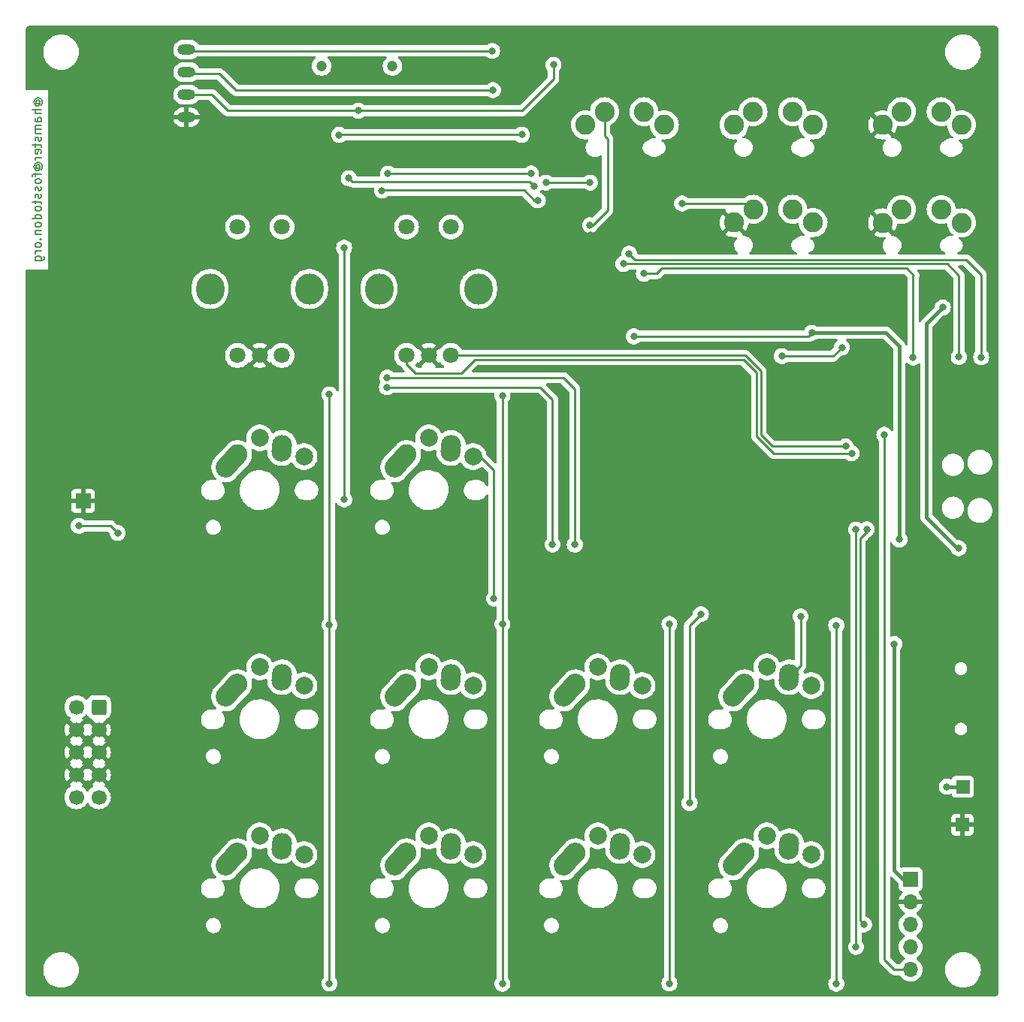
<source format=gbr>
%TF.GenerationSoftware,KiCad,Pcbnew,7.0.2*%
%TF.CreationDate,2023-07-16T23:26:32-06:00*%
%TF.ProjectId,dc31,64633331-2e6b-4696-9361-645f70636258,rev?*%
%TF.SameCoordinates,Original*%
%TF.FileFunction,Copper,L2,Bot*%
%TF.FilePolarity,Positive*%
%FSLAX46Y46*%
G04 Gerber Fmt 4.6, Leading zero omitted, Abs format (unit mm)*
G04 Created by KiCad (PCBNEW 7.0.2) date 2023-07-16 23:26:32*
%MOMM*%
%LPD*%
G01*
G04 APERTURE LIST*
G04 Aperture macros list*
%AMRoundRect*
0 Rectangle with rounded corners*
0 $1 Rounding radius*
0 $2 $3 $4 $5 $6 $7 $8 $9 X,Y pos of 4 corners*
0 Add a 4 corners polygon primitive as box body*
4,1,4,$2,$3,$4,$5,$6,$7,$8,$9,$2,$3,0*
0 Add four circle primitives for the rounded corners*
1,1,$1+$1,$2,$3*
1,1,$1+$1,$4,$5*
1,1,$1+$1,$6,$7*
1,1,$1+$1,$8,$9*
0 Add four rect primitives between the rounded corners*
20,1,$1+$1,$2,$3,$4,$5,0*
20,1,$1+$1,$4,$5,$6,$7,0*
20,1,$1+$1,$6,$7,$8,$9,0*
20,1,$1+$1,$8,$9,$2,$3,0*%
%AMHorizOval*
0 Thick line with rounded ends*
0 $1 width*
0 $2 $3 position (X,Y) of the first rounded end (center of the circle)*
0 $4 $5 position (X,Y) of the second rounded end (center of the circle)*
0 Add line between two ends*
20,1,$1,$2,$3,$4,$5,0*
0 Add two circle primitives to create the rounded ends*
1,1,$1,$2,$3*
1,1,$1,$4,$5*%
G04 Aperture macros list end*
%ADD10C,0.150000*%
%TA.AperFunction,NonConductor*%
%ADD11C,0.150000*%
%TD*%
%TA.AperFunction,ComponentPad*%
%ADD12O,1.700000X1.700000*%
%TD*%
%TA.AperFunction,ComponentPad*%
%ADD13R,1.700000X1.700000*%
%TD*%
%TA.AperFunction,ComponentPad*%
%ADD14C,1.800000*%
%TD*%
%TA.AperFunction,ComponentPad*%
%ADD15O,3.200000X3.500000*%
%TD*%
%TA.AperFunction,ComponentPad*%
%ADD16HorizOval,2.250000X0.025506X0.374132X-0.025506X-0.374132X0*%
%TD*%
%TA.AperFunction,ComponentPad*%
%ADD17C,2.000000*%
%TD*%
%TA.AperFunction,ComponentPad*%
%ADD18HorizOval,2.250000X0.654995X0.730004X-0.654995X-0.730004X0*%
%TD*%
%TA.AperFunction,ComponentPad*%
%ADD19C,2.250000*%
%TD*%
%TA.AperFunction,WasherPad*%
%ADD20C,1.200000*%
%TD*%
%TA.AperFunction,ComponentPad*%
%ADD21O,2.000000X1.200000*%
%TD*%
%TA.AperFunction,ComponentPad*%
%ADD22C,0.500000*%
%TD*%
%TA.AperFunction,SMDPad,CuDef*%
%ADD23R,1.680000X1.680000*%
%TD*%
%TA.AperFunction,ComponentPad*%
%ADD24RoundRect,0.250000X0.600000X0.600000X-0.600000X0.600000X-0.600000X-0.600000X0.600000X-0.600000X0*%
%TD*%
%TA.AperFunction,ComponentPad*%
%ADD25C,1.700000*%
%TD*%
%TA.AperFunction,SMDPad,CuDef*%
%ADD26R,1.500000X1.500000*%
%TD*%
%TA.AperFunction,ViaPad*%
%ADD27C,0.800000*%
%TD*%
%TA.AperFunction,Conductor*%
%ADD28C,0.381000*%
%TD*%
%TA.AperFunction,Conductor*%
%ADD29C,0.254000*%
%TD*%
G04 APERTURE END LIST*
D10*
D11*
X98588428Y-49675942D02*
X98540809Y-49628323D01*
X98540809Y-49628323D02*
X98493190Y-49533085D01*
X98493190Y-49533085D02*
X98493190Y-49437847D01*
X98493190Y-49437847D02*
X98540809Y-49342609D01*
X98540809Y-49342609D02*
X98588428Y-49294990D01*
X98588428Y-49294990D02*
X98683666Y-49247371D01*
X98683666Y-49247371D02*
X98778904Y-49247371D01*
X98778904Y-49247371D02*
X98874142Y-49294990D01*
X98874142Y-49294990D02*
X98921761Y-49342609D01*
X98921761Y-49342609D02*
X98969380Y-49437847D01*
X98969380Y-49437847D02*
X98969380Y-49533085D01*
X98969380Y-49533085D02*
X98921761Y-49628323D01*
X98921761Y-49628323D02*
X98874142Y-49675942D01*
X98493190Y-49675942D02*
X98874142Y-49675942D01*
X98874142Y-49675942D02*
X98921761Y-49723561D01*
X98921761Y-49723561D02*
X98921761Y-49771180D01*
X98921761Y-49771180D02*
X98874142Y-49866419D01*
X98874142Y-49866419D02*
X98778904Y-49914038D01*
X98778904Y-49914038D02*
X98540809Y-49914038D01*
X98540809Y-49914038D02*
X98397952Y-49818800D01*
X98397952Y-49818800D02*
X98302714Y-49675942D01*
X98302714Y-49675942D02*
X98255095Y-49485466D01*
X98255095Y-49485466D02*
X98302714Y-49294990D01*
X98302714Y-49294990D02*
X98397952Y-49152133D01*
X98397952Y-49152133D02*
X98540809Y-49056895D01*
X98540809Y-49056895D02*
X98731285Y-49009276D01*
X98731285Y-49009276D02*
X98921761Y-49056895D01*
X98921761Y-49056895D02*
X99064619Y-49152133D01*
X99064619Y-49152133D02*
X99159857Y-49294990D01*
X99159857Y-49294990D02*
X99207476Y-49485466D01*
X99207476Y-49485466D02*
X99159857Y-49675942D01*
X99159857Y-49675942D02*
X99064619Y-49818800D01*
X99064619Y-50342609D02*
X98064619Y-50342609D01*
X99064619Y-50771180D02*
X98540809Y-50771180D01*
X98540809Y-50771180D02*
X98445571Y-50723561D01*
X98445571Y-50723561D02*
X98397952Y-50628323D01*
X98397952Y-50628323D02*
X98397952Y-50485466D01*
X98397952Y-50485466D02*
X98445571Y-50390228D01*
X98445571Y-50390228D02*
X98493190Y-50342609D01*
X99064619Y-51675942D02*
X98540809Y-51675942D01*
X98540809Y-51675942D02*
X98445571Y-51628323D01*
X98445571Y-51628323D02*
X98397952Y-51533085D01*
X98397952Y-51533085D02*
X98397952Y-51342609D01*
X98397952Y-51342609D02*
X98445571Y-51247371D01*
X99017000Y-51675942D02*
X99064619Y-51580704D01*
X99064619Y-51580704D02*
X99064619Y-51342609D01*
X99064619Y-51342609D02*
X99017000Y-51247371D01*
X99017000Y-51247371D02*
X98921761Y-51199752D01*
X98921761Y-51199752D02*
X98826523Y-51199752D01*
X98826523Y-51199752D02*
X98731285Y-51247371D01*
X98731285Y-51247371D02*
X98683666Y-51342609D01*
X98683666Y-51342609D02*
X98683666Y-51580704D01*
X98683666Y-51580704D02*
X98636047Y-51675942D01*
X99064619Y-52152133D02*
X98397952Y-52152133D01*
X98493190Y-52152133D02*
X98445571Y-52199752D01*
X98445571Y-52199752D02*
X98397952Y-52294990D01*
X98397952Y-52294990D02*
X98397952Y-52437847D01*
X98397952Y-52437847D02*
X98445571Y-52533085D01*
X98445571Y-52533085D02*
X98540809Y-52580704D01*
X98540809Y-52580704D02*
X99064619Y-52580704D01*
X98540809Y-52580704D02*
X98445571Y-52628323D01*
X98445571Y-52628323D02*
X98397952Y-52723561D01*
X98397952Y-52723561D02*
X98397952Y-52866418D01*
X98397952Y-52866418D02*
X98445571Y-52961657D01*
X98445571Y-52961657D02*
X98540809Y-53009276D01*
X98540809Y-53009276D02*
X99064619Y-53009276D01*
X99017000Y-53437847D02*
X99064619Y-53533085D01*
X99064619Y-53533085D02*
X99064619Y-53723561D01*
X99064619Y-53723561D02*
X99017000Y-53818799D01*
X99017000Y-53818799D02*
X98921761Y-53866418D01*
X98921761Y-53866418D02*
X98874142Y-53866418D01*
X98874142Y-53866418D02*
X98778904Y-53818799D01*
X98778904Y-53818799D02*
X98731285Y-53723561D01*
X98731285Y-53723561D02*
X98731285Y-53580704D01*
X98731285Y-53580704D02*
X98683666Y-53485466D01*
X98683666Y-53485466D02*
X98588428Y-53437847D01*
X98588428Y-53437847D02*
X98540809Y-53437847D01*
X98540809Y-53437847D02*
X98445571Y-53485466D01*
X98445571Y-53485466D02*
X98397952Y-53580704D01*
X98397952Y-53580704D02*
X98397952Y-53723561D01*
X98397952Y-53723561D02*
X98445571Y-53818799D01*
X98397952Y-54152133D02*
X98397952Y-54533085D01*
X98064619Y-54294990D02*
X98921761Y-54294990D01*
X98921761Y-54294990D02*
X99017000Y-54342609D01*
X99017000Y-54342609D02*
X99064619Y-54437847D01*
X99064619Y-54437847D02*
X99064619Y-54533085D01*
X99017000Y-55247371D02*
X99064619Y-55152133D01*
X99064619Y-55152133D02*
X99064619Y-54961657D01*
X99064619Y-54961657D02*
X99017000Y-54866419D01*
X99017000Y-54866419D02*
X98921761Y-54818800D01*
X98921761Y-54818800D02*
X98540809Y-54818800D01*
X98540809Y-54818800D02*
X98445571Y-54866419D01*
X98445571Y-54866419D02*
X98397952Y-54961657D01*
X98397952Y-54961657D02*
X98397952Y-55152133D01*
X98397952Y-55152133D02*
X98445571Y-55247371D01*
X98445571Y-55247371D02*
X98540809Y-55294990D01*
X98540809Y-55294990D02*
X98636047Y-55294990D01*
X98636047Y-55294990D02*
X98731285Y-54818800D01*
X99064619Y-55723562D02*
X98397952Y-55723562D01*
X98588428Y-55723562D02*
X98493190Y-55771181D01*
X98493190Y-55771181D02*
X98445571Y-55818800D01*
X98445571Y-55818800D02*
X98397952Y-55914038D01*
X98397952Y-55914038D02*
X98397952Y-56009276D01*
X98588428Y-56961657D02*
X98540809Y-56914038D01*
X98540809Y-56914038D02*
X98493190Y-56818800D01*
X98493190Y-56818800D02*
X98493190Y-56723562D01*
X98493190Y-56723562D02*
X98540809Y-56628324D01*
X98540809Y-56628324D02*
X98588428Y-56580705D01*
X98588428Y-56580705D02*
X98683666Y-56533086D01*
X98683666Y-56533086D02*
X98778904Y-56533086D01*
X98778904Y-56533086D02*
X98874142Y-56580705D01*
X98874142Y-56580705D02*
X98921761Y-56628324D01*
X98921761Y-56628324D02*
X98969380Y-56723562D01*
X98969380Y-56723562D02*
X98969380Y-56818800D01*
X98969380Y-56818800D02*
X98921761Y-56914038D01*
X98921761Y-56914038D02*
X98874142Y-56961657D01*
X98493190Y-56961657D02*
X98874142Y-56961657D01*
X98874142Y-56961657D02*
X98921761Y-57009276D01*
X98921761Y-57009276D02*
X98921761Y-57056895D01*
X98921761Y-57056895D02*
X98874142Y-57152134D01*
X98874142Y-57152134D02*
X98778904Y-57199753D01*
X98778904Y-57199753D02*
X98540809Y-57199753D01*
X98540809Y-57199753D02*
X98397952Y-57104515D01*
X98397952Y-57104515D02*
X98302714Y-56961657D01*
X98302714Y-56961657D02*
X98255095Y-56771181D01*
X98255095Y-56771181D02*
X98302714Y-56580705D01*
X98302714Y-56580705D02*
X98397952Y-56437848D01*
X98397952Y-56437848D02*
X98540809Y-56342610D01*
X98540809Y-56342610D02*
X98731285Y-56294991D01*
X98731285Y-56294991D02*
X98921761Y-56342610D01*
X98921761Y-56342610D02*
X99064619Y-56437848D01*
X99064619Y-56437848D02*
X99159857Y-56580705D01*
X99159857Y-56580705D02*
X99207476Y-56771181D01*
X99207476Y-56771181D02*
X99159857Y-56961657D01*
X99159857Y-56961657D02*
X99064619Y-57104515D01*
X98397952Y-57485467D02*
X98397952Y-57866419D01*
X99064619Y-57628324D02*
X98207476Y-57628324D01*
X98207476Y-57628324D02*
X98112238Y-57675943D01*
X98112238Y-57675943D02*
X98064619Y-57771181D01*
X98064619Y-57771181D02*
X98064619Y-57866419D01*
X99064619Y-58342610D02*
X99017000Y-58247372D01*
X99017000Y-58247372D02*
X98969380Y-58199753D01*
X98969380Y-58199753D02*
X98874142Y-58152134D01*
X98874142Y-58152134D02*
X98588428Y-58152134D01*
X98588428Y-58152134D02*
X98493190Y-58199753D01*
X98493190Y-58199753D02*
X98445571Y-58247372D01*
X98445571Y-58247372D02*
X98397952Y-58342610D01*
X98397952Y-58342610D02*
X98397952Y-58485467D01*
X98397952Y-58485467D02*
X98445571Y-58580705D01*
X98445571Y-58580705D02*
X98493190Y-58628324D01*
X98493190Y-58628324D02*
X98588428Y-58675943D01*
X98588428Y-58675943D02*
X98874142Y-58675943D01*
X98874142Y-58675943D02*
X98969380Y-58628324D01*
X98969380Y-58628324D02*
X99017000Y-58580705D01*
X99017000Y-58580705D02*
X99064619Y-58485467D01*
X99064619Y-58485467D02*
X99064619Y-58342610D01*
X99017000Y-59056896D02*
X99064619Y-59152134D01*
X99064619Y-59152134D02*
X99064619Y-59342610D01*
X99064619Y-59342610D02*
X99017000Y-59437848D01*
X99017000Y-59437848D02*
X98921761Y-59485467D01*
X98921761Y-59485467D02*
X98874142Y-59485467D01*
X98874142Y-59485467D02*
X98778904Y-59437848D01*
X98778904Y-59437848D02*
X98731285Y-59342610D01*
X98731285Y-59342610D02*
X98731285Y-59199753D01*
X98731285Y-59199753D02*
X98683666Y-59104515D01*
X98683666Y-59104515D02*
X98588428Y-59056896D01*
X98588428Y-59056896D02*
X98540809Y-59056896D01*
X98540809Y-59056896D02*
X98445571Y-59104515D01*
X98445571Y-59104515D02*
X98397952Y-59199753D01*
X98397952Y-59199753D02*
X98397952Y-59342610D01*
X98397952Y-59342610D02*
X98445571Y-59437848D01*
X99017000Y-59866420D02*
X99064619Y-59961658D01*
X99064619Y-59961658D02*
X99064619Y-60152134D01*
X99064619Y-60152134D02*
X99017000Y-60247372D01*
X99017000Y-60247372D02*
X98921761Y-60294991D01*
X98921761Y-60294991D02*
X98874142Y-60294991D01*
X98874142Y-60294991D02*
X98778904Y-60247372D01*
X98778904Y-60247372D02*
X98731285Y-60152134D01*
X98731285Y-60152134D02*
X98731285Y-60009277D01*
X98731285Y-60009277D02*
X98683666Y-59914039D01*
X98683666Y-59914039D02*
X98588428Y-59866420D01*
X98588428Y-59866420D02*
X98540809Y-59866420D01*
X98540809Y-59866420D02*
X98445571Y-59914039D01*
X98445571Y-59914039D02*
X98397952Y-60009277D01*
X98397952Y-60009277D02*
X98397952Y-60152134D01*
X98397952Y-60152134D02*
X98445571Y-60247372D01*
X98397952Y-60580706D02*
X98397952Y-60961658D01*
X98064619Y-60723563D02*
X98921761Y-60723563D01*
X98921761Y-60723563D02*
X99017000Y-60771182D01*
X99017000Y-60771182D02*
X99064619Y-60866420D01*
X99064619Y-60866420D02*
X99064619Y-60961658D01*
X99064619Y-61437849D02*
X99017000Y-61342611D01*
X99017000Y-61342611D02*
X98969380Y-61294992D01*
X98969380Y-61294992D02*
X98874142Y-61247373D01*
X98874142Y-61247373D02*
X98588428Y-61247373D01*
X98588428Y-61247373D02*
X98493190Y-61294992D01*
X98493190Y-61294992D02*
X98445571Y-61342611D01*
X98445571Y-61342611D02*
X98397952Y-61437849D01*
X98397952Y-61437849D02*
X98397952Y-61580706D01*
X98397952Y-61580706D02*
X98445571Y-61675944D01*
X98445571Y-61675944D02*
X98493190Y-61723563D01*
X98493190Y-61723563D02*
X98588428Y-61771182D01*
X98588428Y-61771182D02*
X98874142Y-61771182D01*
X98874142Y-61771182D02*
X98969380Y-61723563D01*
X98969380Y-61723563D02*
X99017000Y-61675944D01*
X99017000Y-61675944D02*
X99064619Y-61580706D01*
X99064619Y-61580706D02*
X99064619Y-61437849D01*
X99064619Y-62628325D02*
X98064619Y-62628325D01*
X99017000Y-62628325D02*
X99064619Y-62533087D01*
X99064619Y-62533087D02*
X99064619Y-62342611D01*
X99064619Y-62342611D02*
X99017000Y-62247373D01*
X99017000Y-62247373D02*
X98969380Y-62199754D01*
X98969380Y-62199754D02*
X98874142Y-62152135D01*
X98874142Y-62152135D02*
X98588428Y-62152135D01*
X98588428Y-62152135D02*
X98493190Y-62199754D01*
X98493190Y-62199754D02*
X98445571Y-62247373D01*
X98445571Y-62247373D02*
X98397952Y-62342611D01*
X98397952Y-62342611D02*
X98397952Y-62533087D01*
X98397952Y-62533087D02*
X98445571Y-62628325D01*
X99064619Y-63247373D02*
X99017000Y-63152135D01*
X99017000Y-63152135D02*
X98969380Y-63104516D01*
X98969380Y-63104516D02*
X98874142Y-63056897D01*
X98874142Y-63056897D02*
X98588428Y-63056897D01*
X98588428Y-63056897D02*
X98493190Y-63104516D01*
X98493190Y-63104516D02*
X98445571Y-63152135D01*
X98445571Y-63152135D02*
X98397952Y-63247373D01*
X98397952Y-63247373D02*
X98397952Y-63390230D01*
X98397952Y-63390230D02*
X98445571Y-63485468D01*
X98445571Y-63485468D02*
X98493190Y-63533087D01*
X98493190Y-63533087D02*
X98588428Y-63580706D01*
X98588428Y-63580706D02*
X98874142Y-63580706D01*
X98874142Y-63580706D02*
X98969380Y-63533087D01*
X98969380Y-63533087D02*
X99017000Y-63485468D01*
X99017000Y-63485468D02*
X99064619Y-63390230D01*
X99064619Y-63390230D02*
X99064619Y-63247373D01*
X98397952Y-64009278D02*
X99064619Y-64009278D01*
X98493190Y-64009278D02*
X98445571Y-64056897D01*
X98445571Y-64056897D02*
X98397952Y-64152135D01*
X98397952Y-64152135D02*
X98397952Y-64294992D01*
X98397952Y-64294992D02*
X98445571Y-64390230D01*
X98445571Y-64390230D02*
X98540809Y-64437849D01*
X98540809Y-64437849D02*
X99064619Y-64437849D01*
X98969380Y-64914040D02*
X99017000Y-64961659D01*
X99017000Y-64961659D02*
X99064619Y-64914040D01*
X99064619Y-64914040D02*
X99017000Y-64866421D01*
X99017000Y-64866421D02*
X98969380Y-64914040D01*
X98969380Y-64914040D02*
X99064619Y-64914040D01*
X99064619Y-65533087D02*
X99017000Y-65437849D01*
X99017000Y-65437849D02*
X98969380Y-65390230D01*
X98969380Y-65390230D02*
X98874142Y-65342611D01*
X98874142Y-65342611D02*
X98588428Y-65342611D01*
X98588428Y-65342611D02*
X98493190Y-65390230D01*
X98493190Y-65390230D02*
X98445571Y-65437849D01*
X98445571Y-65437849D02*
X98397952Y-65533087D01*
X98397952Y-65533087D02*
X98397952Y-65675944D01*
X98397952Y-65675944D02*
X98445571Y-65771182D01*
X98445571Y-65771182D02*
X98493190Y-65818801D01*
X98493190Y-65818801D02*
X98588428Y-65866420D01*
X98588428Y-65866420D02*
X98874142Y-65866420D01*
X98874142Y-65866420D02*
X98969380Y-65818801D01*
X98969380Y-65818801D02*
X99017000Y-65771182D01*
X99017000Y-65771182D02*
X99064619Y-65675944D01*
X99064619Y-65675944D02*
X99064619Y-65533087D01*
X99064619Y-66294992D02*
X98397952Y-66294992D01*
X98588428Y-66294992D02*
X98493190Y-66342611D01*
X98493190Y-66342611D02*
X98445571Y-66390230D01*
X98445571Y-66390230D02*
X98397952Y-66485468D01*
X98397952Y-66485468D02*
X98397952Y-66580706D01*
X98397952Y-67342611D02*
X99207476Y-67342611D01*
X99207476Y-67342611D02*
X99302714Y-67294992D01*
X99302714Y-67294992D02*
X99350333Y-67247373D01*
X99350333Y-67247373D02*
X99397952Y-67152135D01*
X99397952Y-67152135D02*
X99397952Y-67009278D01*
X99397952Y-67009278D02*
X99350333Y-66914040D01*
X99017000Y-67342611D02*
X99064619Y-67247373D01*
X99064619Y-67247373D02*
X99064619Y-67056897D01*
X99064619Y-67056897D02*
X99017000Y-66961659D01*
X99017000Y-66961659D02*
X98969380Y-66914040D01*
X98969380Y-66914040D02*
X98874142Y-66866421D01*
X98874142Y-66866421D02*
X98588428Y-66866421D01*
X98588428Y-66866421D02*
X98493190Y-66914040D01*
X98493190Y-66914040D02*
X98445571Y-66961659D01*
X98445571Y-66961659D02*
X98397952Y-67056897D01*
X98397952Y-67056897D02*
X98397952Y-67247373D01*
X98397952Y-67247373D02*
X98445571Y-67342611D01*
D12*
%TO.P,J3,5,Pin_5*%
%TO.N,RGB*%
X197070000Y-147299600D03*
%TO.P,J3,4,Pin_4*%
%TO.N,SCL*%
X197070000Y-144759600D03*
%TO.P,J3,3,Pin_3*%
%TO.N,SDA*%
X197070000Y-142219600D03*
%TO.P,J3,2,Pin_2*%
%TO.N,GND*%
X197070000Y-139679600D03*
D13*
%TO.P,J3,1,Pin_1*%
%TO.N,+3V3*%
X197070000Y-137139600D03*
%TD*%
D14*
%TO.P,SW12,S2,S2*%
%TO.N,C2*%
X145260000Y-63560000D03*
%TO.P,SW12,S1,S1*%
%TO.N,ENC2_SW*%
X140260000Y-63560000D03*
%TO.P,SW12,C,C*%
%TO.N,GND*%
X142760000Y-78060000D03*
%TO.P,SW12,B,B*%
%TO.N,ENC2_B*%
X145260000Y-78060000D03*
%TO.P,SW12,A,A*%
%TO.N,ENC2_A*%
X140260000Y-78060000D03*
D15*
%TO.P,SW12,1*%
%TO.N,N/C*%
X148360000Y-70560000D03*
X137160000Y-70560000D03*
%TD*%
%TO.P,SW11,1*%
%TO.N,N/C*%
X118110000Y-70560000D03*
X129310000Y-70560000D03*
D14*
%TO.P,SW11,A,A*%
%TO.N,ENC1_A*%
X121210000Y-78060000D03*
%TO.P,SW11,B,B*%
%TO.N,ENC1_B*%
X126210000Y-78060000D03*
%TO.P,SW11,C,C*%
%TO.N,GND*%
X123710000Y-78060000D03*
%TO.P,SW11,S1,S1*%
%TO.N,ENC1_SW*%
X121210000Y-63560000D03*
%TO.P,SW11,S2,S2*%
%TO.N,C2*%
X126210000Y-63560000D03*
%TD*%
D16*
%TO.P,SW1,1,1*%
%TO.N,C0*%
X126220000Y-114330000D03*
D17*
X128710000Y-115280000D03*
D18*
%TO.P,SW1,2,2*%
%TO.N,Net-(D1-A)*%
X120554995Y-115809996D03*
D19*
X121210000Y-115080000D03*
D17*
X123710000Y-113180000D03*
%TD*%
D16*
%TO.P,SW8,1,1*%
%TO.N,C1*%
X183370000Y-133380000D03*
D17*
X185860000Y-134330000D03*
D18*
%TO.P,SW8,2,2*%
%TO.N,Net-(D8-A)*%
X177704995Y-134859996D03*
D19*
X178360000Y-134130000D03*
D17*
X180860000Y-132230000D03*
%TD*%
D16*
%TO.P,SW7,1,1*%
%TO.N,C1*%
X164320000Y-133380000D03*
D17*
X166810000Y-134330000D03*
D18*
%TO.P,SW7,2,2*%
%TO.N,Net-(D7-A)*%
X158654995Y-134859996D03*
D19*
X159310000Y-134130000D03*
D17*
X161810000Y-132230000D03*
%TD*%
D16*
%TO.P,SW3,1,1*%
%TO.N,C0*%
X164320000Y-114330000D03*
D17*
X166810000Y-115280000D03*
D18*
%TO.P,SW3,2,2*%
%TO.N,Net-(D3-A)*%
X158654995Y-115809996D03*
D19*
X159310000Y-115080000D03*
D17*
X161810000Y-113180000D03*
%TD*%
D16*
%TO.P,SW2,1,1*%
%TO.N,C0*%
X145270000Y-114330000D03*
D17*
X147760000Y-115280000D03*
D18*
%TO.P,SW2,2,2*%
%TO.N,Net-(D2-A)*%
X139604995Y-115809996D03*
D19*
X140260000Y-115080000D03*
D17*
X142760000Y-113180000D03*
%TD*%
D16*
%TO.P,SW5,1,1*%
%TO.N,C1*%
X126220000Y-133380000D03*
D17*
X128710000Y-134330000D03*
D18*
%TO.P,SW5,2,2*%
%TO.N,Net-(D5-A)*%
X120554995Y-134859996D03*
D19*
X121210000Y-134130000D03*
D17*
X123710000Y-132230000D03*
%TD*%
D16*
%TO.P,SW9,1,1*%
%TO.N,C2*%
X126220000Y-88490000D03*
D17*
X128710000Y-89440000D03*
D18*
%TO.P,SW9,2,2*%
%TO.N,Net-(D9-A)*%
X120554995Y-89969996D03*
D19*
X121210000Y-89240000D03*
D17*
X123710000Y-87340000D03*
%TD*%
D16*
%TO.P,SW4,1,1*%
%TO.N,C0*%
X183370000Y-114330000D03*
D17*
X185860000Y-115280000D03*
D18*
%TO.P,SW4,2,2*%
%TO.N,Net-(D4-A)*%
X177704995Y-115809996D03*
D19*
X178360000Y-115080000D03*
D17*
X180860000Y-113180000D03*
%TD*%
D16*
%TO.P,SW6,1,1*%
%TO.N,C1*%
X145270000Y-133380000D03*
D17*
X147760000Y-134330000D03*
D18*
%TO.P,SW6,2,2*%
%TO.N,Net-(D6-A)*%
X139604995Y-134859996D03*
D19*
X140260000Y-134130000D03*
D17*
X142760000Y-132230000D03*
%TD*%
D16*
%TO.P,SW10,1,1*%
%TO.N,C2*%
X145270000Y-88490000D03*
D17*
X147760000Y-89440000D03*
D18*
%TO.P,SW10,2,2*%
%TO.N,Net-(D10-A)*%
X139604995Y-89969996D03*
D19*
X140260000Y-89240000D03*
D17*
X142760000Y-87340000D03*
%TD*%
D19*
%TO.P,J6,1*%
%TO.N,GND*%
X177175895Y-63080000D03*
%TO.P,J6,2*%
%TO.N,Net-(J6-Pad2)*%
X186075895Y-63080000D03*
%TO.P,J6,3*%
%TO.N,Net-(J6-Pad3)*%
X179325895Y-61580000D03*
%TO.P,J6,4*%
%TO.N,unconnected-(J6-Pad4)*%
X183775895Y-61580000D03*
%TD*%
%TO.P,J2,1*%
%TO.N,GND*%
X193910000Y-63090000D03*
%TO.P,J2,2*%
%TO.N,Net-(J2-Pad2)*%
X202810000Y-63090000D03*
%TO.P,J2,3*%
%TO.N,unconnected-(J2-Pad3)*%
X196060000Y-61590000D03*
%TO.P,J2,4*%
%TO.N,unconnected-(J2-Pad4)*%
X200510000Y-61590000D03*
%TD*%
%TO.P,J8,1*%
%TO.N,Net-(U3-OUTP)*%
X160421790Y-52070000D03*
%TO.P,J8,2*%
%TO.N,Net-(U3-OUTN)*%
X169321790Y-52070000D03*
%TO.P,J8,3*%
X162571790Y-50570000D03*
%TO.P,J8,4*%
%TO.N,Net-(J8-Pad4)*%
X167021790Y-50570000D03*
%TD*%
%TO.P,J5,1*%
%TO.N,unconnected-(J5-Pad1)*%
X177165895Y-52070000D03*
%TO.P,J5,2*%
%TO.N,Net-(D16-A)*%
X186065895Y-52070000D03*
%TO.P,J5,3*%
%TO.N,Net-(J5-Pad3)*%
X179315895Y-50570000D03*
%TO.P,J5,4*%
%TO.N,unconnected-(J5-Pad4)*%
X183765895Y-50570000D03*
%TD*%
%TO.P,J4,1*%
%TO.N,GND*%
X193910000Y-52070000D03*
%TO.P,J4,2*%
%TO.N,Net-(J4-Pad2)*%
X202810000Y-52070000D03*
%TO.P,J4,3*%
%TO.N,unconnected-(J4-Pad3)*%
X196060000Y-50570000D03*
%TO.P,J4,4*%
%TO.N,unconnected-(J4-Pad4)*%
X200510000Y-50570000D03*
%TD*%
D20*
%TO.P,J9,*%
%TO.N,*%
X138670000Y-45420000D03*
X130690000Y-45420000D03*
%TD*%
D21*
%TO.P,J1,1,Pin_1*%
%TO.N,GND*%
X115480000Y-51190000D03*
%TO.P,J1,2,Pin_2*%
%TO.N,+3V3*%
X115480000Y-48650000D03*
%TO.P,J1,3,Pin_3*%
%TO.N,SCL*%
X115480000Y-46110000D03*
%TO.P,J1,4,Pin_4*%
%TO.N,SDA*%
X115480000Y-43570000D03*
%TD*%
D22*
%TO.P,U6,17,EP*%
%TO.N,GND*%
X104400000Y-95027500D03*
X104400000Y-93847500D03*
D23*
X103810000Y-94437500D03*
D22*
X103220000Y-95027500D03*
X103220000Y-93847500D03*
%TD*%
D24*
%TO.P,J7,1,Pin_1*%
%TO.N,unconnected-(J7-Pin_1-Pad1)*%
X105587800Y-117703600D03*
D25*
%TO.P,J7,2,Pin_2*%
%TO.N,unconnected-(J7-Pin_2-Pad2)*%
X103047800Y-117703600D03*
%TO.P,J7,3,Pin_3*%
%TO.N,GND*%
X105587800Y-120243600D03*
%TO.P,J7,4,Pin_4*%
X103047800Y-120243600D03*
%TO.P,J7,5,Pin_5*%
X105587800Y-122783600D03*
%TO.P,J7,6,Pin_6*%
X103047800Y-122783600D03*
%TO.P,J7,7,Pin_7*%
X105587800Y-125323600D03*
%TO.P,J7,8,Pin_8*%
X103047800Y-125323600D03*
%TO.P,J7,9,Pin_9*%
%TO.N,+12V*%
X105587800Y-127863600D03*
%TO.P,J7,10,Pin_10*%
X103047800Y-127863600D03*
%TD*%
D26*
%TO.P,TP2,1,1*%
%TO.N,Net-(SW14-B)*%
X202950000Y-126680000D03*
%TD*%
%TO.P,TP3,1,1*%
%TO.N,GND*%
X202890000Y-130970000D03*
%TD*%
D27*
%TO.N,SDA*%
X191820800Y-142214600D03*
X192125600Y-97663000D03*
%TO.N,SCL*%
X190906400Y-97688400D03*
X190906400Y-144754600D03*
%TO.N,Net-(SW14-B)*%
X201142600Y-126669800D03*
%TO.N,+3V3*%
X195800000Y-98800000D03*
X185940000Y-75500000D03*
X165870000Y-75900000D03*
X155960000Y-58570000D03*
X160940000Y-58570000D03*
X134840000Y-50460000D03*
%TO.N,SD_MOSI*%
X133750000Y-58070000D03*
%TO.N,+3V3*%
X156820000Y-45290000D03*
X195210000Y-110590000D03*
%TO.N,RGB*%
X194110000Y-86990000D03*
%TO.N,VCC*%
X200690000Y-72650000D03*
X202470000Y-99790000D03*
%TO.N,ENC1_A*%
X156710000Y-99360000D03*
X138060000Y-81630000D03*
%TO.N,ENC1_B*%
X159220000Y-99390000D03*
X138090000Y-80560000D03*
%TO.N,ENC2_A*%
X190420000Y-89080000D03*
%TO.N,ENC2_B*%
X189740000Y-88310000D03*
%TO.N,C2*%
X133220000Y-65900000D03*
X133230000Y-94300000D03*
X150100000Y-105460000D03*
%TO.N,C1*%
X173430000Y-107220000D03*
X172160000Y-128530000D03*
%TO.N,GND*%
X132940000Y-59490000D03*
X142980000Y-55440000D03*
X137040000Y-54330000D03*
X128550000Y-55430000D03*
X140070000Y-46510000D03*
X127430000Y-45810000D03*
%TO.N,SD_SCK*%
X137490000Y-59450000D03*
X155050000Y-60550000D03*
%TO.N,SD_MOSI*%
X154630000Y-58980000D03*
%TO.N,SD_MISO*%
X138170000Y-57550000D03*
X154280000Y-57540000D03*
%TO.N,SD_CS*%
X132660000Y-53190000D03*
X153250000Y-53170000D03*
%TO.N,SDA*%
X149890000Y-43710000D03*
%TO.N,SCL*%
X149990000Y-48150000D03*
%TO.N,C0*%
X184670000Y-107490000D03*
%TO.N,R3*%
X188690000Y-108480000D03*
X188690000Y-148900000D03*
%TO.N,R2*%
X169880000Y-108340000D03*
X169880000Y-148860000D03*
%TO.N,R1*%
X151070000Y-108340000D03*
X151070000Y-82600000D03*
X151070000Y-148900000D03*
%TO.N,R0*%
X131560000Y-108430000D03*
X131560000Y-148860000D03*
X131560000Y-82460000D03*
%TO.N,Net-(J6-Pad3)*%
X171310000Y-60920000D03*
%TO.N,I2S_DIN*%
X197350000Y-78280000D03*
X167020000Y-68830000D03*
%TO.N,I2S_BCLK*%
X205020000Y-78250000D03*
X165340000Y-66600000D03*
%TO.N,I2S_LRCLK*%
X202500000Y-78220000D03*
X164690000Y-67730000D03*
%TO.N,GND*%
X199920000Y-99740000D03*
X187210000Y-99710000D03*
X174540000Y-99740000D03*
X161790000Y-99810000D03*
X161810000Y-85920000D03*
X174510000Y-85890000D03*
X187220000Y-85860000D03*
X199920000Y-85810000D03*
X193680000Y-77330000D03*
X182000000Y-69730000D03*
X187620000Y-72910000D03*
%TO.N,SYNC_OUT*%
X189320000Y-77140000D03*
X182550000Y-78130000D03*
%TO.N,GND*%
X176890000Y-71430000D03*
X162090000Y-74580000D03*
X166970000Y-62580000D03*
X160960000Y-64450000D03*
%TO.N,Net-(U3-OUTN)*%
X160950000Y-63370000D03*
%TO.N,GND*%
X158580000Y-42400000D03*
X194130000Y-44980000D03*
%TO.N,+5V*%
X103330000Y-97270000D03*
X107700000Y-98070000D03*
%TO.N,GND*%
X104560000Y-91180000D03*
X102620000Y-98550000D03*
X101530000Y-98550000D03*
X100480000Y-98560000D03*
%TD*%
D28*
%TO.N,+3V3*%
X197070000Y-137139600D02*
X196231000Y-137139600D01*
X196231000Y-137139600D02*
X195210000Y-136118600D01*
X195210000Y-110590000D02*
X195210000Y-136118600D01*
%TO.N,Net-(SW14-B)*%
X202939800Y-126669800D02*
X202950000Y-126680000D01*
X201142600Y-126669800D02*
X202939800Y-126669800D01*
D29*
%TO.N,SDA*%
X191360400Y-98707600D02*
X191360400Y-141754200D01*
X192125600Y-97942400D02*
X191360400Y-98707600D01*
X192125600Y-97663000D02*
X192125600Y-97942400D01*
X191360400Y-141754200D02*
X191820800Y-142214600D01*
%TO.N,SCL*%
X190906400Y-97688400D02*
X190906400Y-144754600D01*
D28*
%TO.N,+3V3*%
X195800000Y-98800000D02*
X195800000Y-77010000D01*
X195800000Y-77010000D02*
X194290000Y-75500000D01*
X194290000Y-75500000D02*
X185940000Y-75500000D01*
D29*
X185540000Y-75900000D02*
X185940000Y-75500000D01*
X165870000Y-75900000D02*
X185540000Y-75900000D01*
X160940000Y-58570000D02*
X155960000Y-58570000D01*
X120120000Y-50460000D02*
X134840000Y-50460000D01*
X134840000Y-50460000D02*
X153270000Y-50460000D01*
%TO.N,SD_MOSI*%
X134160000Y-58480000D02*
X133750000Y-58070000D01*
X134870000Y-58480000D02*
X134160000Y-58480000D01*
%TO.N,+3V3*%
X156820000Y-46910000D02*
X156820000Y-45290000D01*
X153270000Y-50460000D02*
X156820000Y-46910000D01*
X118310000Y-48650000D02*
X120120000Y-50460000D01*
X115480000Y-48650000D02*
X118310000Y-48650000D01*
%TO.N,RGB*%
X195240000Y-147300000D02*
X197070000Y-147300000D01*
X194110000Y-86990000D02*
X194110000Y-146170000D01*
X194110000Y-146170000D02*
X195240000Y-147300000D01*
D28*
%TO.N,VCC*%
X198850000Y-74490000D02*
X200690000Y-72650000D01*
X198850000Y-78890000D02*
X198850000Y-74490000D01*
X202290000Y-99790000D02*
X199850000Y-97350000D01*
X198850000Y-96350000D02*
X198850000Y-78890000D01*
X199850000Y-97350000D02*
X198850000Y-96350000D01*
X202470000Y-99790000D02*
X202290000Y-99790000D01*
D29*
%TO.N,ENC1_A*%
X156710000Y-83000000D02*
X156710000Y-99360000D01*
X155340000Y-81630000D02*
X156710000Y-83000000D01*
X138060000Y-81630000D02*
X155340000Y-81630000D01*
%TO.N,ENC1_B*%
X159220000Y-81860000D02*
X159220000Y-99390000D01*
X157920000Y-80560000D02*
X159220000Y-81860000D01*
X138090000Y-80560000D02*
X157920000Y-80560000D01*
%TO.N,ENC2_A*%
X181637948Y-89080000D02*
X190420000Y-89080000D01*
X179726000Y-87168052D02*
X181637948Y-89080000D01*
X179726000Y-85090000D02*
X179726000Y-87168052D01*
X179720000Y-80012052D02*
X179726000Y-80018052D01*
X147950000Y-78530000D02*
X178237948Y-78530000D01*
X146410000Y-80070000D02*
X147950000Y-78530000D01*
X141250000Y-80070000D02*
X146410000Y-80070000D01*
X178237948Y-78530000D02*
X179720000Y-80012052D01*
X140260000Y-79080000D02*
X141250000Y-80070000D01*
X179726000Y-80018052D02*
X179726000Y-85090000D01*
X140260000Y-78060000D02*
X140260000Y-79080000D01*
%TO.N,ENC2_B*%
X181510000Y-88310000D02*
X189740000Y-88310000D01*
X180180000Y-86980000D02*
X181510000Y-88310000D01*
X180180000Y-85470000D02*
X180180000Y-86980000D01*
X178410000Y-78060000D02*
X180180000Y-79830000D01*
X180180000Y-79830000D02*
X180180000Y-85470000D01*
X145260000Y-78060000D02*
X178410000Y-78060000D01*
%TO.N,C2*%
X133230000Y-94300000D02*
X133230000Y-65910000D01*
X133230000Y-65910000D02*
X133220000Y-65900000D01*
X150110000Y-90980000D02*
X150110000Y-105450000D01*
X150110000Y-105450000D02*
X150100000Y-105460000D01*
X148570000Y-89440000D02*
X150110000Y-90980000D01*
X147760000Y-89440000D02*
X148570000Y-89440000D01*
%TO.N,C1*%
X172160000Y-108490000D02*
X173430000Y-107220000D01*
X172160000Y-128530000D02*
X172160000Y-108490000D01*
%TO.N,SD_SCK*%
X137500000Y-59440000D02*
X137490000Y-59450000D01*
X153500000Y-59440000D02*
X137500000Y-59440000D01*
X154610000Y-60550000D02*
X153500000Y-59440000D01*
X155050000Y-60550000D02*
X154610000Y-60550000D01*
%TO.N,SD_MOSI*%
X154130000Y-58480000D02*
X134870000Y-58480000D01*
X154630000Y-58980000D02*
X154130000Y-58480000D01*
%TO.N,SD_MISO*%
X138180000Y-57540000D02*
X138170000Y-57550000D01*
X154280000Y-57540000D02*
X138180000Y-57540000D01*
%TO.N,SD_CS*%
X153250000Y-53170000D02*
X132680000Y-53170000D01*
X132680000Y-53170000D02*
X132660000Y-53190000D01*
%TO.N,SDA*%
X115620000Y-43710000D02*
X115480000Y-43570000D01*
X149890000Y-43710000D02*
X115620000Y-43710000D01*
%TO.N,SCL*%
X115670000Y-46300000D02*
X115480000Y-46110000D01*
X119170000Y-46300000D02*
X115670000Y-46300000D01*
X149990000Y-48150000D02*
X121020000Y-48150000D01*
X121020000Y-48150000D02*
X119170000Y-46300000D01*
%TO.N,C0*%
X184670000Y-113030000D02*
X184670000Y-107490000D01*
X183370000Y-114330000D02*
X184670000Y-113030000D01*
%TO.N,R3*%
X188690000Y-148900000D02*
X188690000Y-108480000D01*
%TO.N,R2*%
X169880000Y-148860000D02*
X169880000Y-108340000D01*
%TO.N,R1*%
X151070000Y-108340000D02*
X151070000Y-82600000D01*
X151070000Y-148900000D02*
X151070000Y-108340000D01*
%TO.N,R0*%
X131560000Y-108430000D02*
X131560000Y-82460000D01*
X131560000Y-148860000D02*
X131560000Y-108430000D01*
%TO.N,Net-(J6-Pad3)*%
X171310000Y-60920000D02*
X178665895Y-60920000D01*
X178665895Y-60920000D02*
X179325895Y-61580000D01*
%TO.N,I2S_DIN*%
X197420000Y-69060000D02*
X197350000Y-69130000D01*
X196600000Y-68240000D02*
X197420000Y-69060000D01*
X197350000Y-69130000D02*
X197350000Y-78280000D01*
X169040000Y-68240000D02*
X196600000Y-68240000D01*
X168450000Y-68830000D02*
X169040000Y-68240000D01*
X167020000Y-68830000D02*
X168450000Y-68830000D01*
%TO.N,I2S_BCLK*%
X205010000Y-78240000D02*
X205020000Y-78250000D01*
X203316000Y-67276000D02*
X205010000Y-68970000D01*
X205010000Y-68970000D02*
X205010000Y-78240000D01*
X166016000Y-67276000D02*
X203316000Y-67276000D01*
X165340000Y-66600000D02*
X166016000Y-67276000D01*
%TO.N,I2S_LRCLK*%
X202500000Y-69040000D02*
X202500000Y-78220000D01*
X201190000Y-67730000D02*
X202500000Y-69040000D01*
X164690000Y-67730000D02*
X201190000Y-67730000D01*
%TO.N,SYNC_OUT*%
X188330000Y-78130000D02*
X189320000Y-77140000D01*
X182550000Y-78130000D02*
X188330000Y-78130000D01*
%TO.N,Net-(U3-OUTN)*%
X161260000Y-63370000D02*
X160950000Y-63370000D01*
X162920000Y-61710000D02*
X161260000Y-63370000D01*
X162920000Y-53620000D02*
X162920000Y-61710000D01*
X162571790Y-53271790D02*
X162920000Y-53620000D01*
X162571790Y-50570000D02*
X162571790Y-52911790D01*
X162571790Y-52911790D02*
X162571790Y-53271790D01*
%TO.N,+5V*%
X106900000Y-97270000D02*
X107700000Y-98070000D01*
X103330000Y-97270000D02*
X106900000Y-97270000D01*
%TD*%
%TA.AperFunction,Conductor*%
%TO.N,GND*%
G36*
X142300507Y-78269844D02*
G01*
X142378239Y-78390798D01*
X142486900Y-78484952D01*
X142617685Y-78544680D01*
X142627466Y-78546086D01*
X141961199Y-79212351D01*
X141971856Y-79220645D01*
X142012670Y-79277355D01*
X142016345Y-79347128D01*
X141981715Y-79407812D01*
X141919774Y-79440140D01*
X141895695Y-79442500D01*
X141561281Y-79442500D01*
X141494242Y-79422815D01*
X141473600Y-79406181D01*
X141271730Y-79204311D01*
X141238245Y-79142988D01*
X141243229Y-79073296D01*
X141268179Y-79032650D01*
X141368979Y-78923153D01*
X141406491Y-78865737D01*
X141459635Y-78820382D01*
X141528866Y-78810958D01*
X141592202Y-78840460D01*
X141606914Y-78857437D01*
X141608811Y-78857634D01*
X142276922Y-78189523D01*
X142300507Y-78269844D01*
G37*
%TD.AperFunction*%
%TA.AperFunction,Conductor*%
G36*
X143911186Y-78857634D02*
G01*
X143915969Y-78857138D01*
X143959037Y-78820381D01*
X144028269Y-78810957D01*
X144091605Y-78840458D01*
X144113507Y-78865733D01*
X144151021Y-78923153D01*
X144308216Y-79093913D01*
X144471044Y-79220647D01*
X144511857Y-79277357D01*
X144515532Y-79347130D01*
X144480901Y-79407813D01*
X144418959Y-79440140D01*
X144394882Y-79442500D01*
X143624304Y-79442500D01*
X143557265Y-79422815D01*
X143511510Y-79370011D01*
X143501566Y-79300853D01*
X143530591Y-79237297D01*
X143548141Y-79220647D01*
X143558798Y-79212351D01*
X142892533Y-78546086D01*
X142902315Y-78544680D01*
X143033100Y-78484952D01*
X143141761Y-78390798D01*
X143219493Y-78269844D01*
X143243076Y-78189524D01*
X143911186Y-78857634D01*
G37*
%TD.AperFunction*%
%TA.AperFunction,Conductor*%
G36*
X194942703Y-136828971D02*
G01*
X194949181Y-136835003D01*
X195683181Y-137569003D01*
X195716666Y-137630326D01*
X195719500Y-137656684D01*
X195719500Y-138034160D01*
X195719500Y-138034178D01*
X195719501Y-138037472D01*
X195719853Y-138040752D01*
X195719854Y-138040759D01*
X195721813Y-138058983D01*
X195725909Y-138097083D01*
X195776204Y-138231931D01*
X195862454Y-138347146D01*
X195977669Y-138433396D01*
X196109598Y-138482602D01*
X196165532Y-138524473D01*
X196189949Y-138589937D01*
X196175097Y-138658210D01*
X196153947Y-138686465D01*
X196031888Y-138808524D01*
X195896400Y-139002021D01*
X195796569Y-139216107D01*
X195739364Y-139429599D01*
X195739364Y-139429600D01*
X196636314Y-139429600D01*
X196610507Y-139469756D01*
X196570000Y-139607711D01*
X196570000Y-139751489D01*
X196610507Y-139889444D01*
X196636314Y-139929600D01*
X195739364Y-139929600D01*
X195796569Y-140143092D01*
X195896399Y-140357176D01*
X196031893Y-140550681D01*
X196198918Y-140717706D01*
X196384595Y-140847719D01*
X196428219Y-140902296D01*
X196435412Y-140971795D01*
X196403890Y-141034149D01*
X196384595Y-141050869D01*
X196198595Y-141181108D01*
X196031505Y-141348198D01*
X195895965Y-141541770D01*
X195796097Y-141755936D01*
X195734936Y-141984192D01*
X195714340Y-142219599D01*
X195734936Y-142455007D01*
X195769201Y-142582884D01*
X195796097Y-142683263D01*
X195895965Y-142897430D01*
X196031505Y-143091001D01*
X196198599Y-143258095D01*
X196384160Y-143388026D01*
X196427783Y-143442602D01*
X196434976Y-143512101D01*
X196403454Y-143574455D01*
X196384159Y-143591175D01*
X196198595Y-143721108D01*
X196031505Y-143888198D01*
X195895965Y-144081770D01*
X195796097Y-144295936D01*
X195734936Y-144524192D01*
X195714340Y-144759600D01*
X195734936Y-144995007D01*
X195769201Y-145122884D01*
X195796097Y-145223263D01*
X195895965Y-145437430D01*
X196031505Y-145631001D01*
X196198599Y-145798095D01*
X196384160Y-145928026D01*
X196427783Y-145982602D01*
X196434976Y-146052101D01*
X196403454Y-146114455D01*
X196384159Y-146131175D01*
X196198595Y-146261108D01*
X196031505Y-146428198D01*
X195897469Y-146619623D01*
X195842892Y-146663248D01*
X195795894Y-146672500D01*
X195551281Y-146672500D01*
X195484242Y-146652815D01*
X195463600Y-146636181D01*
X194773819Y-145946400D01*
X194740334Y-145885077D01*
X194737500Y-145858719D01*
X194737500Y-136922684D01*
X194757185Y-136855645D01*
X194809989Y-136809890D01*
X194879147Y-136799946D01*
X194942703Y-136828971D01*
G37*
%TD.AperFunction*%
%TA.AperFunction,Conductor*%
G36*
X105128307Y-125533444D02*
G01*
X105206039Y-125654398D01*
X105314700Y-125748552D01*
X105445485Y-125808280D01*
X105455266Y-125809686D01*
X104826425Y-126438525D01*
X104902394Y-126491719D01*
X104946019Y-126546296D01*
X104953213Y-126615794D01*
X104921690Y-126678149D01*
X104902395Y-126694869D01*
X104716395Y-126825108D01*
X104549305Y-126992198D01*
X104419375Y-127177759D01*
X104364798Y-127221384D01*
X104295300Y-127228578D01*
X104232945Y-127197055D01*
X104216225Y-127177759D01*
X104086294Y-126992198D01*
X103919204Y-126825108D01*
X103919201Y-126825105D01*
X103733202Y-126694867D01*
X103689580Y-126640292D01*
X103682387Y-126570793D01*
X103713909Y-126508439D01*
X103733205Y-126491719D01*
X103809173Y-126438525D01*
X103180333Y-125809686D01*
X103190115Y-125808280D01*
X103320900Y-125748552D01*
X103429561Y-125654398D01*
X103507293Y-125533444D01*
X103530876Y-125453124D01*
X104162725Y-126084973D01*
X104216224Y-126008569D01*
X104270801Y-125964944D01*
X104340299Y-125957750D01*
X104402654Y-125989273D01*
X104419374Y-126008569D01*
X104472872Y-126084973D01*
X104472873Y-126084973D01*
X105104722Y-125453123D01*
X105128307Y-125533444D01*
G37*
%TD.AperFunction*%
%TA.AperFunction,Conductor*%
G36*
X105128307Y-122993444D02*
G01*
X105206039Y-123114398D01*
X105314700Y-123208552D01*
X105445485Y-123268280D01*
X105455266Y-123269686D01*
X104826425Y-123898525D01*
X104902831Y-123952025D01*
X104946455Y-124006602D01*
X104953648Y-124076101D01*
X104922126Y-124138455D01*
X104902829Y-124155176D01*
X104826425Y-124208672D01*
X105455266Y-124837513D01*
X105445485Y-124838920D01*
X105314700Y-124898648D01*
X105206039Y-124992802D01*
X105128307Y-125113756D01*
X105104723Y-125194074D01*
X104472873Y-124562225D01*
X104472872Y-124562226D01*
X104419374Y-124638630D01*
X104364798Y-124682255D01*
X104295299Y-124689449D01*
X104232944Y-124657926D01*
X104216224Y-124638630D01*
X104162725Y-124562226D01*
X104162725Y-124562225D01*
X103530876Y-125194075D01*
X103507293Y-125113756D01*
X103429561Y-124992802D01*
X103320900Y-124898648D01*
X103190115Y-124838920D01*
X103180333Y-124837513D01*
X103809173Y-124208673D01*
X103809173Y-124208672D01*
X103732769Y-124155174D01*
X103689144Y-124100597D01*
X103681950Y-124031099D01*
X103713473Y-123968744D01*
X103732769Y-123952024D01*
X103809173Y-123898525D01*
X103180333Y-123269686D01*
X103190115Y-123268280D01*
X103320900Y-123208552D01*
X103429561Y-123114398D01*
X103507293Y-122993444D01*
X103530876Y-122913124D01*
X104162725Y-123544973D01*
X104216224Y-123468569D01*
X104270801Y-123424944D01*
X104340299Y-123417750D01*
X104402654Y-123449273D01*
X104419374Y-123468569D01*
X104472872Y-123544973D01*
X104472873Y-123544973D01*
X105104723Y-122913123D01*
X105128307Y-122993444D01*
G37*
%TD.AperFunction*%
%TA.AperFunction,Conductor*%
G36*
X105128307Y-120453444D02*
G01*
X105206039Y-120574398D01*
X105314700Y-120668552D01*
X105445485Y-120728280D01*
X105455266Y-120729686D01*
X104826425Y-121358525D01*
X104902831Y-121412025D01*
X104946455Y-121466602D01*
X104953648Y-121536101D01*
X104922126Y-121598455D01*
X104902829Y-121615176D01*
X104826425Y-121668672D01*
X105455266Y-122297513D01*
X105445485Y-122298920D01*
X105314700Y-122358648D01*
X105206039Y-122452802D01*
X105128307Y-122573756D01*
X105104723Y-122654075D01*
X104472872Y-122022225D01*
X104472872Y-122022226D01*
X104419374Y-122098630D01*
X104364798Y-122142255D01*
X104295299Y-122149449D01*
X104232944Y-122117926D01*
X104216224Y-122098630D01*
X104162725Y-122022226D01*
X104162725Y-122022225D01*
X103530876Y-122654075D01*
X103507293Y-122573756D01*
X103429561Y-122452802D01*
X103320900Y-122358648D01*
X103190115Y-122298920D01*
X103180333Y-122297513D01*
X103809173Y-121668673D01*
X103809173Y-121668672D01*
X103732769Y-121615174D01*
X103689144Y-121560597D01*
X103681950Y-121491099D01*
X103713473Y-121428744D01*
X103732769Y-121412024D01*
X103809173Y-121358525D01*
X103180333Y-120729686D01*
X103190115Y-120728280D01*
X103320900Y-120668552D01*
X103429561Y-120574398D01*
X103507293Y-120453444D01*
X103530876Y-120373124D01*
X104162725Y-121004973D01*
X104216224Y-120928569D01*
X104270801Y-120884944D01*
X104340299Y-120877750D01*
X104402654Y-120909273D01*
X104419374Y-120928569D01*
X104472872Y-121004973D01*
X104472873Y-121004973D01*
X105104723Y-120373123D01*
X105128307Y-120453444D01*
G37*
%TD.AperFunction*%
%TA.AperFunction,Conductor*%
G36*
X104267402Y-118563288D02*
G01*
X104300259Y-118614707D01*
X104302986Y-118622934D01*
X104302987Y-118622935D01*
X104395088Y-118772257D01*
X104519142Y-118896311D01*
X104519144Y-118896312D01*
X104668466Y-118988414D01*
X104740832Y-119012393D01*
X104798276Y-119052166D01*
X104825099Y-119116681D01*
X104825212Y-119127459D01*
X105455266Y-119757513D01*
X105445485Y-119758920D01*
X105314700Y-119818648D01*
X105206039Y-119912802D01*
X105128307Y-120033756D01*
X105104723Y-120114076D01*
X104472872Y-119482225D01*
X104472872Y-119482226D01*
X104419374Y-119558630D01*
X104364798Y-119602255D01*
X104295299Y-119609449D01*
X104232944Y-119577926D01*
X104216224Y-119558630D01*
X104162725Y-119482226D01*
X104162725Y-119482225D01*
X103530876Y-120114074D01*
X103507293Y-120033756D01*
X103429561Y-119912802D01*
X103320900Y-119818648D01*
X103190115Y-119758920D01*
X103180333Y-119757513D01*
X103809173Y-119128673D01*
X103809173Y-119128672D01*
X103733205Y-119075480D01*
X103689580Y-119020904D01*
X103682386Y-118951405D01*
X103713908Y-118889051D01*
X103733199Y-118872334D01*
X103919201Y-118742095D01*
X104086295Y-118575001D01*
X104086295Y-118575000D01*
X104093966Y-118567330D01*
X104096679Y-118570043D01*
X104135547Y-118538970D01*
X104205045Y-118531771D01*
X104267402Y-118563288D01*
G37*
%TD.AperFunction*%
%TA.AperFunction,Conductor*%
G36*
X206543456Y-40861059D02*
G01*
X206592238Y-40867481D01*
X206616992Y-40873376D01*
X206649774Y-40884848D01*
X206656195Y-40887300D01*
X206708548Y-40908985D01*
X206727058Y-40918548D01*
X206759656Y-40939032D01*
X206769160Y-40945643D01*
X206811307Y-40977983D01*
X206823502Y-40988678D01*
X206851320Y-41016496D01*
X206862015Y-41028691D01*
X206894350Y-41070831D01*
X206900966Y-41080342D01*
X206921450Y-41112940D01*
X206931019Y-41131462D01*
X206952682Y-41183761D01*
X206955161Y-41190254D01*
X206966620Y-41222997D01*
X206972519Y-41247771D01*
X206978939Y-41296532D01*
X206980000Y-41312718D01*
X206980000Y-149887280D01*
X206978939Y-149903466D01*
X206972519Y-149952227D01*
X206966620Y-149977001D01*
X206955161Y-150009744D01*
X206952682Y-150016237D01*
X206931019Y-150068536D01*
X206921450Y-150087058D01*
X206900966Y-150119656D01*
X206894350Y-150129167D01*
X206862015Y-150171307D01*
X206851320Y-150183502D01*
X206823502Y-150211320D01*
X206811307Y-150222015D01*
X206769167Y-150254350D01*
X206759656Y-150260966D01*
X206727058Y-150281450D01*
X206708536Y-150291019D01*
X206656237Y-150312682D01*
X206649744Y-150315161D01*
X206617001Y-150326620D01*
X206592228Y-150332519D01*
X206550564Y-150338004D01*
X206543467Y-150338939D01*
X206527282Y-150340000D01*
X97772718Y-150340000D01*
X97756532Y-150338939D01*
X97707771Y-150332519D01*
X97682997Y-150326620D01*
X97650254Y-150315161D01*
X97643761Y-150312682D01*
X97591462Y-150291019D01*
X97572940Y-150281450D01*
X97540342Y-150260966D01*
X97530831Y-150254350D01*
X97488691Y-150222015D01*
X97476496Y-150211320D01*
X97448678Y-150183502D01*
X97437983Y-150171307D01*
X97405648Y-150129167D01*
X97399032Y-150119656D01*
X97378548Y-150087058D01*
X97368985Y-150068548D01*
X97347300Y-150016195D01*
X97344848Y-150009774D01*
X97333376Y-149976992D01*
X97327481Y-149952239D01*
X97321059Y-149903454D01*
X97320000Y-149887283D01*
X97320000Y-147340000D01*
X99314389Y-147340000D01*
X99334804Y-147625429D01*
X99395629Y-147905041D01*
X99396499Y-147907373D01*
X99494828Y-148171004D01*
X99495634Y-148173163D01*
X99632772Y-148424313D01*
X99669694Y-148473635D01*
X99804261Y-148653395D01*
X100006605Y-148855739D01*
X100065731Y-148900000D01*
X100235686Y-149027227D01*
X100347454Y-149088257D01*
X100486839Y-149164367D01*
X100754954Y-149264369D01*
X100754957Y-149264369D01*
X100754958Y-149264370D01*
X100772951Y-149268284D01*
X101034572Y-149325196D01*
X101320000Y-149345610D01*
X101605428Y-149325196D01*
X101885046Y-149264369D01*
X102153161Y-149164367D01*
X102404315Y-149027226D01*
X102627704Y-148859999D01*
X130654540Y-148859999D01*
X130674326Y-149048257D01*
X130732820Y-149228284D01*
X130827466Y-149392216D01*
X130954129Y-149532889D01*
X131107269Y-149644151D01*
X131280197Y-149721144D01*
X131465352Y-149760500D01*
X131465354Y-149760500D01*
X131654648Y-149760500D01*
X131778084Y-149734262D01*
X131839803Y-149721144D01*
X132012730Y-149644151D01*
X132165871Y-149532888D01*
X132292533Y-149392216D01*
X132387179Y-149228284D01*
X132445674Y-149048256D01*
X132465460Y-148860000D01*
X132445674Y-148671744D01*
X132387179Y-148491716D01*
X132387179Y-148491715D01*
X132292533Y-148327783D01*
X132219350Y-148246505D01*
X132189120Y-148183513D01*
X132187500Y-148163533D01*
X132187500Y-142283685D01*
X136685740Y-142283685D01*
X136695754Y-142468407D01*
X136745245Y-142646658D01*
X136831899Y-142810103D01*
X136951663Y-142951100D01*
X137098936Y-143063055D01*
X137266830Y-143140731D01*
X137266831Y-143140731D01*
X137266833Y-143140732D01*
X137447503Y-143180500D01*
X137582754Y-143180500D01*
X137586113Y-143180500D01*
X137723910Y-143165514D01*
X137899221Y-143106444D01*
X138057736Y-143011070D01*
X138192041Y-142883849D01*
X138295858Y-142730730D01*
X138364331Y-142558875D01*
X138394260Y-142376317D01*
X138384245Y-142191593D01*
X138334754Y-142013341D01*
X138248100Y-141849896D01*
X138128337Y-141708900D01*
X138093456Y-141682384D01*
X137981063Y-141596944D01*
X137813169Y-141519268D01*
X137632497Y-141479500D01*
X137493887Y-141479500D01*
X137490552Y-141479862D01*
X137490546Y-141479863D01*
X137356091Y-141494485D01*
X137180779Y-141553556D01*
X137022262Y-141648931D01*
X136887960Y-141776149D01*
X136784140Y-141929272D01*
X136715669Y-142101121D01*
X136685740Y-142283685D01*
X132187500Y-142283685D01*
X132187500Y-138076201D01*
X136150661Y-138076201D01*
X136160888Y-138290904D01*
X136211564Y-138499794D01*
X136300852Y-138695309D01*
X136375634Y-138800324D01*
X136425534Y-138870399D01*
X136581097Y-139018727D01*
X136655083Y-139066275D01*
X136761917Y-139134934D01*
X136801962Y-139150965D01*
X136961468Y-139214822D01*
X137172528Y-139255500D01*
X137730664Y-139255500D01*
X137733618Y-139255500D01*
X137736569Y-139255218D01*
X137736573Y-139255218D01*
X137795398Y-139249600D01*
X137893971Y-139240188D01*
X138100209Y-139179631D01*
X138291259Y-139081138D01*
X138460217Y-138948268D01*
X138600976Y-138785824D01*
X138708448Y-138599677D01*
X138778750Y-138396554D01*
X138806267Y-138205164D01*
X140511833Y-138205164D01*
X140512247Y-138209285D01*
X140512248Y-138209296D01*
X140539853Y-138483691D01*
X140541911Y-138504145D01*
X140542871Y-138508173D01*
X140542873Y-138508185D01*
X140609037Y-138785822D01*
X140611570Y-138796449D01*
X140613060Y-138800318D01*
X140613062Y-138800324D01*
X140670042Y-138948268D01*
X140719569Y-139076860D01*
X140721553Y-139080481D01*
X140721559Y-139080493D01*
X140793097Y-139211032D01*
X140863979Y-139340375D01*
X140866435Y-139343708D01*
X140866438Y-139343713D01*
X140959307Y-139469756D01*
X141042223Y-139582290D01*
X141251121Y-139798289D01*
X141374026Y-139895346D01*
X141483691Y-139981948D01*
X141483695Y-139981950D01*
X141486946Y-139984518D01*
X141745487Y-140137652D01*
X141749291Y-140139265D01*
X141749295Y-140139267D01*
X141758316Y-140143092D01*
X142022133Y-140254960D01*
X142311946Y-140334348D01*
X142609755Y-140374400D01*
X142613895Y-140374400D01*
X142832951Y-140374400D01*
X142835033Y-140374400D01*
X143059819Y-140359352D01*
X143354287Y-140299499D01*
X143638151Y-140200931D01*
X143906343Y-140065407D01*
X144154080Y-139895346D01*
X144376939Y-139693782D01*
X144570943Y-139464312D01*
X144732631Y-139211032D01*
X144859118Y-138938460D01*
X144948146Y-138651462D01*
X144998126Y-138355158D01*
X145007453Y-138076201D01*
X146710661Y-138076201D01*
X146720888Y-138290904D01*
X146771564Y-138499794D01*
X146860852Y-138695309D01*
X146935634Y-138800324D01*
X146985534Y-138870399D01*
X147141097Y-139018727D01*
X147215083Y-139066275D01*
X147321917Y-139134934D01*
X147361962Y-139150965D01*
X147521468Y-139214822D01*
X147732528Y-139255500D01*
X148290664Y-139255500D01*
X148293618Y-139255500D01*
X148296569Y-139255218D01*
X148296573Y-139255218D01*
X148355398Y-139249600D01*
X148453971Y-139240188D01*
X148660209Y-139179631D01*
X148851259Y-139081138D01*
X149020217Y-138948268D01*
X149160976Y-138785824D01*
X149268448Y-138599677D01*
X149338750Y-138396554D01*
X149369339Y-138183797D01*
X149359112Y-137969096D01*
X149308437Y-137760210D01*
X149304603Y-137751814D01*
X149219147Y-137564690D01*
X149094467Y-137389603D01*
X149094466Y-137389601D01*
X148938903Y-137241273D01*
X148893181Y-137211889D01*
X148758082Y-137125065D01*
X148559286Y-137045480D01*
X148558532Y-137045178D01*
X148558531Y-137045177D01*
X148558529Y-137045177D01*
X148347472Y-137004500D01*
X147786382Y-137004500D01*
X147783452Y-137004779D01*
X147783426Y-137004781D01*
X147626031Y-137019811D01*
X147419792Y-137080368D01*
X147228742Y-137178861D01*
X147059782Y-137311733D01*
X146919022Y-137474177D01*
X146811552Y-137660321D01*
X146741249Y-137863445D01*
X146710661Y-138076201D01*
X145007453Y-138076201D01*
X145008167Y-138054836D01*
X144978089Y-137755855D01*
X144908430Y-137463551D01*
X144800431Y-137183140D01*
X144798086Y-137178861D01*
X144710924Y-137019811D01*
X144656021Y-136919625D01*
X144477777Y-136677710D01*
X144268879Y-136461711D01*
X144143002Y-136362307D01*
X144036308Y-136278051D01*
X144036301Y-136278046D01*
X144033054Y-136275482D01*
X144029493Y-136273372D01*
X144029486Y-136273368D01*
X143778074Y-136124457D01*
X143778071Y-136124455D01*
X143774513Y-136122348D01*
X143770714Y-136120737D01*
X143770704Y-136120732D01*
X143501676Y-136006655D01*
X143501673Y-136006654D01*
X143497867Y-136005040D01*
X143493880Y-136003948D01*
X143493872Y-136003945D01*
X143212049Y-135926746D01*
X143212044Y-135926745D01*
X143208054Y-135925652D01*
X143203959Y-135925101D01*
X143203953Y-135925100D01*
X142914344Y-135886151D01*
X142914340Y-135886150D01*
X142910245Y-135885600D01*
X142684967Y-135885600D01*
X142682893Y-135885738D01*
X142682888Y-135885739D01*
X142464313Y-135900371D01*
X142464307Y-135900371D01*
X142460181Y-135900648D01*
X142456124Y-135901472D01*
X142456121Y-135901473D01*
X142169781Y-135959674D01*
X142169778Y-135959674D01*
X142165713Y-135960501D01*
X142161799Y-135961860D01*
X142161792Y-135961862D01*
X141885761Y-136057710D01*
X141885753Y-136057713D01*
X141881849Y-136059069D01*
X141878152Y-136060936D01*
X141878150Y-136060938D01*
X141617358Y-136192722D01*
X141617348Y-136192727D01*
X141613657Y-136194593D01*
X141610246Y-136196934D01*
X141610240Y-136196938D01*
X141369337Y-136362307D01*
X141369323Y-136362317D01*
X141365920Y-136364654D01*
X141362855Y-136367425D01*
X141362845Y-136367434D01*
X141146135Y-136563437D01*
X141146129Y-136563442D01*
X141143061Y-136566218D01*
X141140392Y-136569373D01*
X141140386Y-136569381D01*
X140951732Y-136792523D01*
X140951726Y-136792530D01*
X140949057Y-136795688D01*
X140946834Y-136799169D01*
X140946826Y-136799181D01*
X140789595Y-137045480D01*
X140789591Y-137045487D01*
X140787369Y-137048968D01*
X140785629Y-137052717D01*
X140785626Y-137052723D01*
X140662627Y-137317778D01*
X140662623Y-137317787D01*
X140660882Y-137321540D01*
X140659656Y-137325490D01*
X140659654Y-137325497D01*
X140613533Y-137474177D01*
X140571854Y-137608538D01*
X140571165Y-137612616D01*
X140571165Y-137612621D01*
X140528857Y-137863446D01*
X140521874Y-137904842D01*
X140521736Y-137908965D01*
X140521735Y-137908977D01*
X140511971Y-138201016D01*
X140511971Y-138201026D01*
X140511833Y-138205164D01*
X138806267Y-138205164D01*
X138809339Y-138183797D01*
X138799112Y-137969096D01*
X138748437Y-137760210D01*
X138744603Y-137751814D01*
X138659147Y-137564690D01*
X138528995Y-137381917D01*
X138506142Y-137315890D01*
X138522615Y-137247990D01*
X138573182Y-137199774D01*
X138641789Y-137186551D01*
X138652361Y-137188023D01*
X138782394Y-137211889D01*
X139038177Y-137218140D01*
X139291789Y-137184301D01*
X139536984Y-137111205D01*
X139767726Y-137000651D01*
X139978334Y-136855364D01*
X140117229Y-136723096D01*
X141392208Y-135302105D01*
X141403961Y-135290637D01*
X141412956Y-135282956D01*
X141482513Y-135201512D01*
X141484452Y-135199299D01*
X141510886Y-135169839D01*
X141510888Y-135169836D01*
X141512518Y-135168020D01*
X141522427Y-135155058D01*
X141526614Y-135149878D01*
X141579123Y-135088399D01*
X141598930Y-135056073D01*
X141606136Y-135045570D01*
X141629012Y-135015652D01*
X141667248Y-134944934D01*
X141670558Y-134939189D01*
X141712809Y-134870243D01*
X141727312Y-134835228D01*
X141732795Y-134823709D01*
X141735405Y-134818882D01*
X141750705Y-134790586D01*
X141777404Y-134714766D01*
X141779796Y-134708520D01*
X141810720Y-134633864D01*
X141810722Y-134633860D01*
X141819570Y-134597001D01*
X141823174Y-134584793D01*
X141835691Y-134549253D01*
X141850199Y-134470196D01*
X141851589Y-134463633D01*
X141870452Y-134385070D01*
X141873424Y-134347288D01*
X141875075Y-134334664D01*
X141881879Y-134297598D01*
X141883843Y-134217201D01*
X141884185Y-134210569D01*
X141890526Y-134130000D01*
X141887553Y-134092237D01*
X141887209Y-134079482D01*
X141888130Y-134041815D01*
X141877491Y-133962087D01*
X141876789Y-133955454D01*
X141870452Y-133874930D01*
X141861614Y-133838119D01*
X141859276Y-133825569D01*
X141854291Y-133788203D01*
X141831306Y-133711104D01*
X141829571Y-133704654D01*
X141819403Y-133662299D01*
X141822893Y-133592519D01*
X141863556Y-133535701D01*
X141928482Y-133509887D01*
X141997058Y-133523272D01*
X141998951Y-133524275D01*
X142155190Y-133608828D01*
X142390386Y-133689571D01*
X142635665Y-133730500D01*
X142884335Y-133730500D01*
X143129614Y-133689571D01*
X143364810Y-133608828D01*
X143437055Y-133569730D01*
X143505378Y-133555136D01*
X143570750Y-133579798D01*
X143612412Y-133635888D01*
X143619782Y-133687214D01*
X143618581Y-133704838D01*
X143618580Y-133704862D01*
X143618415Y-133707287D01*
X143618440Y-133709716D01*
X143618440Y-133709732D01*
X143620422Y-133899076D01*
X143663092Y-134151352D01*
X143744699Y-134393844D01*
X143863236Y-134620586D01*
X143863239Y-134620590D01*
X144015789Y-134825999D01*
X144015790Y-134826000D01*
X144015791Y-134826001D01*
X144060967Y-134870241D01*
X144198593Y-135005014D01*
X144407151Y-135153228D01*
X144636327Y-135266992D01*
X144880478Y-135343506D01*
X145133592Y-135380882D01*
X145386730Y-135378231D01*
X145389438Y-135378203D01*
X145641714Y-135335533D01*
X145884206Y-135253926D01*
X145884205Y-135253926D01*
X145884209Y-135253925D01*
X146110952Y-135135387D01*
X146263031Y-135022443D01*
X146328586Y-134998276D01*
X146396801Y-135013388D01*
X146440768Y-135054170D01*
X146571836Y-135254785D01*
X146740256Y-135437738D01*
X146740259Y-135437740D01*
X146936485Y-135590470D01*
X146936487Y-135590471D01*
X146936491Y-135590474D01*
X147155190Y-135708828D01*
X147390386Y-135789571D01*
X147635665Y-135830500D01*
X147884335Y-135830500D01*
X148129614Y-135789571D01*
X148364810Y-135708828D01*
X148583509Y-135590474D01*
X148779744Y-135437738D01*
X148948164Y-135254785D01*
X149084173Y-135046607D01*
X149184063Y-134818881D01*
X149245108Y-134577821D01*
X149265643Y-134330000D01*
X149245108Y-134082179D01*
X149184063Y-133841119D01*
X149084173Y-133613393D01*
X148948164Y-133405215D01*
X148779744Y-133222262D01*
X148693050Y-133154785D01*
X148583514Y-133069529D01*
X148583510Y-133069526D01*
X148583509Y-133069526D01*
X148364810Y-132951172D01*
X148364806Y-132951170D01*
X148364805Y-132951170D01*
X148129615Y-132870429D01*
X147884335Y-132829500D01*
X147635665Y-132829500D01*
X147390384Y-132870429D01*
X147155190Y-132951171D01*
X147102701Y-132979577D01*
X147034372Y-132994172D01*
X146969000Y-132969509D01*
X146927340Y-132913418D01*
X146919691Y-132871819D01*
X146919676Y-132870429D01*
X146919577Y-132860925D01*
X146915949Y-132839477D01*
X146876907Y-132608648D01*
X146850384Y-132529837D01*
X146795299Y-132366153D01*
X146676761Y-132139410D01*
X146524211Y-131934001D01*
X146341407Y-131754986D01*
X146132849Y-131606772D01*
X145903673Y-131493007D01*
X145659522Y-131416494D01*
X145406408Y-131379118D01*
X145406405Y-131379118D01*
X145150561Y-131381795D01*
X144898287Y-131424465D01*
X144655792Y-131506073D01*
X144429048Y-131624612D01*
X144330674Y-131697671D01*
X144265117Y-131721838D01*
X144196901Y-131706726D01*
X144147685Y-131657132D01*
X144143187Y-131647931D01*
X144084174Y-131513395D01*
X144079392Y-131506075D01*
X143948164Y-131305215D01*
X143779744Y-131122262D01*
X143757612Y-131105036D01*
X143583514Y-130969529D01*
X143583510Y-130969526D01*
X143583509Y-130969526D01*
X143364810Y-130851172D01*
X143364806Y-130851170D01*
X143364805Y-130851170D01*
X143129615Y-130770429D01*
X142884335Y-130729500D01*
X142635665Y-130729500D01*
X142390384Y-130770429D01*
X142155194Y-130851170D01*
X141936485Y-130969529D01*
X141740259Y-131122259D01*
X141571837Y-131305214D01*
X141435825Y-131513395D01*
X141387041Y-131624613D01*
X141335937Y-131741119D01*
X141330012Y-131764518D01*
X141274891Y-131982183D01*
X141254356Y-132229999D01*
X141274891Y-132477816D01*
X141274891Y-132477819D01*
X141274892Y-132477821D01*
X141284709Y-132516588D01*
X141309112Y-132612952D01*
X141306487Y-132682772D01*
X141266531Y-132740090D01*
X141201929Y-132766706D01*
X141133193Y-132754171D01*
X141129929Y-132752469D01*
X141074713Y-132722614D01*
X141068900Y-132719264D01*
X141037798Y-132700205D01*
X141000243Y-132677191D01*
X140986291Y-132671412D01*
X140965364Y-132662743D01*
X140953841Y-132657259D01*
X140931446Y-132645150D01*
X140920584Y-132639277D01*
X140920583Y-132639276D01*
X140920582Y-132639276D01*
X140844492Y-132612480D01*
X140838228Y-132610082D01*
X140763856Y-132579276D01*
X140727170Y-132570468D01*
X140714933Y-132566855D01*
X140679257Y-132554292D01*
X140679252Y-132554291D01*
X140599876Y-132539722D01*
X140593324Y-132538335D01*
X140515071Y-132519548D01*
X140495430Y-132518002D01*
X140477462Y-132516587D01*
X140464813Y-132514933D01*
X140427598Y-132508103D01*
X140372692Y-132506760D01*
X140346895Y-132506129D01*
X140340202Y-132505785D01*
X140260000Y-132499474D01*
X140259998Y-132499474D01*
X140259997Y-132499474D01*
X140222412Y-132502431D01*
X140209661Y-132502776D01*
X140171813Y-132501852D01*
X140091778Y-132512529D01*
X140085113Y-132513236D01*
X140004924Y-132519548D01*
X139968279Y-132528346D01*
X139955744Y-132530681D01*
X139931148Y-132533963D01*
X139918200Y-132535691D01*
X139840769Y-132558773D01*
X139834320Y-132560507D01*
X139773078Y-132575211D01*
X139756135Y-132579279D01*
X139721334Y-132593693D01*
X139709316Y-132597961D01*
X139673001Y-132608788D01*
X139600123Y-132643704D01*
X139594002Y-132646436D01*
X139519755Y-132677191D01*
X139487638Y-132696871D01*
X139476437Y-132702965D01*
X139442265Y-132719339D01*
X139375740Y-132765230D01*
X139370121Y-132768886D01*
X139301602Y-132810876D01*
X139272972Y-132835328D01*
X139262857Y-132843103D01*
X139231657Y-132864627D01*
X139173117Y-132920372D01*
X139168140Y-132924862D01*
X139107044Y-132977044D01*
X139107042Y-132977045D01*
X139107041Y-132977047D01*
X139038206Y-133057641D01*
X139036212Y-133059919D01*
X137699093Y-134550164D01*
X137699078Y-134550181D01*
X137697472Y-134551972D01*
X137696003Y-134553893D01*
X137695995Y-134553903D01*
X137580979Y-134704336D01*
X137459286Y-134929405D01*
X137459286Y-134929406D01*
X137375257Y-135168020D01*
X137374299Y-135170739D01*
X137328110Y-135422395D01*
X137324003Y-135590470D01*
X137321860Y-135678177D01*
X137336723Y-135789570D01*
X137355699Y-135931791D01*
X137428794Y-136176983D01*
X137539349Y-136407726D01*
X137646765Y-136563437D01*
X137684636Y-136618334D01*
X137850515Y-136792523D01*
X137852862Y-136794987D01*
X137884839Y-136857109D01*
X137878154Y-136926659D01*
X137834928Y-136981553D01*
X137768887Y-137004363D01*
X137763065Y-137004500D01*
X137226382Y-137004500D01*
X137223452Y-137004779D01*
X137223426Y-137004781D01*
X137066031Y-137019811D01*
X136859792Y-137080368D01*
X136668742Y-137178861D01*
X136499782Y-137311733D01*
X136359022Y-137474177D01*
X136251552Y-137660321D01*
X136181249Y-137863445D01*
X136150661Y-138076201D01*
X132187500Y-138076201D01*
X132187500Y-123233685D01*
X136685740Y-123233685D01*
X136695754Y-123418407D01*
X136745245Y-123596658D01*
X136831899Y-123760103D01*
X136951663Y-123901100D01*
X137098936Y-124013055D01*
X137266830Y-124090731D01*
X137266831Y-124090731D01*
X137266833Y-124090732D01*
X137447503Y-124130500D01*
X137582754Y-124130500D01*
X137586113Y-124130500D01*
X137723910Y-124115514D01*
X137899221Y-124056444D01*
X138057736Y-123961070D01*
X138192041Y-123833849D01*
X138295858Y-123680730D01*
X138364331Y-123508875D01*
X138394260Y-123326317D01*
X138384245Y-123141593D01*
X138383012Y-123137153D01*
X138334754Y-122963341D01*
X138248100Y-122799896D01*
X138128336Y-122658899D01*
X137981063Y-122546944D01*
X137813169Y-122469268D01*
X137632497Y-122429500D01*
X137493887Y-122429500D01*
X137490552Y-122429862D01*
X137490546Y-122429863D01*
X137356091Y-122444485D01*
X137180779Y-122503556D01*
X137022262Y-122598931D01*
X136887960Y-122726149D01*
X136784140Y-122879272D01*
X136715669Y-123051121D01*
X136685740Y-123233685D01*
X132187500Y-123233685D01*
X132187500Y-119026201D01*
X136150661Y-119026201D01*
X136160888Y-119240904D01*
X136211564Y-119449794D01*
X136300852Y-119645309D01*
X136375634Y-119750324D01*
X136425534Y-119820399D01*
X136581097Y-119968727D01*
X136642644Y-120008281D01*
X136761917Y-120084934D01*
X136761942Y-120084944D01*
X136961468Y-120164822D01*
X137172528Y-120205500D01*
X137730664Y-120205500D01*
X137733618Y-120205500D01*
X137736569Y-120205218D01*
X137736573Y-120205218D01*
X137795398Y-120199600D01*
X137893971Y-120190188D01*
X138100209Y-120129631D01*
X138291259Y-120031138D01*
X138460217Y-119898268D01*
X138600976Y-119735824D01*
X138708448Y-119549677D01*
X138778750Y-119346554D01*
X138806267Y-119155164D01*
X140511833Y-119155164D01*
X140512247Y-119159285D01*
X140512248Y-119159296D01*
X140527333Y-119309238D01*
X140541911Y-119454145D01*
X140542871Y-119458173D01*
X140542873Y-119458185D01*
X140609037Y-119735822D01*
X140611570Y-119746449D01*
X140613060Y-119750318D01*
X140613062Y-119750324D01*
X140670042Y-119898268D01*
X140719569Y-120026860D01*
X140721553Y-120030481D01*
X140721559Y-120030493D01*
X140793097Y-120161032D01*
X140863979Y-120290375D01*
X140866435Y-120293708D01*
X140866438Y-120293713D01*
X140959652Y-120420224D01*
X141042223Y-120532290D01*
X141251121Y-120748289D01*
X141374026Y-120845346D01*
X141483691Y-120931948D01*
X141483695Y-120931950D01*
X141486946Y-120934518D01*
X141745487Y-121087652D01*
X141749291Y-121089265D01*
X141749295Y-121089267D01*
X141854190Y-121133746D01*
X142022133Y-121204960D01*
X142311946Y-121284348D01*
X142609755Y-121324400D01*
X142613895Y-121324400D01*
X142832951Y-121324400D01*
X142835033Y-121324400D01*
X143059819Y-121309352D01*
X143354287Y-121249499D01*
X143638151Y-121150931D01*
X143906343Y-121015407D01*
X144154080Y-120845346D01*
X144376939Y-120643782D01*
X144570943Y-120414312D01*
X144732631Y-120161032D01*
X144859118Y-119888460D01*
X144948146Y-119601462D01*
X144998126Y-119305158D01*
X145007453Y-119026201D01*
X146710661Y-119026201D01*
X146720888Y-119240904D01*
X146771564Y-119449794D01*
X146860852Y-119645309D01*
X146935634Y-119750324D01*
X146985534Y-119820399D01*
X147141097Y-119968727D01*
X147202644Y-120008281D01*
X147321917Y-120084934D01*
X147321942Y-120084944D01*
X147521468Y-120164822D01*
X147732528Y-120205500D01*
X148290664Y-120205500D01*
X148293618Y-120205500D01*
X148296569Y-120205218D01*
X148296573Y-120205218D01*
X148355398Y-120199600D01*
X148453971Y-120190188D01*
X148660209Y-120129631D01*
X148851259Y-120031138D01*
X149020217Y-119898268D01*
X149160976Y-119735824D01*
X149268448Y-119549677D01*
X149338750Y-119346554D01*
X149369339Y-119133797D01*
X149359112Y-118919096D01*
X149308437Y-118710210D01*
X149268580Y-118622935D01*
X149219147Y-118514690D01*
X149104440Y-118353608D01*
X149094466Y-118339601D01*
X148938903Y-118191273D01*
X148893181Y-118161889D01*
X148758082Y-118075065D01*
X148559286Y-117995480D01*
X148558532Y-117995178D01*
X148558531Y-117995177D01*
X148558529Y-117995177D01*
X148347472Y-117954500D01*
X147786382Y-117954500D01*
X147783452Y-117954779D01*
X147783426Y-117954781D01*
X147626031Y-117969811D01*
X147419792Y-118030368D01*
X147228742Y-118128861D01*
X147059782Y-118261733D01*
X146919022Y-118424177D01*
X146811552Y-118610321D01*
X146741249Y-118813445D01*
X146710661Y-119026201D01*
X145007453Y-119026201D01*
X145008167Y-119004836D01*
X144978089Y-118705855D01*
X144908430Y-118413551D01*
X144800431Y-118133140D01*
X144798086Y-118128861D01*
X144710924Y-117969811D01*
X144656021Y-117869625D01*
X144477777Y-117627710D01*
X144268879Y-117411711D01*
X144051359Y-117239937D01*
X144036308Y-117228051D01*
X144036301Y-117228046D01*
X144033054Y-117225482D01*
X144029493Y-117223372D01*
X144029486Y-117223368D01*
X143778074Y-117074457D01*
X143778071Y-117074455D01*
X143774513Y-117072348D01*
X143770714Y-117070737D01*
X143770704Y-117070732D01*
X143501676Y-116956655D01*
X143501673Y-116956654D01*
X143497867Y-116955040D01*
X143493880Y-116953948D01*
X143493872Y-116953945D01*
X143212049Y-116876746D01*
X143212044Y-116876745D01*
X143208054Y-116875652D01*
X143203959Y-116875101D01*
X143203953Y-116875100D01*
X142914344Y-116836151D01*
X142914340Y-116836150D01*
X142910245Y-116835600D01*
X142684967Y-116835600D01*
X142682893Y-116835738D01*
X142682888Y-116835739D01*
X142464313Y-116850371D01*
X142464307Y-116850371D01*
X142460181Y-116850648D01*
X142456124Y-116851472D01*
X142456121Y-116851473D01*
X142169781Y-116909674D01*
X142169778Y-116909674D01*
X142165713Y-116910501D01*
X142161799Y-116911860D01*
X142161792Y-116911862D01*
X141885761Y-117007710D01*
X141885753Y-117007713D01*
X141881849Y-117009069D01*
X141878152Y-117010936D01*
X141878150Y-117010938D01*
X141617358Y-117142722D01*
X141617348Y-117142727D01*
X141613657Y-117144593D01*
X141610246Y-117146934D01*
X141610240Y-117146938D01*
X141369337Y-117312307D01*
X141369323Y-117312317D01*
X141365920Y-117314654D01*
X141362855Y-117317425D01*
X141362845Y-117317434D01*
X141146135Y-117513437D01*
X141146129Y-117513442D01*
X141143061Y-117516218D01*
X141140392Y-117519373D01*
X141140386Y-117519381D01*
X140951732Y-117742523D01*
X140951726Y-117742530D01*
X140949057Y-117745688D01*
X140946834Y-117749169D01*
X140946826Y-117749181D01*
X140789595Y-117995480D01*
X140789591Y-117995487D01*
X140787369Y-117998968D01*
X140785629Y-118002717D01*
X140785626Y-118002723D01*
X140662627Y-118267778D01*
X140662623Y-118267787D01*
X140660882Y-118271540D01*
X140659656Y-118275490D01*
X140659654Y-118275497D01*
X140585456Y-118514690D01*
X140571854Y-118558538D01*
X140571165Y-118562616D01*
X140571165Y-118562621D01*
X140528857Y-118813446D01*
X140521874Y-118854842D01*
X140521736Y-118858965D01*
X140521735Y-118858977D01*
X140511971Y-119151016D01*
X140511971Y-119151026D01*
X140511833Y-119155164D01*
X138806267Y-119155164D01*
X138809339Y-119133797D01*
X138799112Y-118919096D01*
X138748437Y-118710210D01*
X138708580Y-118622935D01*
X138659147Y-118514690D01*
X138528995Y-118331917D01*
X138506142Y-118265890D01*
X138522615Y-118197990D01*
X138573182Y-118149774D01*
X138641789Y-118136551D01*
X138652361Y-118138023D01*
X138782394Y-118161889D01*
X139038177Y-118168140D01*
X139291789Y-118134301D01*
X139536984Y-118061205D01*
X139767726Y-117950651D01*
X139978334Y-117805364D01*
X140117229Y-117673096D01*
X141392208Y-116252105D01*
X141403961Y-116240637D01*
X141412956Y-116232956D01*
X141482513Y-116151512D01*
X141484452Y-116149299D01*
X141510886Y-116119839D01*
X141510888Y-116119836D01*
X141512518Y-116118020D01*
X141522427Y-116105058D01*
X141526614Y-116099878D01*
X141579123Y-116038399D01*
X141598930Y-116006073D01*
X141606136Y-115995570D01*
X141629012Y-115965652D01*
X141667248Y-115894934D01*
X141670558Y-115889189D01*
X141712809Y-115820243D01*
X141727312Y-115785228D01*
X141732795Y-115773709D01*
X141735405Y-115768882D01*
X141750705Y-115740586D01*
X141777404Y-115664766D01*
X141779796Y-115658520D01*
X141810720Y-115583864D01*
X141810722Y-115583860D01*
X141819570Y-115547001D01*
X141823174Y-115534793D01*
X141835691Y-115499253D01*
X141850199Y-115420196D01*
X141851589Y-115413633D01*
X141870452Y-115335070D01*
X141873424Y-115297288D01*
X141875075Y-115284664D01*
X141881879Y-115247598D01*
X141883843Y-115167201D01*
X141884185Y-115160569D01*
X141890526Y-115080000D01*
X141887553Y-115042237D01*
X141887209Y-115029482D01*
X141888130Y-114991815D01*
X141877491Y-114912087D01*
X141876789Y-114905454D01*
X141870452Y-114824930D01*
X141861614Y-114788119D01*
X141859276Y-114775569D01*
X141854291Y-114738203D01*
X141831306Y-114661104D01*
X141829571Y-114654654D01*
X141819403Y-114612299D01*
X141822893Y-114542519D01*
X141863556Y-114485701D01*
X141928482Y-114459887D01*
X141997058Y-114473272D01*
X141998951Y-114474275D01*
X142155190Y-114558828D01*
X142390386Y-114639571D01*
X142635665Y-114680500D01*
X142884335Y-114680500D01*
X143129614Y-114639571D01*
X143364810Y-114558828D01*
X143437055Y-114519730D01*
X143505378Y-114505136D01*
X143570750Y-114529798D01*
X143612412Y-114585888D01*
X143619782Y-114637214D01*
X143618581Y-114654838D01*
X143618580Y-114654862D01*
X143618415Y-114657287D01*
X143618440Y-114659716D01*
X143618440Y-114659732D01*
X143620422Y-114849076D01*
X143663092Y-115101352D01*
X143744699Y-115343844D01*
X143863236Y-115570586D01*
X143863239Y-115570590D01*
X144015789Y-115775999D01*
X144015790Y-115776000D01*
X144015791Y-115776001D01*
X144060967Y-115820241D01*
X144198593Y-115955014D01*
X144407151Y-116103228D01*
X144636327Y-116216992D01*
X144880478Y-116293506D01*
X145133592Y-116330882D01*
X145386730Y-116328231D01*
X145389438Y-116328203D01*
X145641714Y-116285533D01*
X145884206Y-116203926D01*
X145884205Y-116203926D01*
X145884209Y-116203925D01*
X146110952Y-116085387D01*
X146263031Y-115972443D01*
X146328586Y-115948276D01*
X146396801Y-115963388D01*
X146440768Y-116004170D01*
X146571836Y-116204785D01*
X146740256Y-116387738D01*
X146794165Y-116429697D01*
X146936485Y-116540470D01*
X146936487Y-116540471D01*
X146936491Y-116540474D01*
X147155190Y-116658828D01*
X147390386Y-116739571D01*
X147635665Y-116780500D01*
X147884335Y-116780500D01*
X148129614Y-116739571D01*
X148364810Y-116658828D01*
X148583509Y-116540474D01*
X148779744Y-116387738D01*
X148948164Y-116204785D01*
X149084173Y-115996607D01*
X149184063Y-115768881D01*
X149245108Y-115527821D01*
X149265643Y-115280000D01*
X149245108Y-115032179D01*
X149184063Y-114791119D01*
X149084173Y-114563393D01*
X148948164Y-114355215D01*
X148779744Y-114172262D01*
X148693050Y-114104785D01*
X148583514Y-114019529D01*
X148583510Y-114019526D01*
X148583509Y-114019526D01*
X148364810Y-113901172D01*
X148364806Y-113901170D01*
X148364805Y-113901170D01*
X148129615Y-113820429D01*
X147884335Y-113779500D01*
X147635665Y-113779500D01*
X147390384Y-113820429D01*
X147155190Y-113901171D01*
X147102701Y-113929577D01*
X147034372Y-113944172D01*
X146969000Y-113919509D01*
X146927340Y-113863418D01*
X146919691Y-113821819D01*
X146919676Y-113820429D01*
X146919577Y-113810925D01*
X146915949Y-113789477D01*
X146876907Y-113558648D01*
X146850384Y-113479837D01*
X146795299Y-113316153D01*
X146715319Y-113163164D01*
X146676763Y-113089413D01*
X146662154Y-113069742D01*
X146524211Y-112884001D01*
X146341407Y-112704986D01*
X146132849Y-112556772D01*
X145903673Y-112443007D01*
X145659522Y-112366494D01*
X145406408Y-112329118D01*
X145406405Y-112329118D01*
X145150561Y-112331795D01*
X144898287Y-112374465D01*
X144655792Y-112456073D01*
X144429048Y-112574612D01*
X144330674Y-112647671D01*
X144265117Y-112671838D01*
X144196901Y-112656726D01*
X144147685Y-112607132D01*
X144143187Y-112597931D01*
X144084174Y-112463395D01*
X144079392Y-112456075D01*
X143948164Y-112255215D01*
X143779744Y-112072262D01*
X143757612Y-112055036D01*
X143583514Y-111919529D01*
X143583510Y-111919526D01*
X143583509Y-111919526D01*
X143364810Y-111801172D01*
X143364806Y-111801170D01*
X143364805Y-111801170D01*
X143129615Y-111720429D01*
X142884335Y-111679500D01*
X142635665Y-111679500D01*
X142390384Y-111720429D01*
X142155194Y-111801170D01*
X141936485Y-111919529D01*
X141740259Y-112072259D01*
X141571837Y-112255214D01*
X141435825Y-112463395D01*
X141387041Y-112574613D01*
X141335937Y-112691119D01*
X141297775Y-112841817D01*
X141274891Y-112932183D01*
X141254356Y-113179999D01*
X141274891Y-113427816D01*
X141274891Y-113427819D01*
X141274892Y-113427821D01*
X141297976Y-113518978D01*
X141309112Y-113562952D01*
X141306487Y-113632772D01*
X141266531Y-113690090D01*
X141201929Y-113716706D01*
X141133193Y-113704171D01*
X141129929Y-113702469D01*
X141074713Y-113672614D01*
X141068900Y-113669264D01*
X141037798Y-113650205D01*
X141000243Y-113627191D01*
X140983423Y-113620224D01*
X140965364Y-113612743D01*
X140953841Y-113607259D01*
X140931446Y-113595150D01*
X140920584Y-113589277D01*
X140920583Y-113589276D01*
X140920582Y-113589276D01*
X140844492Y-113562480D01*
X140838228Y-113560082D01*
X140763856Y-113529276D01*
X140727170Y-113520468D01*
X140714933Y-113516855D01*
X140679257Y-113504292D01*
X140679252Y-113504291D01*
X140599876Y-113489722D01*
X140593324Y-113488335D01*
X140515071Y-113469548D01*
X140495430Y-113468002D01*
X140477462Y-113466587D01*
X140464813Y-113464933D01*
X140427598Y-113458103D01*
X140372692Y-113456760D01*
X140346895Y-113456129D01*
X140340202Y-113455785D01*
X140260000Y-113449474D01*
X140259998Y-113449474D01*
X140259997Y-113449474D01*
X140222412Y-113452431D01*
X140209661Y-113452776D01*
X140171813Y-113451852D01*
X140091778Y-113462529D01*
X140085113Y-113463236D01*
X140004924Y-113469548D01*
X139968279Y-113478346D01*
X139955744Y-113480681D01*
X139931148Y-113483963D01*
X139918200Y-113485691D01*
X139840769Y-113508773D01*
X139834320Y-113510507D01*
X139773078Y-113525211D01*
X139756135Y-113529279D01*
X139721334Y-113543693D01*
X139709316Y-113547961D01*
X139673001Y-113558788D01*
X139600123Y-113593704D01*
X139594002Y-113596436D01*
X139519755Y-113627191D01*
X139487638Y-113646871D01*
X139476437Y-113652965D01*
X139442265Y-113669339D01*
X139375740Y-113715230D01*
X139370121Y-113718886D01*
X139301602Y-113760876D01*
X139272972Y-113785328D01*
X139262857Y-113793103D01*
X139231657Y-113814627D01*
X139173117Y-113870372D01*
X139168140Y-113874862D01*
X139107044Y-113927044D01*
X139107042Y-113927045D01*
X139107041Y-113927047D01*
X139038206Y-114007641D01*
X139036212Y-114009919D01*
X137699093Y-115500164D01*
X137699078Y-115500181D01*
X137697472Y-115501972D01*
X137696003Y-115503893D01*
X137695995Y-115503903D01*
X137580979Y-115654336D01*
X137459286Y-115879405D01*
X137459286Y-115879406D01*
X137375257Y-116118020D01*
X137374299Y-116120739D01*
X137328110Y-116372395D01*
X137321860Y-116628175D01*
X137355699Y-116881791D01*
X137428794Y-117126983D01*
X137539349Y-117357726D01*
X137646765Y-117513437D01*
X137684636Y-117568334D01*
X137850515Y-117742523D01*
X137852862Y-117744987D01*
X137884839Y-117807109D01*
X137878154Y-117876659D01*
X137834928Y-117931553D01*
X137768887Y-117954363D01*
X137763065Y-117954500D01*
X137226382Y-117954500D01*
X137223452Y-117954779D01*
X137223426Y-117954781D01*
X137066031Y-117969811D01*
X136859792Y-118030368D01*
X136668742Y-118128861D01*
X136499782Y-118261733D01*
X136359022Y-118424177D01*
X136251552Y-118610321D01*
X136181249Y-118813445D01*
X136150661Y-119026201D01*
X132187500Y-119026201D01*
X132187500Y-109126466D01*
X132207185Y-109059427D01*
X132219350Y-109043493D01*
X132225677Y-109036466D01*
X132292533Y-108962216D01*
X132344495Y-108872216D01*
X132387179Y-108798284D01*
X132416422Y-108708284D01*
X132445674Y-108618256D01*
X132465460Y-108430000D01*
X132445674Y-108241744D01*
X132400753Y-108103493D01*
X132387179Y-108061715D01*
X132292535Y-107897786D01*
X132256967Y-107858284D01*
X132219347Y-107816503D01*
X132189119Y-107753514D01*
X132187499Y-107733545D01*
X132187500Y-97393685D01*
X136685740Y-97393685D01*
X136695754Y-97578407D01*
X136745245Y-97756658D01*
X136831899Y-97920103D01*
X136951663Y-98061100D01*
X137098936Y-98173055D01*
X137266830Y-98250731D01*
X137266831Y-98250731D01*
X137266833Y-98250732D01*
X137447503Y-98290500D01*
X137582754Y-98290500D01*
X137586113Y-98290500D01*
X137723910Y-98275514D01*
X137899221Y-98216444D01*
X138057736Y-98121070D01*
X138192041Y-97993849D01*
X138295858Y-97840730D01*
X138351246Y-97701716D01*
X138364330Y-97668878D01*
X138364330Y-97668877D01*
X138364331Y-97668875D01*
X138394260Y-97486317D01*
X138384245Y-97301593D01*
X138382335Y-97294715D01*
X138334754Y-97123341D01*
X138248100Y-96959896D01*
X138179257Y-96878848D01*
X138128337Y-96818900D01*
X138118712Y-96811583D01*
X137981063Y-96706944D01*
X137813169Y-96629268D01*
X137632497Y-96589500D01*
X137493887Y-96589500D01*
X137490552Y-96589862D01*
X137490546Y-96589863D01*
X137356091Y-96604485D01*
X137180779Y-96663556D01*
X137022262Y-96758931D01*
X136887960Y-96886149D01*
X136784140Y-97039272D01*
X136715669Y-97211121D01*
X136685740Y-97393685D01*
X132187500Y-97393685D01*
X132187500Y-94758111D01*
X132207185Y-94691073D01*
X132259989Y-94645318D01*
X132329147Y-94635374D01*
X132392703Y-94664399D01*
X132418887Y-94696112D01*
X132497466Y-94832216D01*
X132624129Y-94972889D01*
X132777269Y-95084151D01*
X132950197Y-95161144D01*
X133135352Y-95200500D01*
X133135354Y-95200500D01*
X133324648Y-95200500D01*
X133453737Y-95173061D01*
X133509803Y-95161144D01*
X133682730Y-95084151D01*
X133712256Y-95062699D01*
X133835870Y-94972889D01*
X133851426Y-94955613D01*
X133962533Y-94832216D01*
X134057179Y-94668284D01*
X134115674Y-94488256D01*
X134135460Y-94300000D01*
X134115674Y-94111744D01*
X134083417Y-94012468D01*
X134057179Y-93931715D01*
X133962533Y-93767783D01*
X133889350Y-93686505D01*
X133859120Y-93623513D01*
X133857500Y-93603533D01*
X133857500Y-93186201D01*
X136150661Y-93186201D01*
X136160888Y-93400904D01*
X136211564Y-93609794D01*
X136300852Y-93805309D01*
X136413600Y-93963641D01*
X136425534Y-93980399D01*
X136581097Y-94128727D01*
X136625354Y-94157169D01*
X136761917Y-94244934D01*
X136785088Y-94254210D01*
X136961468Y-94324822D01*
X137172528Y-94365500D01*
X137730664Y-94365500D01*
X137733618Y-94365500D01*
X137736569Y-94365218D01*
X137736573Y-94365218D01*
X137795398Y-94359600D01*
X137893971Y-94350188D01*
X138100209Y-94289631D01*
X138291259Y-94191138D01*
X138460217Y-94058268D01*
X138600976Y-93895824D01*
X138708448Y-93709677D01*
X138778750Y-93506554D01*
X138806267Y-93315164D01*
X140511833Y-93315164D01*
X140512247Y-93319285D01*
X140512248Y-93319296D01*
X140541473Y-93609790D01*
X140541911Y-93614145D01*
X140542871Y-93618173D01*
X140542873Y-93618185D01*
X140597522Y-93847500D01*
X140611570Y-93906449D01*
X140613060Y-93910318D01*
X140613062Y-93910324D01*
X140678108Y-94079210D01*
X140719569Y-94186860D01*
X140721553Y-94190481D01*
X140721559Y-94190493D01*
X140815339Y-94361619D01*
X140863979Y-94450375D01*
X140866435Y-94453708D01*
X140866438Y-94453713D01*
X141036869Y-94685023D01*
X141042223Y-94692290D01*
X141251121Y-94908289D01*
X141374026Y-95005346D01*
X141483691Y-95091948D01*
X141483695Y-95091950D01*
X141486946Y-95094518D01*
X141490510Y-95096629D01*
X141490513Y-95096631D01*
X141584665Y-95152397D01*
X141745487Y-95247652D01*
X141749291Y-95249265D01*
X141749295Y-95249267D01*
X141805732Y-95273198D01*
X142022133Y-95364960D01*
X142311946Y-95444348D01*
X142609755Y-95484400D01*
X142613895Y-95484400D01*
X142832951Y-95484400D01*
X142835033Y-95484400D01*
X143059819Y-95469352D01*
X143354287Y-95409499D01*
X143638151Y-95310931D01*
X143906343Y-95175407D01*
X144154080Y-95005346D01*
X144376939Y-94803782D01*
X144570943Y-94574312D01*
X144732631Y-94321032D01*
X144859118Y-94048460D01*
X144948146Y-93761462D01*
X144998126Y-93465158D01*
X145008167Y-93164836D01*
X144978089Y-92865855D01*
X144908430Y-92573551D01*
X144800431Y-92293140D01*
X144798086Y-92288861D01*
X144710924Y-92129811D01*
X144656021Y-92029625D01*
X144477777Y-91787710D01*
X144268879Y-91571711D01*
X144111333Y-91447298D01*
X144036308Y-91388051D01*
X144036301Y-91388046D01*
X144033054Y-91385482D01*
X144029493Y-91383372D01*
X144029486Y-91383368D01*
X143778074Y-91234457D01*
X143778071Y-91234455D01*
X143774513Y-91232348D01*
X143770714Y-91230737D01*
X143770704Y-91230732D01*
X143501676Y-91116655D01*
X143501673Y-91116654D01*
X143497867Y-91115040D01*
X143493880Y-91113948D01*
X143493872Y-91113945D01*
X143212049Y-91036746D01*
X143212044Y-91036745D01*
X143208054Y-91035652D01*
X143203959Y-91035101D01*
X143203953Y-91035100D01*
X142914344Y-90996151D01*
X142914340Y-90996150D01*
X142910245Y-90995600D01*
X142684967Y-90995600D01*
X142682893Y-90995738D01*
X142682888Y-90995739D01*
X142464313Y-91010371D01*
X142464307Y-91010371D01*
X142460181Y-91010648D01*
X142456124Y-91011472D01*
X142456121Y-91011473D01*
X142169781Y-91069674D01*
X142169778Y-91069674D01*
X142165713Y-91070501D01*
X142161799Y-91071860D01*
X142161792Y-91071862D01*
X141885761Y-91167710D01*
X141885753Y-91167713D01*
X141881849Y-91169069D01*
X141878152Y-91170936D01*
X141878150Y-91170938D01*
X141617358Y-91302722D01*
X141617348Y-91302727D01*
X141613657Y-91304593D01*
X141610246Y-91306934D01*
X141610240Y-91306938D01*
X141369337Y-91472307D01*
X141369323Y-91472317D01*
X141365920Y-91474654D01*
X141362855Y-91477425D01*
X141362845Y-91477434D01*
X141146135Y-91673437D01*
X141146129Y-91673442D01*
X141143061Y-91676218D01*
X141140392Y-91679373D01*
X141140386Y-91679381D01*
X140951732Y-91902523D01*
X140951726Y-91902530D01*
X140949057Y-91905688D01*
X140946834Y-91909169D01*
X140946826Y-91909181D01*
X140789595Y-92155480D01*
X140789591Y-92155487D01*
X140787369Y-92158968D01*
X140785629Y-92162717D01*
X140785626Y-92162723D01*
X140662627Y-92427778D01*
X140662623Y-92427787D01*
X140660882Y-92431540D01*
X140659656Y-92435490D01*
X140659654Y-92435497D01*
X140573081Y-92714582D01*
X140571854Y-92718538D01*
X140571165Y-92722616D01*
X140571165Y-92722621D01*
X140528857Y-92973446D01*
X140521874Y-93014842D01*
X140521736Y-93018965D01*
X140521735Y-93018977D01*
X140511971Y-93311016D01*
X140511971Y-93311026D01*
X140511833Y-93315164D01*
X138806267Y-93315164D01*
X138809339Y-93293797D01*
X138799112Y-93079096D01*
X138748437Y-92870210D01*
X138744603Y-92861814D01*
X138659147Y-92674690D01*
X138528995Y-92491917D01*
X138506142Y-92425890D01*
X138522615Y-92357990D01*
X138573182Y-92309774D01*
X138641789Y-92296551D01*
X138652361Y-92298023D01*
X138782394Y-92321889D01*
X139038177Y-92328140D01*
X139291789Y-92294301D01*
X139536984Y-92221205D01*
X139767726Y-92110651D01*
X139978334Y-91965364D01*
X140117229Y-91833096D01*
X141392208Y-90412105D01*
X141403961Y-90400637D01*
X141412956Y-90392956D01*
X141482513Y-90311512D01*
X141484452Y-90309299D01*
X141510886Y-90279839D01*
X141510888Y-90279836D01*
X141512518Y-90278020D01*
X141522427Y-90265058D01*
X141526614Y-90259878D01*
X141579123Y-90198399D01*
X141598930Y-90166073D01*
X141606136Y-90155570D01*
X141629012Y-90125652D01*
X141667248Y-90054934D01*
X141670558Y-90049189D01*
X141712809Y-89980243D01*
X141727312Y-89945228D01*
X141732795Y-89933709D01*
X141735405Y-89928882D01*
X141750705Y-89900586D01*
X141777404Y-89824766D01*
X141779796Y-89818520D01*
X141798648Y-89773009D01*
X141810722Y-89743860D01*
X141819570Y-89707001D01*
X141823174Y-89694793D01*
X141835691Y-89659253D01*
X141850199Y-89580196D01*
X141851589Y-89573633D01*
X141870452Y-89495070D01*
X141873424Y-89457288D01*
X141875075Y-89444664D01*
X141881879Y-89407598D01*
X141883843Y-89327201D01*
X141884185Y-89320569D01*
X141890526Y-89240000D01*
X141887553Y-89202237D01*
X141887209Y-89189482D01*
X141887483Y-89178273D01*
X141888130Y-89151815D01*
X141877491Y-89072087D01*
X141876789Y-89065454D01*
X141870452Y-88984930D01*
X141862334Y-88951117D01*
X141861614Y-88948119D01*
X141859276Y-88935569D01*
X141854291Y-88898203D01*
X141831306Y-88821104D01*
X141829571Y-88814654D01*
X141819403Y-88772299D01*
X141822893Y-88702519D01*
X141863556Y-88645701D01*
X141928482Y-88619887D01*
X141997058Y-88633272D01*
X141998951Y-88634275D01*
X142155190Y-88718828D01*
X142390386Y-88799571D01*
X142635665Y-88840500D01*
X142884335Y-88840500D01*
X143129614Y-88799571D01*
X143364810Y-88718828D01*
X143437055Y-88679730D01*
X143505378Y-88665136D01*
X143570750Y-88689798D01*
X143612412Y-88745888D01*
X143619782Y-88797214D01*
X143618581Y-88814838D01*
X143618580Y-88814862D01*
X143618415Y-88817287D01*
X143618440Y-88819716D01*
X143618440Y-88819732D01*
X143620422Y-89009076D01*
X143663092Y-89261352D01*
X143744699Y-89503844D01*
X143863236Y-89730586D01*
X143863239Y-89730590D01*
X144015789Y-89935999D01*
X144015790Y-89936000D01*
X144015791Y-89936001D01*
X144035876Y-89955670D01*
X144198593Y-90115014D01*
X144407151Y-90263228D01*
X144636327Y-90376992D01*
X144880478Y-90453506D01*
X145133592Y-90490882D01*
X145386730Y-90488231D01*
X145389438Y-90488203D01*
X145641714Y-90445533D01*
X145884206Y-90363926D01*
X145884205Y-90363926D01*
X145884209Y-90363925D01*
X146110952Y-90245387D01*
X146263031Y-90132443D01*
X146328586Y-90108276D01*
X146396801Y-90123388D01*
X146440768Y-90164170D01*
X146571836Y-90364785D01*
X146740256Y-90547738D01*
X146740259Y-90547740D01*
X146936485Y-90700470D01*
X146936487Y-90700471D01*
X146936491Y-90700474D01*
X147155190Y-90818828D01*
X147390386Y-90899571D01*
X147635665Y-90940500D01*
X147884335Y-90940500D01*
X148129614Y-90899571D01*
X148364810Y-90818828D01*
X148583509Y-90700474D01*
X148699279Y-90610365D01*
X148764271Y-90584724D01*
X148832811Y-90598290D01*
X148863117Y-90620536D01*
X149135914Y-90893332D01*
X149446181Y-91203599D01*
X149479666Y-91264922D01*
X149482500Y-91291280D01*
X149482500Y-92681335D01*
X149462815Y-92748374D01*
X149410011Y-92794129D01*
X149340853Y-92804073D01*
X149277297Y-92775048D01*
X149245706Y-92732847D01*
X149219145Y-92674688D01*
X149094467Y-92499603D01*
X149094466Y-92499601D01*
X148938903Y-92351273D01*
X148893181Y-92321889D01*
X148758082Y-92235065D01*
X148559286Y-92155480D01*
X148558532Y-92155178D01*
X148558531Y-92155177D01*
X148558529Y-92155177D01*
X148347472Y-92114500D01*
X147786382Y-92114500D01*
X147783452Y-92114779D01*
X147783426Y-92114781D01*
X147626031Y-92129811D01*
X147419792Y-92190368D01*
X147228742Y-92288861D01*
X147059782Y-92421733D01*
X146919022Y-92584177D01*
X146811552Y-92770321D01*
X146741249Y-92973445D01*
X146710661Y-93186201D01*
X146720888Y-93400904D01*
X146771564Y-93609794D01*
X146860852Y-93805309D01*
X146973600Y-93963641D01*
X146985534Y-93980399D01*
X147141097Y-94128727D01*
X147185354Y-94157169D01*
X147321917Y-94244934D01*
X147345088Y-94254210D01*
X147521468Y-94324822D01*
X147732528Y-94365500D01*
X148290664Y-94365500D01*
X148293618Y-94365500D01*
X148296569Y-94365218D01*
X148296573Y-94365218D01*
X148355398Y-94359600D01*
X148453971Y-94350188D01*
X148660209Y-94289631D01*
X148851259Y-94191138D01*
X149020217Y-94058268D01*
X149160976Y-93895824D01*
X149251114Y-93739699D01*
X149301680Y-93691486D01*
X149370287Y-93678262D01*
X149435151Y-93704230D01*
X149475680Y-93761144D01*
X149482500Y-93801701D01*
X149482500Y-104752427D01*
X149462815Y-104819466D01*
X149450650Y-104835399D01*
X149367466Y-104927783D01*
X149272820Y-105091715D01*
X149214326Y-105271742D01*
X149194540Y-105459999D01*
X149214326Y-105648257D01*
X149272820Y-105828284D01*
X149367466Y-105992216D01*
X149494129Y-106132889D01*
X149647269Y-106244151D01*
X149820197Y-106321144D01*
X150005352Y-106360500D01*
X150005354Y-106360500D01*
X150194647Y-106360500D01*
X150257724Y-106347092D01*
X150292719Y-106339654D01*
X150362386Y-106344970D01*
X150418120Y-106387107D01*
X150442225Y-106452686D01*
X150442500Y-106460944D01*
X150442500Y-107643533D01*
X150422815Y-107710572D01*
X150410650Y-107726505D01*
X150337466Y-107807783D01*
X150242820Y-107971715D01*
X150184326Y-108151742D01*
X150164540Y-108339999D01*
X150184326Y-108528257D01*
X150242820Y-108708284D01*
X150337464Y-108872213D01*
X150410650Y-108953493D01*
X150440880Y-109016485D01*
X150442500Y-109036466D01*
X150442500Y-148203533D01*
X150422815Y-148270572D01*
X150410650Y-148286505D01*
X150337466Y-148367783D01*
X150242820Y-148531715D01*
X150184326Y-148711742D01*
X150164540Y-148900000D01*
X150184326Y-149088257D01*
X150242820Y-149268284D01*
X150337466Y-149432216D01*
X150464129Y-149572889D01*
X150617269Y-149684151D01*
X150790197Y-149761144D01*
X150975352Y-149800500D01*
X150975354Y-149800500D01*
X151164648Y-149800500D01*
X151288083Y-149774262D01*
X151349803Y-149761144D01*
X151522730Y-149684151D01*
X151522730Y-149684150D01*
X151675870Y-149572889D01*
X151802533Y-149432216D01*
X151897179Y-149268284D01*
X151910176Y-149228284D01*
X151955674Y-149088256D01*
X151975460Y-148900000D01*
X151971256Y-148859999D01*
X168974540Y-148859999D01*
X168994326Y-149048257D01*
X169052820Y-149228284D01*
X169147466Y-149392216D01*
X169274129Y-149532889D01*
X169427269Y-149644151D01*
X169600197Y-149721144D01*
X169785352Y-149760500D01*
X169785354Y-149760500D01*
X169974648Y-149760500D01*
X170098084Y-149734262D01*
X170159803Y-149721144D01*
X170332730Y-149644151D01*
X170485871Y-149532888D01*
X170612533Y-149392216D01*
X170707179Y-149228284D01*
X170765674Y-149048256D01*
X170781256Y-148900000D01*
X187784540Y-148900000D01*
X187804326Y-149088257D01*
X187862820Y-149268284D01*
X187957466Y-149432216D01*
X188084129Y-149572889D01*
X188237269Y-149684151D01*
X188410197Y-149761144D01*
X188595352Y-149800500D01*
X188595354Y-149800500D01*
X188784648Y-149800500D01*
X188908084Y-149774262D01*
X188969803Y-149761144D01*
X189142730Y-149684151D01*
X189142729Y-149684151D01*
X189295870Y-149572889D01*
X189422533Y-149432216D01*
X189517179Y-149268284D01*
X189530176Y-149228284D01*
X189575674Y-149088256D01*
X189595460Y-148900000D01*
X189575674Y-148711744D01*
X189517179Y-148531716D01*
X189517179Y-148531715D01*
X189422533Y-148367783D01*
X189349350Y-148286505D01*
X189319120Y-148223513D01*
X189317500Y-148203533D01*
X189317500Y-144754599D01*
X190000940Y-144754599D01*
X190020726Y-144942857D01*
X190079220Y-145122884D01*
X190173866Y-145286816D01*
X190300529Y-145427489D01*
X190453669Y-145538751D01*
X190626597Y-145615744D01*
X190811752Y-145655100D01*
X190811754Y-145655100D01*
X191001048Y-145655100D01*
X191124484Y-145628862D01*
X191186203Y-145615744D01*
X191359130Y-145538751D01*
X191512271Y-145427488D01*
X191638933Y-145286816D01*
X191733579Y-145122884D01*
X191792074Y-144942856D01*
X191811860Y-144754600D01*
X191792074Y-144566344D01*
X191733579Y-144386316D01*
X191733579Y-144386315D01*
X191638933Y-144222383D01*
X191565750Y-144141105D01*
X191535520Y-144078113D01*
X191533900Y-144058133D01*
X191533900Y-143227362D01*
X191553585Y-143160323D01*
X191606389Y-143114568D01*
X191675547Y-143104624D01*
X191683671Y-143106070D01*
X191726154Y-143115100D01*
X191915448Y-143115100D01*
X192038884Y-143088862D01*
X192100603Y-143075744D01*
X192273530Y-142998751D01*
X192426671Y-142887488D01*
X192553333Y-142746816D01*
X192647979Y-142582884D01*
X192706474Y-142402856D01*
X192726260Y-142214600D01*
X192706474Y-142026344D01*
X192674933Y-141929270D01*
X192647979Y-141846315D01*
X192553333Y-141682383D01*
X192426670Y-141541710D01*
X192273532Y-141430449D01*
X192158245Y-141379120D01*
X192100603Y-141353456D01*
X192086116Y-141350376D01*
X192024636Y-141317183D01*
X191990860Y-141256020D01*
X191987900Y-141229087D01*
X191987900Y-99018880D01*
X192007585Y-98951841D01*
X192024219Y-98931199D01*
X192224846Y-98730572D01*
X192435789Y-98519628D01*
X192473028Y-98494034D01*
X192578330Y-98447151D01*
X192704398Y-98355557D01*
X192731470Y-98335889D01*
X192858133Y-98195216D01*
X192952779Y-98031284D01*
X192981500Y-97942889D01*
X193011274Y-97851256D01*
X193031060Y-97663000D01*
X193011274Y-97474744D01*
X192961032Y-97320115D01*
X192952779Y-97294715D01*
X192858133Y-97130783D01*
X192731470Y-96990110D01*
X192578330Y-96878848D01*
X192405402Y-96801855D01*
X192220248Y-96762500D01*
X192220246Y-96762500D01*
X192030954Y-96762500D01*
X192030952Y-96762500D01*
X191845797Y-96801855D01*
X191672872Y-96878846D01*
X191571404Y-96952567D01*
X191505597Y-96976046D01*
X191437543Y-96960220D01*
X191425634Y-96952566D01*
X191359130Y-96904248D01*
X191186202Y-96827255D01*
X191001048Y-96787900D01*
X191001046Y-96787900D01*
X190811754Y-96787900D01*
X190811752Y-96787900D01*
X190626597Y-96827255D01*
X190453669Y-96904248D01*
X190300529Y-97015510D01*
X190173866Y-97156183D01*
X190079220Y-97320115D01*
X190020726Y-97500142D01*
X190000940Y-97688400D01*
X190020726Y-97876657D01*
X190079220Y-98056684D01*
X190173864Y-98220613D01*
X190173867Y-98220616D01*
X190236791Y-98290500D01*
X190247050Y-98301893D01*
X190277280Y-98364885D01*
X190278900Y-98384866D01*
X190278900Y-144058133D01*
X190259215Y-144125172D01*
X190247050Y-144141105D01*
X190173866Y-144222383D01*
X190079220Y-144386315D01*
X190020726Y-144566342D01*
X190000940Y-144754599D01*
X189317500Y-144754599D01*
X189317500Y-109176466D01*
X189337185Y-109109427D01*
X189349350Y-109093493D01*
X189422533Y-109012216D01*
X189451401Y-108962216D01*
X189517179Y-108848284D01*
X189517179Y-108848283D01*
X189575674Y-108668256D01*
X189595460Y-108480000D01*
X189575674Y-108291744D01*
X189531834Y-108156819D01*
X189517179Y-108111715D01*
X189422533Y-107947783D01*
X189295870Y-107807110D01*
X189142730Y-107695848D01*
X188969802Y-107618855D01*
X188784648Y-107579500D01*
X188784646Y-107579500D01*
X188595354Y-107579500D01*
X188595352Y-107579500D01*
X188410197Y-107618855D01*
X188237269Y-107695848D01*
X188084129Y-107807110D01*
X187957466Y-107947783D01*
X187862820Y-108111715D01*
X187804326Y-108291742D01*
X187784540Y-108480000D01*
X187804326Y-108668257D01*
X187862820Y-108848284D01*
X187957464Y-109012213D01*
X187957467Y-109012216D01*
X188017479Y-109078866D01*
X188030650Y-109093493D01*
X188060880Y-109156485D01*
X188062500Y-109176466D01*
X188062500Y-148203533D01*
X188042815Y-148270572D01*
X188030650Y-148286505D01*
X187957466Y-148367783D01*
X187862820Y-148531715D01*
X187804326Y-148711742D01*
X187784540Y-148900000D01*
X170781256Y-148900000D01*
X170785460Y-148860000D01*
X170765674Y-148671744D01*
X170707179Y-148491716D01*
X170707179Y-148491715D01*
X170612533Y-148327783D01*
X170539350Y-148246505D01*
X170509120Y-148183513D01*
X170507500Y-148163533D01*
X170507500Y-142283685D01*
X174785740Y-142283685D01*
X174795754Y-142468407D01*
X174845245Y-142646658D01*
X174931899Y-142810103D01*
X175051663Y-142951100D01*
X175198936Y-143063055D01*
X175366830Y-143140731D01*
X175366831Y-143140731D01*
X175366833Y-143140732D01*
X175547503Y-143180500D01*
X175682754Y-143180500D01*
X175686113Y-143180500D01*
X175823910Y-143165514D01*
X175999221Y-143106444D01*
X176157736Y-143011070D01*
X176292041Y-142883849D01*
X176395858Y-142730730D01*
X176464331Y-142558875D01*
X176494260Y-142376317D01*
X176484245Y-142191593D01*
X176434754Y-142013341D01*
X176348100Y-141849896D01*
X176228337Y-141708900D01*
X176193456Y-141682384D01*
X176081063Y-141596944D01*
X175913169Y-141519268D01*
X175732497Y-141479500D01*
X175593887Y-141479500D01*
X175590552Y-141479862D01*
X175590546Y-141479863D01*
X175456091Y-141494485D01*
X175280779Y-141553556D01*
X175122262Y-141648931D01*
X174987960Y-141776149D01*
X174884140Y-141929272D01*
X174815669Y-142101121D01*
X174785740Y-142283685D01*
X170507500Y-142283685D01*
X170507500Y-138076201D01*
X174250661Y-138076201D01*
X174260888Y-138290904D01*
X174311564Y-138499794D01*
X174400852Y-138695309D01*
X174475634Y-138800324D01*
X174525534Y-138870399D01*
X174681097Y-139018727D01*
X174755083Y-139066275D01*
X174861917Y-139134934D01*
X174901962Y-139150965D01*
X175061468Y-139214822D01*
X175272528Y-139255500D01*
X175830664Y-139255500D01*
X175833618Y-139255500D01*
X175836569Y-139255218D01*
X175836573Y-139255218D01*
X175895398Y-139249600D01*
X175993971Y-139240188D01*
X176200209Y-139179631D01*
X176391259Y-139081138D01*
X176560217Y-138948268D01*
X176700976Y-138785824D01*
X176808448Y-138599677D01*
X176878750Y-138396554D01*
X176906267Y-138205164D01*
X178611833Y-138205164D01*
X178612247Y-138209285D01*
X178612248Y-138209296D01*
X178639853Y-138483691D01*
X178641911Y-138504145D01*
X178642871Y-138508173D01*
X178642873Y-138508185D01*
X178709037Y-138785822D01*
X178711570Y-138796449D01*
X178713060Y-138800318D01*
X178713062Y-138800324D01*
X178770042Y-138948268D01*
X178819569Y-139076860D01*
X178821553Y-139080481D01*
X178821559Y-139080493D01*
X178893097Y-139211032D01*
X178963979Y-139340375D01*
X178966435Y-139343708D01*
X178966438Y-139343713D01*
X179059307Y-139469756D01*
X179142223Y-139582290D01*
X179351121Y-139798289D01*
X179474026Y-139895346D01*
X179583691Y-139981948D01*
X179583695Y-139981950D01*
X179586946Y-139984518D01*
X179845487Y-140137652D01*
X179849291Y-140139265D01*
X179849295Y-140139267D01*
X179858316Y-140143092D01*
X180122133Y-140254960D01*
X180411946Y-140334348D01*
X180709755Y-140374400D01*
X180713895Y-140374400D01*
X180932951Y-140374400D01*
X180935033Y-140374400D01*
X181159819Y-140359352D01*
X181454287Y-140299499D01*
X181738151Y-140200931D01*
X182006343Y-140065407D01*
X182254080Y-139895346D01*
X182476939Y-139693782D01*
X182670943Y-139464312D01*
X182832631Y-139211032D01*
X182959118Y-138938460D01*
X183048146Y-138651462D01*
X183098126Y-138355158D01*
X183107453Y-138076201D01*
X184810661Y-138076201D01*
X184820888Y-138290904D01*
X184871564Y-138499794D01*
X184960852Y-138695309D01*
X185035634Y-138800324D01*
X185085534Y-138870399D01*
X185241097Y-139018727D01*
X185315083Y-139066275D01*
X185421917Y-139134934D01*
X185461962Y-139150965D01*
X185621468Y-139214822D01*
X185832528Y-139255500D01*
X186390664Y-139255500D01*
X186393618Y-139255500D01*
X186396569Y-139255218D01*
X186396573Y-139255218D01*
X186455398Y-139249600D01*
X186553971Y-139240188D01*
X186760209Y-139179631D01*
X186951259Y-139081138D01*
X187120217Y-138948268D01*
X187260976Y-138785824D01*
X187368448Y-138599677D01*
X187438750Y-138396554D01*
X187469339Y-138183797D01*
X187459112Y-137969096D01*
X187408437Y-137760210D01*
X187404603Y-137751814D01*
X187319147Y-137564690D01*
X187194467Y-137389603D01*
X187194466Y-137389601D01*
X187038903Y-137241273D01*
X186993181Y-137211889D01*
X186858082Y-137125065D01*
X186659286Y-137045480D01*
X186658532Y-137045178D01*
X186658531Y-137045177D01*
X186658529Y-137045177D01*
X186447472Y-137004500D01*
X185886382Y-137004500D01*
X185883452Y-137004779D01*
X185883426Y-137004781D01*
X185726031Y-137019811D01*
X185519792Y-137080368D01*
X185328742Y-137178861D01*
X185159782Y-137311733D01*
X185019022Y-137474177D01*
X184911552Y-137660321D01*
X184841249Y-137863445D01*
X184810661Y-138076201D01*
X183107453Y-138076201D01*
X183108167Y-138054836D01*
X183078089Y-137755855D01*
X183008430Y-137463551D01*
X182900431Y-137183140D01*
X182898086Y-137178861D01*
X182810924Y-137019811D01*
X182756021Y-136919625D01*
X182577777Y-136677710D01*
X182368879Y-136461711D01*
X182243002Y-136362307D01*
X182136308Y-136278051D01*
X182136301Y-136278046D01*
X182133054Y-136275482D01*
X182129493Y-136273372D01*
X182129486Y-136273368D01*
X181878074Y-136124457D01*
X181878071Y-136124455D01*
X181874513Y-136122348D01*
X181870714Y-136120737D01*
X181870704Y-136120732D01*
X181601676Y-136006655D01*
X181601673Y-136006654D01*
X181597867Y-136005040D01*
X181593880Y-136003948D01*
X181593872Y-136003945D01*
X181312049Y-135926746D01*
X181312044Y-135926745D01*
X181308054Y-135925652D01*
X181303959Y-135925101D01*
X181303953Y-135925100D01*
X181014344Y-135886151D01*
X181014340Y-135886150D01*
X181010245Y-135885600D01*
X180784967Y-135885600D01*
X180782893Y-135885738D01*
X180782888Y-135885739D01*
X180564313Y-135900371D01*
X180564307Y-135900371D01*
X180560181Y-135900648D01*
X180556124Y-135901472D01*
X180556121Y-135901473D01*
X180269781Y-135959674D01*
X180269778Y-135959674D01*
X180265713Y-135960501D01*
X180261799Y-135961860D01*
X180261792Y-135961862D01*
X179985761Y-136057710D01*
X179985753Y-136057713D01*
X179981849Y-136059069D01*
X179978152Y-136060936D01*
X179978150Y-136060938D01*
X179717358Y-136192722D01*
X179717348Y-136192727D01*
X179713657Y-136194593D01*
X179710246Y-136196934D01*
X179710240Y-136196938D01*
X179469337Y-136362307D01*
X179469323Y-136362317D01*
X179465920Y-136364654D01*
X179462855Y-136367425D01*
X179462845Y-136367434D01*
X179246135Y-136563437D01*
X179246129Y-136563442D01*
X179243061Y-136566218D01*
X179240392Y-136569373D01*
X179240386Y-136569381D01*
X179051732Y-136792523D01*
X179051726Y-136792530D01*
X179049057Y-136795688D01*
X179046834Y-136799169D01*
X179046826Y-136799181D01*
X178889595Y-137045480D01*
X178889591Y-137045487D01*
X178887369Y-137048968D01*
X178885629Y-137052717D01*
X178885626Y-137052723D01*
X178762627Y-137317778D01*
X178762623Y-137317787D01*
X178760882Y-137321540D01*
X178759656Y-137325490D01*
X178759654Y-137325497D01*
X178713533Y-137474177D01*
X178671854Y-137608538D01*
X178671165Y-137612616D01*
X178671165Y-137612621D01*
X178628857Y-137863446D01*
X178621874Y-137904842D01*
X178621736Y-137908965D01*
X178621735Y-137908977D01*
X178611971Y-138201016D01*
X178611971Y-138201026D01*
X178611833Y-138205164D01*
X176906267Y-138205164D01*
X176909339Y-138183797D01*
X176899112Y-137969096D01*
X176848437Y-137760210D01*
X176844603Y-137751814D01*
X176759147Y-137564690D01*
X176628995Y-137381917D01*
X176606142Y-137315890D01*
X176622615Y-137247990D01*
X176673182Y-137199774D01*
X176741789Y-137186551D01*
X176752361Y-137188023D01*
X176882394Y-137211889D01*
X177138177Y-137218140D01*
X177391789Y-137184301D01*
X177636984Y-137111205D01*
X177867726Y-137000651D01*
X178078334Y-136855364D01*
X178217229Y-136723096D01*
X179492208Y-135302105D01*
X179503961Y-135290637D01*
X179512956Y-135282956D01*
X179582513Y-135201512D01*
X179584452Y-135199299D01*
X179610886Y-135169839D01*
X179610888Y-135169836D01*
X179612518Y-135168020D01*
X179622427Y-135155058D01*
X179626614Y-135149878D01*
X179679123Y-135088399D01*
X179698930Y-135056073D01*
X179706136Y-135045570D01*
X179729012Y-135015652D01*
X179767248Y-134944934D01*
X179770558Y-134939189D01*
X179812809Y-134870243D01*
X179827312Y-134835228D01*
X179832795Y-134823709D01*
X179835405Y-134818882D01*
X179850705Y-134790586D01*
X179877404Y-134714766D01*
X179879796Y-134708520D01*
X179910720Y-134633864D01*
X179910722Y-134633860D01*
X179919570Y-134597001D01*
X179923174Y-134584793D01*
X179935691Y-134549253D01*
X179950199Y-134470196D01*
X179951589Y-134463633D01*
X179970452Y-134385070D01*
X179973424Y-134347288D01*
X179975075Y-134334664D01*
X179981879Y-134297598D01*
X179983843Y-134217201D01*
X179984185Y-134210569D01*
X179990526Y-134130000D01*
X179987553Y-134092237D01*
X179987209Y-134079482D01*
X179988130Y-134041815D01*
X179977491Y-133962087D01*
X179976789Y-133955454D01*
X179970452Y-133874930D01*
X179961614Y-133838119D01*
X179959276Y-133825569D01*
X179954291Y-133788203D01*
X179931306Y-133711104D01*
X179929571Y-133704654D01*
X179919403Y-133662299D01*
X179922893Y-133592519D01*
X179963556Y-133535701D01*
X180028482Y-133509887D01*
X180097058Y-133523272D01*
X180098951Y-133524275D01*
X180255190Y-133608828D01*
X180490386Y-133689571D01*
X180735665Y-133730500D01*
X180984335Y-133730500D01*
X181229614Y-133689571D01*
X181464810Y-133608828D01*
X181537055Y-133569730D01*
X181605378Y-133555136D01*
X181670750Y-133579798D01*
X181712412Y-133635888D01*
X181719782Y-133687214D01*
X181718581Y-133704838D01*
X181718580Y-133704862D01*
X181718415Y-133707287D01*
X181718440Y-133709716D01*
X181718440Y-133709732D01*
X181720422Y-133899076D01*
X181763092Y-134151352D01*
X181844699Y-134393844D01*
X181963236Y-134620586D01*
X181963239Y-134620590D01*
X182115789Y-134825999D01*
X182115790Y-134826000D01*
X182115791Y-134826001D01*
X182160967Y-134870241D01*
X182298593Y-135005014D01*
X182507151Y-135153228D01*
X182736327Y-135266992D01*
X182980478Y-135343506D01*
X183233592Y-135380882D01*
X183486730Y-135378231D01*
X183489438Y-135378203D01*
X183741714Y-135335533D01*
X183984206Y-135253926D01*
X183984205Y-135253926D01*
X183984209Y-135253925D01*
X184210952Y-135135387D01*
X184363031Y-135022443D01*
X184428586Y-134998276D01*
X184496801Y-135013388D01*
X184540768Y-135054170D01*
X184671836Y-135254785D01*
X184840256Y-135437738D01*
X184840259Y-135437740D01*
X185036485Y-135590470D01*
X185036487Y-135590471D01*
X185036491Y-135590474D01*
X185255190Y-135708828D01*
X185490386Y-135789571D01*
X185735665Y-135830500D01*
X185984335Y-135830500D01*
X186229614Y-135789571D01*
X186464810Y-135708828D01*
X186683509Y-135590474D01*
X186879744Y-135437738D01*
X187048164Y-135254785D01*
X187184173Y-135046607D01*
X187284063Y-134818881D01*
X187345108Y-134577821D01*
X187365643Y-134330000D01*
X187345108Y-134082179D01*
X187284063Y-133841119D01*
X187184173Y-133613393D01*
X187048164Y-133405215D01*
X186879744Y-133222262D01*
X186793050Y-133154785D01*
X186683514Y-133069529D01*
X186683510Y-133069526D01*
X186683509Y-133069526D01*
X186464810Y-132951172D01*
X186464806Y-132951170D01*
X186464805Y-132951170D01*
X186229615Y-132870429D01*
X185984335Y-132829500D01*
X185735665Y-132829500D01*
X185490384Y-132870429D01*
X185255190Y-132951171D01*
X185202701Y-132979577D01*
X185134372Y-132994172D01*
X185069000Y-132969509D01*
X185027340Y-132913418D01*
X185019691Y-132871819D01*
X185019676Y-132870429D01*
X185019577Y-132860925D01*
X185015949Y-132839477D01*
X184976907Y-132608648D01*
X184950384Y-132529837D01*
X184895299Y-132366153D01*
X184776761Y-132139410D01*
X184624211Y-131934001D01*
X184441407Y-131754986D01*
X184232849Y-131606772D01*
X184003673Y-131493007D01*
X183759522Y-131416494D01*
X183506408Y-131379118D01*
X183506405Y-131379118D01*
X183250561Y-131381795D01*
X182998287Y-131424465D01*
X182755792Y-131506073D01*
X182529048Y-131624612D01*
X182430674Y-131697671D01*
X182365117Y-131721838D01*
X182296901Y-131706726D01*
X182247685Y-131657132D01*
X182243187Y-131647931D01*
X182184174Y-131513395D01*
X182179392Y-131506075D01*
X182048164Y-131305215D01*
X181879744Y-131122262D01*
X181857612Y-131105036D01*
X181683514Y-130969529D01*
X181683510Y-130969526D01*
X181683509Y-130969526D01*
X181464810Y-130851172D01*
X181464806Y-130851170D01*
X181464805Y-130851170D01*
X181229615Y-130770429D01*
X180984335Y-130729500D01*
X180735665Y-130729500D01*
X180490384Y-130770429D01*
X180255194Y-130851170D01*
X180036485Y-130969529D01*
X179840259Y-131122259D01*
X179671837Y-131305214D01*
X179535825Y-131513395D01*
X179487041Y-131624613D01*
X179435937Y-131741119D01*
X179430012Y-131764518D01*
X179374891Y-131982183D01*
X179354356Y-132229999D01*
X179374891Y-132477816D01*
X179374891Y-132477819D01*
X179374892Y-132477821D01*
X179384709Y-132516588D01*
X179409112Y-132612952D01*
X179406487Y-132682772D01*
X179366531Y-132740090D01*
X179301929Y-132766706D01*
X179233193Y-132754171D01*
X179229929Y-132752469D01*
X179174713Y-132722614D01*
X179168900Y-132719264D01*
X179137798Y-132700205D01*
X179100243Y-132677191D01*
X179086291Y-132671412D01*
X179065364Y-132662743D01*
X179053841Y-132657259D01*
X179031446Y-132645150D01*
X179020584Y-132639277D01*
X179020583Y-132639276D01*
X179020582Y-132639276D01*
X178944492Y-132612480D01*
X178938228Y-132610082D01*
X178863856Y-132579276D01*
X178827170Y-132570468D01*
X178814933Y-132566855D01*
X178779257Y-132554292D01*
X178779252Y-132554291D01*
X178699876Y-132539722D01*
X178693324Y-132538335D01*
X178615071Y-132519548D01*
X178595430Y-132518002D01*
X178577462Y-132516587D01*
X178564813Y-132514933D01*
X178527598Y-132508103D01*
X178472692Y-132506760D01*
X178446895Y-132506129D01*
X178440202Y-132505785D01*
X178360000Y-132499474D01*
X178359998Y-132499474D01*
X178359997Y-132499474D01*
X178322412Y-132502431D01*
X178309661Y-132502776D01*
X178271813Y-132501852D01*
X178191778Y-132512529D01*
X178185113Y-132513236D01*
X178104924Y-132519548D01*
X178068279Y-132528346D01*
X178055744Y-132530681D01*
X178031148Y-132533963D01*
X178018200Y-132535691D01*
X177940769Y-132558773D01*
X177934320Y-132560507D01*
X177873078Y-132575211D01*
X177856135Y-132579279D01*
X177821334Y-132593693D01*
X177809316Y-132597961D01*
X177773001Y-132608788D01*
X177700123Y-132643704D01*
X177694002Y-132646436D01*
X177619755Y-132677191D01*
X177587638Y-132696871D01*
X177576437Y-132702965D01*
X177542265Y-132719339D01*
X177475740Y-132765230D01*
X177470121Y-132768886D01*
X177401602Y-132810876D01*
X177372972Y-132835328D01*
X177362857Y-132843103D01*
X177331657Y-132864627D01*
X177273117Y-132920372D01*
X177268140Y-132924862D01*
X177207044Y-132977044D01*
X177207042Y-132977045D01*
X177207041Y-132977047D01*
X177138206Y-133057641D01*
X177136212Y-133059919D01*
X175799093Y-134550164D01*
X175799078Y-134550181D01*
X175797472Y-134551972D01*
X175796003Y-134553893D01*
X175795995Y-134553903D01*
X175680979Y-134704336D01*
X175559286Y-134929405D01*
X175559286Y-134929406D01*
X175475257Y-135168020D01*
X175474299Y-135170739D01*
X175428110Y-135422395D01*
X175424003Y-135590470D01*
X175421860Y-135678177D01*
X175436723Y-135789570D01*
X175455699Y-135931791D01*
X175528794Y-136176983D01*
X175639349Y-136407726D01*
X175746765Y-136563437D01*
X175784636Y-136618334D01*
X175950515Y-136792523D01*
X175952862Y-136794987D01*
X175984839Y-136857109D01*
X175978154Y-136926659D01*
X175934928Y-136981553D01*
X175868887Y-137004363D01*
X175863065Y-137004500D01*
X175326382Y-137004500D01*
X175323452Y-137004779D01*
X175323426Y-137004781D01*
X175166031Y-137019811D01*
X174959792Y-137080368D01*
X174768742Y-137178861D01*
X174599782Y-137311733D01*
X174459022Y-137474177D01*
X174351552Y-137660321D01*
X174281249Y-137863445D01*
X174250661Y-138076201D01*
X170507500Y-138076201D01*
X170507500Y-128530000D01*
X171254540Y-128530000D01*
X171274326Y-128718257D01*
X171332820Y-128898284D01*
X171427466Y-129062216D01*
X171554129Y-129202889D01*
X171707269Y-129314151D01*
X171880197Y-129391144D01*
X172065352Y-129430500D01*
X172065354Y-129430500D01*
X172254648Y-129430500D01*
X172378083Y-129404262D01*
X172439803Y-129391144D01*
X172612730Y-129314151D01*
X172765871Y-129202888D01*
X172892533Y-129062216D01*
X172987179Y-128898284D01*
X173045674Y-128718256D01*
X173065460Y-128530000D01*
X173045674Y-128341744D01*
X172987179Y-128161716D01*
X172987179Y-128161715D01*
X172892533Y-127997783D01*
X172819350Y-127916505D01*
X172789120Y-127853513D01*
X172787500Y-127833533D01*
X172787500Y-123233685D01*
X174785740Y-123233685D01*
X174795754Y-123418407D01*
X174845245Y-123596658D01*
X174931899Y-123760103D01*
X175051663Y-123901100D01*
X175198936Y-124013055D01*
X175366830Y-124090731D01*
X175366831Y-124090731D01*
X175366833Y-124090732D01*
X175547503Y-124130500D01*
X175682754Y-124130500D01*
X175686113Y-124130500D01*
X175823910Y-124115514D01*
X175999221Y-124056444D01*
X176157736Y-123961070D01*
X176292041Y-123833849D01*
X176395858Y-123680730D01*
X176464331Y-123508875D01*
X176494260Y-123326317D01*
X176484245Y-123141593D01*
X176483012Y-123137153D01*
X176434754Y-122963341D01*
X176348100Y-122799896D01*
X176228336Y-122658899D01*
X176081063Y-122546944D01*
X175913169Y-122469268D01*
X175732497Y-122429500D01*
X175593887Y-122429500D01*
X175590552Y-122429862D01*
X175590546Y-122429863D01*
X175456091Y-122444485D01*
X175280779Y-122503556D01*
X175122262Y-122598931D01*
X174987960Y-122726149D01*
X174884140Y-122879272D01*
X174815669Y-123051121D01*
X174785740Y-123233685D01*
X172787500Y-123233685D01*
X172787500Y-119026201D01*
X174250661Y-119026201D01*
X174260888Y-119240904D01*
X174311564Y-119449794D01*
X174400852Y-119645309D01*
X174475634Y-119750324D01*
X174525534Y-119820399D01*
X174681097Y-119968727D01*
X174742644Y-120008281D01*
X174861917Y-120084934D01*
X174861942Y-120084944D01*
X175061468Y-120164822D01*
X175272528Y-120205500D01*
X175830664Y-120205500D01*
X175833618Y-120205500D01*
X175836569Y-120205218D01*
X175836573Y-120205218D01*
X175895398Y-120199600D01*
X175993971Y-120190188D01*
X176200209Y-120129631D01*
X176391259Y-120031138D01*
X176560217Y-119898268D01*
X176700976Y-119735824D01*
X176808448Y-119549677D01*
X176878750Y-119346554D01*
X176906267Y-119155164D01*
X178611833Y-119155164D01*
X178612247Y-119159285D01*
X178612248Y-119159296D01*
X178627333Y-119309238D01*
X178641911Y-119454145D01*
X178642871Y-119458173D01*
X178642873Y-119458185D01*
X178709037Y-119735822D01*
X178711570Y-119746449D01*
X178713060Y-119750318D01*
X178713062Y-119750324D01*
X178770042Y-119898268D01*
X178819569Y-120026860D01*
X178821553Y-120030481D01*
X178821559Y-120030493D01*
X178893097Y-120161032D01*
X178963979Y-120290375D01*
X178966435Y-120293708D01*
X178966438Y-120293713D01*
X179059652Y-120420224D01*
X179142223Y-120532290D01*
X179351121Y-120748289D01*
X179474026Y-120845346D01*
X179583691Y-120931948D01*
X179583695Y-120931950D01*
X179586946Y-120934518D01*
X179845487Y-121087652D01*
X179849291Y-121089265D01*
X179849295Y-121089267D01*
X179954190Y-121133746D01*
X180122133Y-121204960D01*
X180411946Y-121284348D01*
X180709755Y-121324400D01*
X180713895Y-121324400D01*
X180932951Y-121324400D01*
X180935033Y-121324400D01*
X181159819Y-121309352D01*
X181454287Y-121249499D01*
X181738151Y-121150931D01*
X182006343Y-121015407D01*
X182254080Y-120845346D01*
X182476939Y-120643782D01*
X182670943Y-120414312D01*
X182832631Y-120161032D01*
X182959118Y-119888460D01*
X183048146Y-119601462D01*
X183098126Y-119305158D01*
X183107453Y-119026201D01*
X184810661Y-119026201D01*
X184820888Y-119240904D01*
X184871564Y-119449794D01*
X184960852Y-119645309D01*
X185035634Y-119750324D01*
X185085534Y-119820399D01*
X185241097Y-119968727D01*
X185302644Y-120008281D01*
X185421917Y-120084934D01*
X185421942Y-120084944D01*
X185621468Y-120164822D01*
X185832528Y-120205500D01*
X186390664Y-120205500D01*
X186393618Y-120205500D01*
X186396569Y-120205218D01*
X186396573Y-120205218D01*
X186455398Y-120199600D01*
X186553971Y-120190188D01*
X186760209Y-120129631D01*
X186951259Y-120031138D01*
X187120217Y-119898268D01*
X187260976Y-119735824D01*
X187368448Y-119549677D01*
X187438750Y-119346554D01*
X187469339Y-119133797D01*
X187459112Y-118919096D01*
X187408437Y-118710210D01*
X187368580Y-118622935D01*
X187319147Y-118514690D01*
X187204440Y-118353608D01*
X187194466Y-118339601D01*
X187038903Y-118191273D01*
X186993181Y-118161889D01*
X186858082Y-118075065D01*
X186659286Y-117995480D01*
X186658532Y-117995178D01*
X186658531Y-117995177D01*
X186658529Y-117995177D01*
X186447472Y-117954500D01*
X185886382Y-117954500D01*
X185883452Y-117954779D01*
X185883426Y-117954781D01*
X185726031Y-117969811D01*
X185519792Y-118030368D01*
X185328742Y-118128861D01*
X185159782Y-118261733D01*
X185019022Y-118424177D01*
X184911552Y-118610321D01*
X184841249Y-118813445D01*
X184810661Y-119026201D01*
X183107453Y-119026201D01*
X183108167Y-119004836D01*
X183078089Y-118705855D01*
X183008430Y-118413551D01*
X182900431Y-118133140D01*
X182898086Y-118128861D01*
X182810924Y-117969811D01*
X182756021Y-117869625D01*
X182577777Y-117627710D01*
X182368879Y-117411711D01*
X182151359Y-117239937D01*
X182136308Y-117228051D01*
X182136301Y-117228046D01*
X182133054Y-117225482D01*
X182129493Y-117223372D01*
X182129486Y-117223368D01*
X181878074Y-117074457D01*
X181878071Y-117074455D01*
X181874513Y-117072348D01*
X181870714Y-117070737D01*
X181870704Y-117070732D01*
X181601676Y-116956655D01*
X181601673Y-116956654D01*
X181597867Y-116955040D01*
X181593880Y-116953948D01*
X181593872Y-116953945D01*
X181312049Y-116876746D01*
X181312044Y-116876745D01*
X181308054Y-116875652D01*
X181303959Y-116875101D01*
X181303953Y-116875100D01*
X181014344Y-116836151D01*
X181014340Y-116836150D01*
X181010245Y-116835600D01*
X180784967Y-116835600D01*
X180782893Y-116835738D01*
X180782888Y-116835739D01*
X180564313Y-116850371D01*
X180564307Y-116850371D01*
X180560181Y-116850648D01*
X180556124Y-116851472D01*
X180556121Y-116851473D01*
X180269781Y-116909674D01*
X180269778Y-116909674D01*
X180265713Y-116910501D01*
X180261799Y-116911860D01*
X180261792Y-116911862D01*
X179985761Y-117007710D01*
X179985753Y-117007713D01*
X179981849Y-117009069D01*
X179978152Y-117010936D01*
X179978150Y-117010938D01*
X179717358Y-117142722D01*
X179717348Y-117142727D01*
X179713657Y-117144593D01*
X179710246Y-117146934D01*
X179710240Y-117146938D01*
X179469337Y-117312307D01*
X179469323Y-117312317D01*
X179465920Y-117314654D01*
X179462855Y-117317425D01*
X179462845Y-117317434D01*
X179246135Y-117513437D01*
X179246129Y-117513442D01*
X179243061Y-117516218D01*
X179240392Y-117519373D01*
X179240386Y-117519381D01*
X179051732Y-117742523D01*
X179051726Y-117742530D01*
X179049057Y-117745688D01*
X179046834Y-117749169D01*
X179046826Y-117749181D01*
X178889595Y-117995480D01*
X178889591Y-117995487D01*
X178887369Y-117998968D01*
X178885629Y-118002717D01*
X178885626Y-118002723D01*
X178762627Y-118267778D01*
X178762623Y-118267787D01*
X178760882Y-118271540D01*
X178759656Y-118275490D01*
X178759654Y-118275497D01*
X178685456Y-118514690D01*
X178671854Y-118558538D01*
X178671165Y-118562616D01*
X178671165Y-118562621D01*
X178628857Y-118813446D01*
X178621874Y-118854842D01*
X178621736Y-118858965D01*
X178621735Y-118858977D01*
X178611971Y-119151016D01*
X178611971Y-119151026D01*
X178611833Y-119155164D01*
X176906267Y-119155164D01*
X176909339Y-119133797D01*
X176899112Y-118919096D01*
X176848437Y-118710210D01*
X176808580Y-118622935D01*
X176759147Y-118514690D01*
X176628995Y-118331917D01*
X176606142Y-118265890D01*
X176622615Y-118197990D01*
X176673182Y-118149774D01*
X176741789Y-118136551D01*
X176752361Y-118138023D01*
X176882394Y-118161889D01*
X177138177Y-118168140D01*
X177391789Y-118134301D01*
X177636984Y-118061205D01*
X177867726Y-117950651D01*
X178078334Y-117805364D01*
X178217229Y-117673096D01*
X179492208Y-116252105D01*
X179503961Y-116240637D01*
X179512956Y-116232956D01*
X179582513Y-116151512D01*
X179584452Y-116149299D01*
X179610886Y-116119839D01*
X179610888Y-116119836D01*
X179612518Y-116118020D01*
X179622427Y-116105058D01*
X179626614Y-116099878D01*
X179679123Y-116038399D01*
X179698930Y-116006073D01*
X179706136Y-115995570D01*
X179729012Y-115965652D01*
X179767248Y-115894934D01*
X179770558Y-115889189D01*
X179812809Y-115820243D01*
X179827312Y-115785228D01*
X179832795Y-115773709D01*
X179835405Y-115768882D01*
X179850705Y-115740586D01*
X179877404Y-115664766D01*
X179879796Y-115658520D01*
X179910720Y-115583864D01*
X179910722Y-115583860D01*
X179919570Y-115547001D01*
X179923174Y-115534793D01*
X179935691Y-115499253D01*
X179950199Y-115420196D01*
X179951589Y-115413633D01*
X179970452Y-115335070D01*
X179973424Y-115297288D01*
X179975075Y-115284664D01*
X179981879Y-115247598D01*
X179983843Y-115167201D01*
X179984185Y-115160569D01*
X179990526Y-115080000D01*
X179987553Y-115042237D01*
X179987209Y-115029482D01*
X179988130Y-114991815D01*
X179977491Y-114912087D01*
X179976789Y-114905454D01*
X179970452Y-114824930D01*
X179961614Y-114788119D01*
X179959276Y-114775569D01*
X179954291Y-114738203D01*
X179931306Y-114661104D01*
X179929571Y-114654654D01*
X179919403Y-114612299D01*
X179922893Y-114542519D01*
X179963556Y-114485701D01*
X180028482Y-114459887D01*
X180097058Y-114473272D01*
X180098951Y-114474275D01*
X180255190Y-114558828D01*
X180490386Y-114639571D01*
X180735665Y-114680500D01*
X180984335Y-114680500D01*
X181229614Y-114639571D01*
X181464810Y-114558828D01*
X181537055Y-114519730D01*
X181605378Y-114505136D01*
X181670750Y-114529798D01*
X181712412Y-114585888D01*
X181719782Y-114637214D01*
X181718581Y-114654838D01*
X181718580Y-114654862D01*
X181718415Y-114657287D01*
X181718440Y-114659716D01*
X181718440Y-114659732D01*
X181720422Y-114849076D01*
X181763092Y-115101352D01*
X181844699Y-115343844D01*
X181963236Y-115570586D01*
X181963239Y-115570590D01*
X182115789Y-115775999D01*
X182115790Y-115776000D01*
X182115791Y-115776001D01*
X182160967Y-115820241D01*
X182298593Y-115955014D01*
X182507151Y-116103228D01*
X182736327Y-116216992D01*
X182980478Y-116293506D01*
X183233592Y-116330882D01*
X183486730Y-116328231D01*
X183489438Y-116328203D01*
X183741714Y-116285533D01*
X183984206Y-116203926D01*
X183984205Y-116203926D01*
X183984209Y-116203925D01*
X184210952Y-116085387D01*
X184363031Y-115972443D01*
X184428586Y-115948276D01*
X184496801Y-115963388D01*
X184540768Y-116004170D01*
X184671836Y-116204785D01*
X184840256Y-116387738D01*
X184894165Y-116429697D01*
X185036485Y-116540470D01*
X185036487Y-116540471D01*
X185036491Y-116540474D01*
X185255190Y-116658828D01*
X185490386Y-116739571D01*
X185735665Y-116780500D01*
X185984335Y-116780500D01*
X186229614Y-116739571D01*
X186464810Y-116658828D01*
X186683509Y-116540474D01*
X186879744Y-116387738D01*
X187048164Y-116204785D01*
X187184173Y-115996607D01*
X187284063Y-115768881D01*
X187345108Y-115527821D01*
X187365643Y-115280000D01*
X187345108Y-115032179D01*
X187284063Y-114791119D01*
X187184173Y-114563393D01*
X187048164Y-114355215D01*
X186879744Y-114172262D01*
X186793050Y-114104785D01*
X186683514Y-114019529D01*
X186683510Y-114019526D01*
X186683509Y-114019526D01*
X186464810Y-113901172D01*
X186464806Y-113901170D01*
X186464805Y-113901170D01*
X186229615Y-113820429D01*
X185984335Y-113779500D01*
X185735665Y-113779500D01*
X185490384Y-113820429D01*
X185255190Y-113901171D01*
X185202701Y-113929577D01*
X185134372Y-113944172D01*
X185069000Y-113919509D01*
X185027340Y-113863418D01*
X185019691Y-113821819D01*
X185019676Y-113820429D01*
X185019577Y-113810925D01*
X184995083Y-113666111D01*
X185003311Y-113596730D01*
X185029662Y-113557755D01*
X185055044Y-113532373D01*
X185071190Y-113519439D01*
X185073159Y-113517341D01*
X185073162Y-113517340D01*
X185119384Y-113468117D01*
X185122001Y-113465416D01*
X185141624Y-113445795D01*
X185144094Y-113442609D01*
X185151681Y-113433725D01*
X185181693Y-113401767D01*
X185191389Y-113384127D01*
X185202075Y-113367861D01*
X185214407Y-113351963D01*
X185214406Y-113351963D01*
X185214408Y-113351962D01*
X185231819Y-113311725D01*
X185236951Y-113301250D01*
X185245916Y-113284944D01*
X185258072Y-113262834D01*
X185263077Y-113243340D01*
X185269383Y-113224923D01*
X185277373Y-113206460D01*
X185277372Y-113206460D01*
X185277374Y-113206458D01*
X185284231Y-113163155D01*
X185286596Y-113151736D01*
X185297500Y-113109272D01*
X185297500Y-113089141D01*
X185299027Y-113069742D01*
X185302175Y-113049867D01*
X185298050Y-113006230D01*
X185297500Y-112994561D01*
X185297500Y-108186466D01*
X185317185Y-108119427D01*
X185329350Y-108103493D01*
X185348689Y-108082015D01*
X185402533Y-108022216D01*
X185415035Y-108000563D01*
X185497179Y-107858284D01*
X185497179Y-107858283D01*
X185555674Y-107678256D01*
X185575460Y-107490000D01*
X185555674Y-107301744D01*
X185497179Y-107121716D01*
X185497179Y-107121715D01*
X185402533Y-106957783D01*
X185275870Y-106817110D01*
X185122730Y-106705848D01*
X184949802Y-106628855D01*
X184764648Y-106589500D01*
X184764646Y-106589500D01*
X184575354Y-106589500D01*
X184575352Y-106589500D01*
X184390197Y-106628855D01*
X184217269Y-106705848D01*
X184064129Y-106817110D01*
X183937466Y-106957783D01*
X183842820Y-107121715D01*
X183784326Y-107301742D01*
X183764540Y-107489999D01*
X183784326Y-107678257D01*
X183842820Y-107858284D01*
X183937464Y-108022213D01*
X183966661Y-108054639D01*
X183990526Y-108081144D01*
X184010650Y-108103493D01*
X184040880Y-108166485D01*
X184042500Y-108186466D01*
X184042500Y-112286368D01*
X184022815Y-112353407D01*
X183970011Y-112399162D01*
X183900853Y-112409106D01*
X183881419Y-112404694D01*
X183759522Y-112366494D01*
X183506408Y-112329118D01*
X183506405Y-112329118D01*
X183250561Y-112331795D01*
X182998287Y-112374465D01*
X182755792Y-112456073D01*
X182529048Y-112574612D01*
X182430674Y-112647671D01*
X182365117Y-112671838D01*
X182296901Y-112656726D01*
X182247685Y-112607132D01*
X182243187Y-112597931D01*
X182184174Y-112463395D01*
X182179392Y-112456075D01*
X182048164Y-112255215D01*
X181879744Y-112072262D01*
X181857612Y-112055036D01*
X181683514Y-111919529D01*
X181683510Y-111919526D01*
X181683509Y-111919526D01*
X181464810Y-111801172D01*
X181464806Y-111801170D01*
X181464805Y-111801170D01*
X181229615Y-111720429D01*
X180984335Y-111679500D01*
X180735665Y-111679500D01*
X180490384Y-111720429D01*
X180255194Y-111801170D01*
X180036485Y-111919529D01*
X179840259Y-112072259D01*
X179671837Y-112255214D01*
X179535825Y-112463395D01*
X179487041Y-112574613D01*
X179435937Y-112691119D01*
X179397775Y-112841817D01*
X179374891Y-112932183D01*
X179354356Y-113179999D01*
X179374891Y-113427816D01*
X179374891Y-113427819D01*
X179374892Y-113427821D01*
X179397976Y-113518978D01*
X179409112Y-113562952D01*
X179406487Y-113632772D01*
X179366531Y-113690090D01*
X179301929Y-113716706D01*
X179233193Y-113704171D01*
X179229929Y-113702469D01*
X179174713Y-113672614D01*
X179168900Y-113669264D01*
X179137798Y-113650205D01*
X179100243Y-113627191D01*
X179083423Y-113620224D01*
X179065364Y-113612743D01*
X179053841Y-113607259D01*
X179031446Y-113595150D01*
X179020584Y-113589277D01*
X179020583Y-113589276D01*
X179020582Y-113589276D01*
X178944492Y-113562480D01*
X178938228Y-113560082D01*
X178863856Y-113529276D01*
X178827170Y-113520468D01*
X178814933Y-113516855D01*
X178779257Y-113504292D01*
X178779252Y-113504291D01*
X178699876Y-113489722D01*
X178693324Y-113488335D01*
X178615071Y-113469548D01*
X178595430Y-113468002D01*
X178577462Y-113466587D01*
X178564813Y-113464933D01*
X178527598Y-113458103D01*
X178472692Y-113456760D01*
X178446895Y-113456129D01*
X178440202Y-113455785D01*
X178360000Y-113449474D01*
X178359998Y-113449474D01*
X178359997Y-113449474D01*
X178322412Y-113452431D01*
X178309661Y-113452776D01*
X178271813Y-113451852D01*
X178191778Y-113462529D01*
X178185113Y-113463236D01*
X178104924Y-113469548D01*
X178068279Y-113478346D01*
X178055744Y-113480681D01*
X178031148Y-113483963D01*
X178018200Y-113485691D01*
X177940769Y-113508773D01*
X177934320Y-113510507D01*
X177873078Y-113525211D01*
X177856135Y-113529279D01*
X177821334Y-113543693D01*
X177809316Y-113547961D01*
X177773001Y-113558788D01*
X177700123Y-113593704D01*
X177694002Y-113596436D01*
X177619755Y-113627191D01*
X177587638Y-113646871D01*
X177576437Y-113652965D01*
X177542265Y-113669339D01*
X177475740Y-113715230D01*
X177470121Y-113718886D01*
X177401602Y-113760876D01*
X177372972Y-113785328D01*
X177362857Y-113793103D01*
X177331657Y-113814627D01*
X177273117Y-113870372D01*
X177268140Y-113874862D01*
X177207044Y-113927044D01*
X177207042Y-113927045D01*
X177207041Y-113927047D01*
X177138206Y-114007641D01*
X177136212Y-114009919D01*
X175799093Y-115500164D01*
X175799078Y-115500181D01*
X175797472Y-115501972D01*
X175796003Y-115503893D01*
X175795995Y-115503903D01*
X175680979Y-115654336D01*
X175559286Y-115879405D01*
X175559286Y-115879406D01*
X175475257Y-116118020D01*
X175474299Y-116120739D01*
X175428110Y-116372395D01*
X175421860Y-116628175D01*
X175455699Y-116881791D01*
X175528794Y-117126983D01*
X175639349Y-117357726D01*
X175746765Y-117513437D01*
X175784636Y-117568334D01*
X175950515Y-117742523D01*
X175952862Y-117744987D01*
X175984839Y-117807109D01*
X175978154Y-117876659D01*
X175934928Y-117931553D01*
X175868887Y-117954363D01*
X175863065Y-117954500D01*
X175326382Y-117954500D01*
X175323452Y-117954779D01*
X175323426Y-117954781D01*
X175166031Y-117969811D01*
X174959792Y-118030368D01*
X174768742Y-118128861D01*
X174599782Y-118261733D01*
X174459022Y-118424177D01*
X174351552Y-118610321D01*
X174281249Y-118813445D01*
X174250661Y-119026201D01*
X172787500Y-119026201D01*
X172787500Y-108801280D01*
X172807185Y-108734241D01*
X172823819Y-108713599D01*
X173380600Y-108156819D01*
X173441923Y-108123334D01*
X173468281Y-108120500D01*
X173524648Y-108120500D01*
X173648084Y-108094262D01*
X173709803Y-108081144D01*
X173882730Y-108004151D01*
X173960314Y-107947783D01*
X174035870Y-107892889D01*
X174162533Y-107752216D01*
X174257179Y-107588284D01*
X174267718Y-107555848D01*
X174315674Y-107408256D01*
X174335460Y-107220000D01*
X174315674Y-107031744D01*
X174257179Y-106851716D01*
X174257179Y-106851715D01*
X174162533Y-106687783D01*
X174035870Y-106547110D01*
X173882730Y-106435848D01*
X173709802Y-106358855D01*
X173524648Y-106319500D01*
X173524646Y-106319500D01*
X173335354Y-106319500D01*
X173335352Y-106319500D01*
X173150197Y-106358855D01*
X172977269Y-106435848D01*
X172824129Y-106547110D01*
X172697466Y-106687783D01*
X172602820Y-106851715D01*
X172544326Y-107031742D01*
X172527011Y-107196489D01*
X172500426Y-107261103D01*
X172491371Y-107271208D01*
X171774954Y-107987625D01*
X171758806Y-108000563D01*
X171710646Y-108051847D01*
X171707941Y-108054639D01*
X171688377Y-108074204D01*
X171686003Y-108077264D01*
X171685984Y-108077286D01*
X171685879Y-108077423D01*
X171678317Y-108086274D01*
X171648306Y-108118233D01*
X171638606Y-108135877D01*
X171627928Y-108152133D01*
X171615592Y-108168036D01*
X171598185Y-108208262D01*
X171593047Y-108218750D01*
X171571927Y-108257166D01*
X171566919Y-108276670D01*
X171560619Y-108295069D01*
X171552625Y-108313542D01*
X171545769Y-108356831D01*
X171543401Y-108368267D01*
X171532500Y-108410727D01*
X171532500Y-108430858D01*
X171530973Y-108450256D01*
X171527825Y-108470131D01*
X171531950Y-108513767D01*
X171532500Y-108525437D01*
X171532500Y-127833533D01*
X171512815Y-127900572D01*
X171500650Y-127916505D01*
X171427466Y-127997783D01*
X171332820Y-128161715D01*
X171274326Y-128341742D01*
X171254540Y-128530000D01*
X170507500Y-128530000D01*
X170507500Y-109036466D01*
X170527185Y-108969427D01*
X170539350Y-108953493D01*
X170612533Y-108872216D01*
X170707179Y-108708284D01*
X170765674Y-108528256D01*
X170785460Y-108340000D01*
X170765674Y-108151744D01*
X170717718Y-108004151D01*
X170707179Y-107971715D01*
X170612533Y-107807783D01*
X170485870Y-107667110D01*
X170332730Y-107555848D01*
X170159802Y-107478855D01*
X169974648Y-107439500D01*
X169974646Y-107439500D01*
X169785354Y-107439500D01*
X169785352Y-107439500D01*
X169600197Y-107478855D01*
X169427269Y-107555848D01*
X169274129Y-107667110D01*
X169147466Y-107807783D01*
X169052820Y-107971715D01*
X168994326Y-108151742D01*
X168974540Y-108339999D01*
X168994326Y-108528257D01*
X169052820Y-108708284D01*
X169147464Y-108872213D01*
X169220650Y-108953493D01*
X169250880Y-109016485D01*
X169252500Y-109036466D01*
X169252500Y-148163533D01*
X169232815Y-148230572D01*
X169220650Y-148246505D01*
X169147466Y-148327783D01*
X169052820Y-148491715D01*
X168994326Y-148671742D01*
X168974540Y-148859999D01*
X151971256Y-148859999D01*
X151955674Y-148711744D01*
X151897179Y-148531716D01*
X151897179Y-148531715D01*
X151802533Y-148367783D01*
X151729350Y-148286505D01*
X151699120Y-148223513D01*
X151697500Y-148203533D01*
X151697500Y-142283685D01*
X155735740Y-142283685D01*
X155745754Y-142468407D01*
X155795245Y-142646658D01*
X155881899Y-142810103D01*
X156001663Y-142951100D01*
X156148936Y-143063055D01*
X156316830Y-143140731D01*
X156316831Y-143140731D01*
X156316833Y-143140732D01*
X156497503Y-143180500D01*
X156632754Y-143180500D01*
X156636113Y-143180500D01*
X156773910Y-143165514D01*
X156949221Y-143106444D01*
X157107736Y-143011070D01*
X157242041Y-142883849D01*
X157345858Y-142730730D01*
X157414331Y-142558875D01*
X157444260Y-142376317D01*
X157434245Y-142191593D01*
X157384754Y-142013341D01*
X157298100Y-141849896D01*
X157178337Y-141708900D01*
X157143456Y-141682384D01*
X157031063Y-141596944D01*
X156863169Y-141519268D01*
X156682497Y-141479500D01*
X156543887Y-141479500D01*
X156540552Y-141479862D01*
X156540546Y-141479863D01*
X156406091Y-141494485D01*
X156230779Y-141553556D01*
X156072262Y-141648931D01*
X155937960Y-141776149D01*
X155834140Y-141929272D01*
X155765669Y-142101121D01*
X155735740Y-142283685D01*
X151697500Y-142283685D01*
X151697500Y-138076201D01*
X155200661Y-138076201D01*
X155210888Y-138290904D01*
X155261564Y-138499794D01*
X155350852Y-138695309D01*
X155425634Y-138800324D01*
X155475534Y-138870399D01*
X155631097Y-139018727D01*
X155705083Y-139066275D01*
X155811917Y-139134934D01*
X155851962Y-139150965D01*
X156011468Y-139214822D01*
X156222528Y-139255500D01*
X156780664Y-139255500D01*
X156783618Y-139255500D01*
X156786569Y-139255218D01*
X156786573Y-139255218D01*
X156845398Y-139249600D01*
X156943971Y-139240188D01*
X157150209Y-139179631D01*
X157341259Y-139081138D01*
X157510217Y-138948268D01*
X157650976Y-138785824D01*
X157758448Y-138599677D01*
X157828750Y-138396554D01*
X157856267Y-138205164D01*
X159561833Y-138205164D01*
X159562247Y-138209285D01*
X159562248Y-138209296D01*
X159589853Y-138483691D01*
X159591911Y-138504145D01*
X159592871Y-138508173D01*
X159592873Y-138508185D01*
X159659037Y-138785822D01*
X159661570Y-138796449D01*
X159663060Y-138800318D01*
X159663062Y-138800324D01*
X159720042Y-138948268D01*
X159769569Y-139076860D01*
X159771553Y-139080481D01*
X159771559Y-139080493D01*
X159843097Y-139211032D01*
X159913979Y-139340375D01*
X159916435Y-139343708D01*
X159916438Y-139343713D01*
X160009307Y-139469756D01*
X160092223Y-139582290D01*
X160301121Y-139798289D01*
X160424026Y-139895346D01*
X160533691Y-139981948D01*
X160533695Y-139981950D01*
X160536946Y-139984518D01*
X160795487Y-140137652D01*
X160799291Y-140139265D01*
X160799295Y-140139267D01*
X160808316Y-140143092D01*
X161072133Y-140254960D01*
X161361946Y-140334348D01*
X161659755Y-140374400D01*
X161663895Y-140374400D01*
X161882951Y-140374400D01*
X161885033Y-140374400D01*
X162109819Y-140359352D01*
X162404287Y-140299499D01*
X162688151Y-140200931D01*
X162956343Y-140065407D01*
X163204080Y-139895346D01*
X163426939Y-139693782D01*
X163620943Y-139464312D01*
X163782631Y-139211032D01*
X163909118Y-138938460D01*
X163998146Y-138651462D01*
X164048126Y-138355158D01*
X164057453Y-138076201D01*
X165760661Y-138076201D01*
X165770888Y-138290904D01*
X165821564Y-138499794D01*
X165910852Y-138695309D01*
X165985634Y-138800324D01*
X166035534Y-138870399D01*
X166191097Y-139018727D01*
X166265083Y-139066275D01*
X166371917Y-139134934D01*
X166411962Y-139150965D01*
X166571468Y-139214822D01*
X166782528Y-139255500D01*
X167340664Y-139255500D01*
X167343618Y-139255500D01*
X167346569Y-139255218D01*
X167346573Y-139255218D01*
X167405398Y-139249600D01*
X167503971Y-139240188D01*
X167710209Y-139179631D01*
X167901259Y-139081138D01*
X168070217Y-138948268D01*
X168210976Y-138785824D01*
X168318448Y-138599677D01*
X168388750Y-138396554D01*
X168419339Y-138183797D01*
X168409112Y-137969096D01*
X168358437Y-137760210D01*
X168354603Y-137751814D01*
X168269147Y-137564690D01*
X168144467Y-137389603D01*
X168144466Y-137389601D01*
X167988903Y-137241273D01*
X167943181Y-137211889D01*
X167808082Y-137125065D01*
X167609286Y-137045480D01*
X167608532Y-137045178D01*
X167608531Y-137045177D01*
X167608529Y-137045177D01*
X167397472Y-137004500D01*
X166836382Y-137004500D01*
X166833452Y-137004779D01*
X166833426Y-137004781D01*
X166676031Y-137019811D01*
X166469792Y-137080368D01*
X166278742Y-137178861D01*
X166109782Y-137311733D01*
X165969022Y-137474177D01*
X165861552Y-137660321D01*
X165791249Y-137863445D01*
X165760661Y-138076201D01*
X164057453Y-138076201D01*
X164058167Y-138054836D01*
X164028089Y-137755855D01*
X163958430Y-137463551D01*
X163850431Y-137183140D01*
X163848086Y-137178861D01*
X163760924Y-137019811D01*
X163706021Y-136919625D01*
X163527777Y-136677710D01*
X163318879Y-136461711D01*
X163193002Y-136362307D01*
X163086308Y-136278051D01*
X163086301Y-136278046D01*
X163083054Y-136275482D01*
X163079493Y-136273372D01*
X163079486Y-136273368D01*
X162828074Y-136124457D01*
X162828071Y-136124455D01*
X162824513Y-136122348D01*
X162820714Y-136120737D01*
X162820704Y-136120732D01*
X162551676Y-136006655D01*
X162551673Y-136006654D01*
X162547867Y-136005040D01*
X162543880Y-136003948D01*
X162543872Y-136003945D01*
X162262049Y-135926746D01*
X162262044Y-135926745D01*
X162258054Y-135925652D01*
X162253959Y-135925101D01*
X162253953Y-135925100D01*
X161964344Y-135886151D01*
X161964340Y-135886150D01*
X161960245Y-135885600D01*
X161734967Y-135885600D01*
X161732893Y-135885738D01*
X161732888Y-135885739D01*
X161514313Y-135900371D01*
X161514307Y-135900371D01*
X161510181Y-135900648D01*
X161506124Y-135901472D01*
X161506121Y-135901473D01*
X161219781Y-135959674D01*
X161219778Y-135959674D01*
X161215713Y-135960501D01*
X161211799Y-135961860D01*
X161211792Y-135961862D01*
X160935761Y-136057710D01*
X160935753Y-136057713D01*
X160931849Y-136059069D01*
X160928152Y-136060936D01*
X160928150Y-136060938D01*
X160667358Y-136192722D01*
X160667348Y-136192727D01*
X160663657Y-136194593D01*
X160660246Y-136196934D01*
X160660240Y-136196938D01*
X160419337Y-136362307D01*
X160419323Y-136362317D01*
X160415920Y-136364654D01*
X160412855Y-136367425D01*
X160412845Y-136367434D01*
X160196135Y-136563437D01*
X160196129Y-136563442D01*
X160193061Y-136566218D01*
X160190392Y-136569373D01*
X160190386Y-136569381D01*
X160001732Y-136792523D01*
X160001726Y-136792530D01*
X159999057Y-136795688D01*
X159996834Y-136799169D01*
X159996826Y-136799181D01*
X159839595Y-137045480D01*
X159839591Y-137045487D01*
X159837369Y-137048968D01*
X159835629Y-137052717D01*
X159835626Y-137052723D01*
X159712627Y-137317778D01*
X159712623Y-137317787D01*
X159710882Y-137321540D01*
X159709656Y-137325490D01*
X159709654Y-137325497D01*
X159663533Y-137474177D01*
X159621854Y-137608538D01*
X159621165Y-137612616D01*
X159621165Y-137612621D01*
X159578857Y-137863446D01*
X159571874Y-137904842D01*
X159571736Y-137908965D01*
X159571735Y-137908977D01*
X159561971Y-138201016D01*
X159561971Y-138201026D01*
X159561833Y-138205164D01*
X157856267Y-138205164D01*
X157859339Y-138183797D01*
X157849112Y-137969096D01*
X157798437Y-137760210D01*
X157794603Y-137751814D01*
X157709147Y-137564690D01*
X157578995Y-137381917D01*
X157556142Y-137315890D01*
X157572615Y-137247990D01*
X157623182Y-137199774D01*
X157691789Y-137186551D01*
X157702361Y-137188023D01*
X157832394Y-137211889D01*
X158088177Y-137218140D01*
X158341789Y-137184301D01*
X158586984Y-137111205D01*
X158817726Y-137000651D01*
X159028334Y-136855364D01*
X159167229Y-136723096D01*
X160442208Y-135302105D01*
X160453961Y-135290637D01*
X160462956Y-135282956D01*
X160532513Y-135201512D01*
X160534452Y-135199299D01*
X160560886Y-135169839D01*
X160560888Y-135169836D01*
X160562518Y-135168020D01*
X160572427Y-135155058D01*
X160576614Y-135149878D01*
X160629123Y-135088399D01*
X160648930Y-135056073D01*
X160656136Y-135045570D01*
X160679012Y-135015652D01*
X160717248Y-134944934D01*
X160720558Y-134939189D01*
X160762809Y-134870243D01*
X160777312Y-134835228D01*
X160782795Y-134823709D01*
X160785405Y-134818882D01*
X160800705Y-134790586D01*
X160827404Y-134714766D01*
X160829796Y-134708520D01*
X160860720Y-134633864D01*
X160860722Y-134633860D01*
X160869570Y-134597001D01*
X160873174Y-134584793D01*
X160885691Y-134549253D01*
X160900199Y-134470196D01*
X160901589Y-134463633D01*
X160920452Y-134385070D01*
X160923424Y-134347288D01*
X160925075Y-134334664D01*
X160931879Y-134297598D01*
X160933843Y-134217201D01*
X160934185Y-134210569D01*
X160940526Y-134130000D01*
X160937553Y-134092237D01*
X160937209Y-134079482D01*
X160938130Y-134041815D01*
X160927491Y-133962087D01*
X160926789Y-133955454D01*
X160920452Y-133874930D01*
X160911614Y-133838119D01*
X160909276Y-133825569D01*
X160904291Y-133788203D01*
X160881306Y-133711104D01*
X160879571Y-133704654D01*
X160869403Y-133662299D01*
X160872893Y-133592519D01*
X160913556Y-133535701D01*
X160978482Y-133509887D01*
X161047058Y-133523272D01*
X161048951Y-133524275D01*
X161205190Y-133608828D01*
X161440386Y-133689571D01*
X161685665Y-133730500D01*
X161934335Y-133730500D01*
X162179614Y-133689571D01*
X162414810Y-133608828D01*
X162487055Y-133569730D01*
X162555378Y-133555136D01*
X162620750Y-133579798D01*
X162662412Y-133635888D01*
X162669782Y-133687214D01*
X162668581Y-133704838D01*
X162668580Y-133704862D01*
X162668415Y-133707287D01*
X162668440Y-133709716D01*
X162668440Y-133709732D01*
X162670422Y-133899076D01*
X162713092Y-134151352D01*
X162794699Y-134393844D01*
X162913236Y-134620586D01*
X162913239Y-134620590D01*
X163065789Y-134825999D01*
X163065790Y-134826000D01*
X163065791Y-134826001D01*
X163110967Y-134870241D01*
X163248593Y-135005014D01*
X163457151Y-135153228D01*
X163686327Y-135266992D01*
X163930478Y-135343506D01*
X164183592Y-135380882D01*
X164436730Y-135378231D01*
X164439438Y-135378203D01*
X164691714Y-135335533D01*
X164934206Y-135253926D01*
X164934205Y-135253926D01*
X164934209Y-135253925D01*
X165160952Y-135135387D01*
X165313031Y-135022443D01*
X165378586Y-134998276D01*
X165446801Y-135013388D01*
X165490768Y-135054170D01*
X165621836Y-135254785D01*
X165790256Y-135437738D01*
X165790259Y-135437740D01*
X165986485Y-135590470D01*
X165986487Y-135590471D01*
X165986491Y-135590474D01*
X166205190Y-135708828D01*
X166440386Y-135789571D01*
X166685665Y-135830500D01*
X166934335Y-135830500D01*
X167179614Y-135789571D01*
X167414810Y-135708828D01*
X167633509Y-135590474D01*
X167829744Y-135437738D01*
X167998164Y-135254785D01*
X168134173Y-135046607D01*
X168234063Y-134818881D01*
X168295108Y-134577821D01*
X168315643Y-134330000D01*
X168295108Y-134082179D01*
X168234063Y-133841119D01*
X168134173Y-133613393D01*
X167998164Y-133405215D01*
X167829744Y-133222262D01*
X167743050Y-133154785D01*
X167633514Y-133069529D01*
X167633510Y-133069526D01*
X167633509Y-133069526D01*
X167414810Y-132951172D01*
X167414806Y-132951170D01*
X167414805Y-132951170D01*
X167179615Y-132870429D01*
X166934335Y-132829500D01*
X166685665Y-132829500D01*
X166440384Y-132870429D01*
X166205190Y-132951171D01*
X166152701Y-132979577D01*
X166084372Y-132994172D01*
X166019000Y-132969509D01*
X165977340Y-132913418D01*
X165969691Y-132871819D01*
X165969676Y-132870429D01*
X165969577Y-132860925D01*
X165965949Y-132839477D01*
X165926907Y-132608648D01*
X165900384Y-132529837D01*
X165845299Y-132366153D01*
X165726761Y-132139410D01*
X165574211Y-131934001D01*
X165391407Y-131754986D01*
X165182849Y-131606772D01*
X164953673Y-131493007D01*
X164709522Y-131416494D01*
X164456408Y-131379118D01*
X164456405Y-131379118D01*
X164200561Y-131381795D01*
X163948287Y-131424465D01*
X163705792Y-131506073D01*
X163479048Y-131624612D01*
X163380674Y-131697671D01*
X163315117Y-131721838D01*
X163246901Y-131706726D01*
X163197685Y-131657132D01*
X163193187Y-131647931D01*
X163134174Y-131513395D01*
X163129392Y-131506075D01*
X162998164Y-131305215D01*
X162829744Y-131122262D01*
X162807612Y-131105036D01*
X162633514Y-130969529D01*
X162633510Y-130969526D01*
X162633509Y-130969526D01*
X162414810Y-130851172D01*
X162414806Y-130851170D01*
X162414805Y-130851170D01*
X162179615Y-130770429D01*
X161934335Y-130729500D01*
X161685665Y-130729500D01*
X161440384Y-130770429D01*
X161205194Y-130851170D01*
X160986485Y-130969529D01*
X160790259Y-131122259D01*
X160621837Y-131305214D01*
X160485825Y-131513395D01*
X160437041Y-131624613D01*
X160385937Y-131741119D01*
X160380012Y-131764518D01*
X160324891Y-131982183D01*
X160304356Y-132229999D01*
X160324891Y-132477816D01*
X160324891Y-132477819D01*
X160324892Y-132477821D01*
X160334709Y-132516588D01*
X160359112Y-132612952D01*
X160356487Y-132682772D01*
X160316531Y-132740090D01*
X160251929Y-132766706D01*
X160183193Y-132754171D01*
X160179929Y-132752469D01*
X160124713Y-132722614D01*
X160118900Y-132719264D01*
X160087798Y-132700205D01*
X160050243Y-132677191D01*
X160036291Y-132671412D01*
X160015364Y-132662743D01*
X160003841Y-132657259D01*
X159981446Y-132645150D01*
X159970584Y-132639277D01*
X159970583Y-132639276D01*
X159970582Y-132639276D01*
X159894492Y-132612480D01*
X159888228Y-132610082D01*
X159813856Y-132579276D01*
X159777170Y-132570468D01*
X159764933Y-132566855D01*
X159729257Y-132554292D01*
X159729252Y-132554291D01*
X159649876Y-132539722D01*
X159643324Y-132538335D01*
X159565071Y-132519548D01*
X159545430Y-132518002D01*
X159527462Y-132516587D01*
X159514813Y-132514933D01*
X159477598Y-132508103D01*
X159422692Y-132506760D01*
X159396895Y-132506129D01*
X159390202Y-132505785D01*
X159310000Y-132499474D01*
X159309998Y-132499474D01*
X159309997Y-132499474D01*
X159272412Y-132502431D01*
X159259661Y-132502776D01*
X159221813Y-132501852D01*
X159141778Y-132512529D01*
X159135113Y-132513236D01*
X159054924Y-132519548D01*
X159018279Y-132528346D01*
X159005744Y-132530681D01*
X158981148Y-132533963D01*
X158968200Y-132535691D01*
X158890769Y-132558773D01*
X158884320Y-132560507D01*
X158823078Y-132575211D01*
X158806135Y-132579279D01*
X158771334Y-132593693D01*
X158759316Y-132597961D01*
X158723001Y-132608788D01*
X158650123Y-132643704D01*
X158644002Y-132646436D01*
X158569755Y-132677191D01*
X158537638Y-132696871D01*
X158526437Y-132702965D01*
X158492265Y-132719339D01*
X158425740Y-132765230D01*
X158420121Y-132768886D01*
X158351602Y-132810876D01*
X158322972Y-132835328D01*
X158312857Y-132843103D01*
X158281657Y-132864627D01*
X158223117Y-132920372D01*
X158218140Y-132924862D01*
X158157044Y-132977044D01*
X158157042Y-132977045D01*
X158157041Y-132977047D01*
X158088206Y-133057641D01*
X158086212Y-133059919D01*
X156749093Y-134550164D01*
X156749078Y-134550181D01*
X156747472Y-134551972D01*
X156746003Y-134553893D01*
X156745995Y-134553903D01*
X156630979Y-134704336D01*
X156509286Y-134929405D01*
X156509286Y-134929406D01*
X156425257Y-135168020D01*
X156424299Y-135170739D01*
X156378110Y-135422395D01*
X156374003Y-135590470D01*
X156371860Y-135678177D01*
X156386723Y-135789570D01*
X156405699Y-135931791D01*
X156478794Y-136176983D01*
X156589349Y-136407726D01*
X156696765Y-136563437D01*
X156734636Y-136618334D01*
X156900515Y-136792523D01*
X156902862Y-136794987D01*
X156934839Y-136857109D01*
X156928154Y-136926659D01*
X156884928Y-136981553D01*
X156818887Y-137004363D01*
X156813065Y-137004500D01*
X156276382Y-137004500D01*
X156273452Y-137004779D01*
X156273426Y-137004781D01*
X156116031Y-137019811D01*
X155909792Y-137080368D01*
X155718742Y-137178861D01*
X155549782Y-137311733D01*
X155409022Y-137474177D01*
X155301552Y-137660321D01*
X155231249Y-137863445D01*
X155200661Y-138076201D01*
X151697500Y-138076201D01*
X151697500Y-123233685D01*
X155735740Y-123233685D01*
X155745754Y-123418407D01*
X155795245Y-123596658D01*
X155881899Y-123760103D01*
X156001663Y-123901100D01*
X156148936Y-124013055D01*
X156316830Y-124090731D01*
X156316831Y-124090731D01*
X156316833Y-124090732D01*
X156497503Y-124130500D01*
X156632754Y-124130500D01*
X156636113Y-124130500D01*
X156773910Y-124115514D01*
X156949221Y-124056444D01*
X157107736Y-123961070D01*
X157242041Y-123833849D01*
X157345858Y-123680730D01*
X157414331Y-123508875D01*
X157444260Y-123326317D01*
X157434245Y-123141593D01*
X157433012Y-123137153D01*
X157384754Y-122963341D01*
X157298100Y-122799896D01*
X157178336Y-122658899D01*
X157031063Y-122546944D01*
X156863169Y-122469268D01*
X156682497Y-122429500D01*
X156543887Y-122429500D01*
X156540552Y-122429862D01*
X156540546Y-122429863D01*
X156406091Y-122444485D01*
X156230779Y-122503556D01*
X156072262Y-122598931D01*
X155937960Y-122726149D01*
X155834140Y-122879272D01*
X155765669Y-123051121D01*
X155735740Y-123233685D01*
X151697500Y-123233685D01*
X151697500Y-119026201D01*
X155200661Y-119026201D01*
X155210888Y-119240904D01*
X155261564Y-119449794D01*
X155350852Y-119645309D01*
X155425634Y-119750324D01*
X155475534Y-119820399D01*
X155631097Y-119968727D01*
X155692644Y-120008281D01*
X155811917Y-120084934D01*
X155811942Y-120084944D01*
X156011468Y-120164822D01*
X156222528Y-120205500D01*
X156780664Y-120205500D01*
X156783618Y-120205500D01*
X156786569Y-120205218D01*
X156786573Y-120205218D01*
X156845398Y-120199600D01*
X156943971Y-120190188D01*
X157150209Y-120129631D01*
X157341259Y-120031138D01*
X157510217Y-119898268D01*
X157650976Y-119735824D01*
X157758448Y-119549677D01*
X157828750Y-119346554D01*
X157856267Y-119155164D01*
X159561833Y-119155164D01*
X159562247Y-119159285D01*
X159562248Y-119159296D01*
X159577333Y-119309238D01*
X159591911Y-119454145D01*
X159592871Y-119458173D01*
X159592873Y-119458185D01*
X159659037Y-119735822D01*
X159661570Y-119746449D01*
X159663060Y-119750318D01*
X159663062Y-119750324D01*
X159720042Y-119898268D01*
X159769569Y-120026860D01*
X159771553Y-120030481D01*
X159771559Y-120030493D01*
X159843097Y-120161032D01*
X159913979Y-120290375D01*
X159916435Y-120293708D01*
X159916438Y-120293713D01*
X160009652Y-120420224D01*
X160092223Y-120532290D01*
X160301121Y-120748289D01*
X160424026Y-120845346D01*
X160533691Y-120931948D01*
X160533695Y-120931950D01*
X160536946Y-120934518D01*
X160795487Y-121087652D01*
X160799291Y-121089265D01*
X160799295Y-121089267D01*
X160904190Y-121133746D01*
X161072133Y-121204960D01*
X161361946Y-121284348D01*
X161659755Y-121324400D01*
X161663895Y-121324400D01*
X161882951Y-121324400D01*
X161885033Y-121324400D01*
X162109819Y-121309352D01*
X162404287Y-121249499D01*
X162688151Y-121150931D01*
X162956343Y-121015407D01*
X163204080Y-120845346D01*
X163426939Y-120643782D01*
X163620943Y-120414312D01*
X163782631Y-120161032D01*
X163909118Y-119888460D01*
X163998146Y-119601462D01*
X164048126Y-119305158D01*
X164057453Y-119026201D01*
X165760661Y-119026201D01*
X165770888Y-119240904D01*
X165821564Y-119449794D01*
X165910852Y-119645309D01*
X165985634Y-119750324D01*
X166035534Y-119820399D01*
X166191097Y-119968727D01*
X166252644Y-120008281D01*
X166371917Y-120084934D01*
X166371942Y-120084944D01*
X166571468Y-120164822D01*
X166782528Y-120205500D01*
X167340664Y-120205500D01*
X167343618Y-120205500D01*
X167346569Y-120205218D01*
X167346573Y-120205218D01*
X167405398Y-120199600D01*
X167503971Y-120190188D01*
X167710209Y-120129631D01*
X167901259Y-120031138D01*
X168070217Y-119898268D01*
X168210976Y-119735824D01*
X168318448Y-119549677D01*
X168388750Y-119346554D01*
X168419339Y-119133797D01*
X168409112Y-118919096D01*
X168358437Y-118710210D01*
X168318580Y-118622935D01*
X168269147Y-118514690D01*
X168154440Y-118353608D01*
X168144466Y-118339601D01*
X167988903Y-118191273D01*
X167943181Y-118161889D01*
X167808082Y-118075065D01*
X167609286Y-117995480D01*
X167608532Y-117995178D01*
X167608531Y-117995177D01*
X167608529Y-117995177D01*
X167397472Y-117954500D01*
X166836382Y-117954500D01*
X166833452Y-117954779D01*
X166833426Y-117954781D01*
X166676031Y-117969811D01*
X166469792Y-118030368D01*
X166278742Y-118128861D01*
X166109782Y-118261733D01*
X165969022Y-118424177D01*
X165861552Y-118610321D01*
X165791249Y-118813445D01*
X165760661Y-119026201D01*
X164057453Y-119026201D01*
X164058167Y-119004836D01*
X164028089Y-118705855D01*
X163958430Y-118413551D01*
X163850431Y-118133140D01*
X163848086Y-118128861D01*
X163760924Y-117969811D01*
X163706021Y-117869625D01*
X163527777Y-117627710D01*
X163318879Y-117411711D01*
X163101359Y-117239937D01*
X163086308Y-117228051D01*
X163086301Y-117228046D01*
X163083054Y-117225482D01*
X163079493Y-117223372D01*
X163079486Y-117223368D01*
X162828074Y-117074457D01*
X162828071Y-117074455D01*
X162824513Y-117072348D01*
X162820714Y-117070737D01*
X162820704Y-117070732D01*
X162551676Y-116956655D01*
X162551673Y-116956654D01*
X162547867Y-116955040D01*
X162543880Y-116953948D01*
X162543872Y-116953945D01*
X162262049Y-116876746D01*
X162262044Y-116876745D01*
X162258054Y-116875652D01*
X162253959Y-116875101D01*
X162253953Y-116875100D01*
X161964344Y-116836151D01*
X161964340Y-116836150D01*
X161960245Y-116835600D01*
X161734967Y-116835600D01*
X161732893Y-116835738D01*
X161732888Y-116835739D01*
X161514313Y-116850371D01*
X161514307Y-116850371D01*
X161510181Y-116850648D01*
X161506124Y-116851472D01*
X161506121Y-116851473D01*
X161219781Y-116909674D01*
X161219778Y-116909674D01*
X161215713Y-116910501D01*
X161211799Y-116911860D01*
X161211792Y-116911862D01*
X160935761Y-117007710D01*
X160935753Y-117007713D01*
X160931849Y-117009069D01*
X160928152Y-117010936D01*
X160928150Y-117010938D01*
X160667358Y-117142722D01*
X160667348Y-117142727D01*
X160663657Y-117144593D01*
X160660246Y-117146934D01*
X160660240Y-117146938D01*
X160419337Y-117312307D01*
X160419323Y-117312317D01*
X160415920Y-117314654D01*
X160412855Y-117317425D01*
X160412845Y-117317434D01*
X160196135Y-117513437D01*
X160196129Y-117513442D01*
X160193061Y-117516218D01*
X160190392Y-117519373D01*
X160190386Y-117519381D01*
X160001732Y-117742523D01*
X160001726Y-117742530D01*
X159999057Y-117745688D01*
X159996834Y-117749169D01*
X159996826Y-117749181D01*
X159839595Y-117995480D01*
X159839591Y-117995487D01*
X159837369Y-117998968D01*
X159835629Y-118002717D01*
X159835626Y-118002723D01*
X159712627Y-118267778D01*
X159712623Y-118267787D01*
X159710882Y-118271540D01*
X159709656Y-118275490D01*
X159709654Y-118275497D01*
X159635456Y-118514690D01*
X159621854Y-118558538D01*
X159621165Y-118562616D01*
X159621165Y-118562621D01*
X159578857Y-118813446D01*
X159571874Y-118854842D01*
X159571736Y-118858965D01*
X159571735Y-118858977D01*
X159561971Y-119151016D01*
X159561971Y-119151026D01*
X159561833Y-119155164D01*
X157856267Y-119155164D01*
X157859339Y-119133797D01*
X157849112Y-118919096D01*
X157798437Y-118710210D01*
X157758580Y-118622935D01*
X157709147Y-118514690D01*
X157578995Y-118331917D01*
X157556142Y-118265890D01*
X157572615Y-118197990D01*
X157623182Y-118149774D01*
X157691789Y-118136551D01*
X157702361Y-118138023D01*
X157832394Y-118161889D01*
X158088177Y-118168140D01*
X158341789Y-118134301D01*
X158586984Y-118061205D01*
X158817726Y-117950651D01*
X159028334Y-117805364D01*
X159167229Y-117673096D01*
X160442208Y-116252105D01*
X160453961Y-116240637D01*
X160462956Y-116232956D01*
X160532513Y-116151512D01*
X160534452Y-116149299D01*
X160560886Y-116119839D01*
X160560888Y-116119836D01*
X160562518Y-116118020D01*
X160572427Y-116105058D01*
X160576614Y-116099878D01*
X160629123Y-116038399D01*
X160648930Y-116006073D01*
X160656136Y-115995570D01*
X160679012Y-115965652D01*
X160717248Y-115894934D01*
X160720558Y-115889189D01*
X160762809Y-115820243D01*
X160777312Y-115785228D01*
X160782795Y-115773709D01*
X160785405Y-115768882D01*
X160800705Y-115740586D01*
X160827404Y-115664766D01*
X160829796Y-115658520D01*
X160860720Y-115583864D01*
X160860722Y-115583860D01*
X160869570Y-115547001D01*
X160873174Y-115534793D01*
X160885691Y-115499253D01*
X160900199Y-115420196D01*
X160901589Y-115413633D01*
X160920452Y-115335070D01*
X160923424Y-115297288D01*
X160925075Y-115284664D01*
X160931879Y-115247598D01*
X160933843Y-115167201D01*
X160934185Y-115160569D01*
X160940526Y-115080000D01*
X160937553Y-115042237D01*
X160937209Y-115029482D01*
X160938130Y-114991815D01*
X160927491Y-114912087D01*
X160926789Y-114905454D01*
X160920452Y-114824930D01*
X160911614Y-114788119D01*
X160909276Y-114775569D01*
X160904291Y-114738203D01*
X160881306Y-114661104D01*
X160879571Y-114654654D01*
X160869403Y-114612299D01*
X160872893Y-114542519D01*
X160913556Y-114485701D01*
X160978482Y-114459887D01*
X161047058Y-114473272D01*
X161048951Y-114474275D01*
X161205190Y-114558828D01*
X161440386Y-114639571D01*
X161685665Y-114680500D01*
X161934335Y-114680500D01*
X162179614Y-114639571D01*
X162414810Y-114558828D01*
X162487055Y-114519730D01*
X162555378Y-114505136D01*
X162620750Y-114529798D01*
X162662412Y-114585888D01*
X162669782Y-114637214D01*
X162668581Y-114654838D01*
X162668580Y-114654862D01*
X162668415Y-114657287D01*
X162668440Y-114659716D01*
X162668440Y-114659732D01*
X162670422Y-114849076D01*
X162713092Y-115101352D01*
X162794699Y-115343844D01*
X162913236Y-115570586D01*
X162913239Y-115570590D01*
X163065789Y-115775999D01*
X163065790Y-115776000D01*
X163065791Y-115776001D01*
X163110967Y-115820241D01*
X163248593Y-115955014D01*
X163457151Y-116103228D01*
X163686327Y-116216992D01*
X163930478Y-116293506D01*
X164183592Y-116330882D01*
X164436730Y-116328231D01*
X164439438Y-116328203D01*
X164691714Y-116285533D01*
X164934206Y-116203926D01*
X164934205Y-116203926D01*
X164934209Y-116203925D01*
X165160952Y-116085387D01*
X165313031Y-115972443D01*
X165378586Y-115948276D01*
X165446801Y-115963388D01*
X165490768Y-116004170D01*
X165621836Y-116204785D01*
X165790256Y-116387738D01*
X165844165Y-116429697D01*
X165986485Y-116540470D01*
X165986487Y-116540471D01*
X165986491Y-116540474D01*
X166205190Y-116658828D01*
X166440386Y-116739571D01*
X166685665Y-116780500D01*
X166934335Y-116780500D01*
X167179614Y-116739571D01*
X167414810Y-116658828D01*
X167633509Y-116540474D01*
X167829744Y-116387738D01*
X167998164Y-116204785D01*
X168134173Y-115996607D01*
X168234063Y-115768881D01*
X168295108Y-115527821D01*
X168315643Y-115280000D01*
X168295108Y-115032179D01*
X168234063Y-114791119D01*
X168134173Y-114563393D01*
X167998164Y-114355215D01*
X167829744Y-114172262D01*
X167743050Y-114104785D01*
X167633514Y-114019529D01*
X167633510Y-114019526D01*
X167633509Y-114019526D01*
X167414810Y-113901172D01*
X167414806Y-113901170D01*
X167414805Y-113901170D01*
X167179615Y-113820429D01*
X166934335Y-113779500D01*
X166685665Y-113779500D01*
X166440384Y-113820429D01*
X166205190Y-113901171D01*
X166152701Y-113929577D01*
X166084372Y-113944172D01*
X166019000Y-113919509D01*
X165977340Y-113863418D01*
X165969691Y-113821819D01*
X165969676Y-113820429D01*
X165969577Y-113810925D01*
X165965949Y-113789477D01*
X165926907Y-113558648D01*
X165900384Y-113479837D01*
X165845299Y-113316153D01*
X165765319Y-113163164D01*
X165726763Y-113089413D01*
X165712154Y-113069742D01*
X165574211Y-112884001D01*
X165391407Y-112704986D01*
X165182849Y-112556772D01*
X164953673Y-112443007D01*
X164709522Y-112366494D01*
X164456408Y-112329118D01*
X164456405Y-112329118D01*
X164200561Y-112331795D01*
X163948287Y-112374465D01*
X163705792Y-112456073D01*
X163479048Y-112574612D01*
X163380674Y-112647671D01*
X163315117Y-112671838D01*
X163246901Y-112656726D01*
X163197685Y-112607132D01*
X163193187Y-112597931D01*
X163134174Y-112463395D01*
X163129392Y-112456075D01*
X162998164Y-112255215D01*
X162829744Y-112072262D01*
X162807612Y-112055036D01*
X162633514Y-111919529D01*
X162633510Y-111919526D01*
X162633509Y-111919526D01*
X162414810Y-111801172D01*
X162414806Y-111801170D01*
X162414805Y-111801170D01*
X162179615Y-111720429D01*
X161934335Y-111679500D01*
X161685665Y-111679500D01*
X161440384Y-111720429D01*
X161205194Y-111801170D01*
X160986485Y-111919529D01*
X160790259Y-112072259D01*
X160621837Y-112255214D01*
X160485825Y-112463395D01*
X160437041Y-112574613D01*
X160385937Y-112691119D01*
X160347775Y-112841817D01*
X160324891Y-112932183D01*
X160304356Y-113179999D01*
X160324891Y-113427816D01*
X160324891Y-113427819D01*
X160324892Y-113427821D01*
X160347976Y-113518978D01*
X160359112Y-113562952D01*
X160356487Y-113632772D01*
X160316531Y-113690090D01*
X160251929Y-113716706D01*
X160183193Y-113704171D01*
X160179929Y-113702469D01*
X160124713Y-113672614D01*
X160118900Y-113669264D01*
X160087798Y-113650205D01*
X160050243Y-113627191D01*
X160033423Y-113620224D01*
X160015364Y-113612743D01*
X160003841Y-113607259D01*
X159981446Y-113595150D01*
X159970584Y-113589277D01*
X159970583Y-113589276D01*
X159970582Y-113589276D01*
X159894492Y-113562480D01*
X159888228Y-113560082D01*
X159813856Y-113529276D01*
X159777170Y-113520468D01*
X159764933Y-113516855D01*
X159729257Y-113504292D01*
X159729252Y-113504291D01*
X159649876Y-113489722D01*
X159643324Y-113488335D01*
X159565071Y-113469548D01*
X159545430Y-113468002D01*
X159527462Y-113466587D01*
X159514813Y-113464933D01*
X159477598Y-113458103D01*
X159422692Y-113456760D01*
X159396895Y-113456129D01*
X159390202Y-113455785D01*
X159310000Y-113449474D01*
X159309998Y-113449474D01*
X159309997Y-113449474D01*
X159272412Y-113452431D01*
X159259661Y-113452776D01*
X159221813Y-113451852D01*
X159141778Y-113462529D01*
X159135113Y-113463236D01*
X159054924Y-113469548D01*
X159018279Y-113478346D01*
X159005744Y-113480681D01*
X158981148Y-113483963D01*
X158968200Y-113485691D01*
X158890769Y-113508773D01*
X158884320Y-113510507D01*
X158823078Y-113525211D01*
X158806135Y-113529279D01*
X158771334Y-113543693D01*
X158759316Y-113547961D01*
X158723001Y-113558788D01*
X158650123Y-113593704D01*
X158644002Y-113596436D01*
X158569755Y-113627191D01*
X158537638Y-113646871D01*
X158526437Y-113652965D01*
X158492265Y-113669339D01*
X158425740Y-113715230D01*
X158420121Y-113718886D01*
X158351602Y-113760876D01*
X158322972Y-113785328D01*
X158312857Y-113793103D01*
X158281657Y-113814627D01*
X158223117Y-113870372D01*
X158218140Y-113874862D01*
X158157044Y-113927044D01*
X158157042Y-113927045D01*
X158157041Y-113927047D01*
X158088206Y-114007641D01*
X158086212Y-114009919D01*
X156749093Y-115500164D01*
X156749078Y-115500181D01*
X156747472Y-115501972D01*
X156746003Y-115503893D01*
X156745995Y-115503903D01*
X156630979Y-115654336D01*
X156509286Y-115879405D01*
X156509286Y-115879406D01*
X156425257Y-116118020D01*
X156424299Y-116120739D01*
X156378110Y-116372395D01*
X156371860Y-116628175D01*
X156405699Y-116881791D01*
X156478794Y-117126983D01*
X156589349Y-117357726D01*
X156696765Y-117513437D01*
X156734636Y-117568334D01*
X156900515Y-117742523D01*
X156902862Y-117744987D01*
X156934839Y-117807109D01*
X156928154Y-117876659D01*
X156884928Y-117931553D01*
X156818887Y-117954363D01*
X156813065Y-117954500D01*
X156276382Y-117954500D01*
X156273452Y-117954779D01*
X156273426Y-117954781D01*
X156116031Y-117969811D01*
X155909792Y-118030368D01*
X155718742Y-118128861D01*
X155549782Y-118261733D01*
X155409022Y-118424177D01*
X155301552Y-118610321D01*
X155231249Y-118813445D01*
X155200661Y-119026201D01*
X151697500Y-119026201D01*
X151697500Y-109036466D01*
X151717185Y-108969427D01*
X151729350Y-108953493D01*
X151802533Y-108872216D01*
X151897179Y-108708284D01*
X151955674Y-108528256D01*
X151975460Y-108340000D01*
X151955674Y-108151744D01*
X151907718Y-108004151D01*
X151897179Y-107971715D01*
X151802533Y-107807783D01*
X151729350Y-107726505D01*
X151699120Y-107663513D01*
X151697500Y-107643533D01*
X151697500Y-83296466D01*
X151717185Y-83229427D01*
X151729350Y-83213493D01*
X151802533Y-83132216D01*
X151830968Y-83082966D01*
X151897179Y-82968284D01*
X151904787Y-82944868D01*
X151955674Y-82788256D01*
X151975460Y-82600000D01*
X151955674Y-82411744D01*
X151955672Y-82411740D01*
X151954311Y-82398782D01*
X151957685Y-82398427D01*
X151956302Y-82349977D01*
X151992382Y-82290144D01*
X152055083Y-82259316D01*
X152076228Y-82257500D01*
X155028719Y-82257500D01*
X155095758Y-82277185D01*
X155116400Y-82293819D01*
X156046181Y-83223600D01*
X156079666Y-83284923D01*
X156082500Y-83311281D01*
X156082500Y-98663533D01*
X156062815Y-98730572D01*
X156050650Y-98746505D01*
X155977466Y-98827783D01*
X155882820Y-98991715D01*
X155824326Y-99171742D01*
X155804540Y-99359999D01*
X155824326Y-99548257D01*
X155882820Y-99728284D01*
X155977466Y-99892216D01*
X156104129Y-100032889D01*
X156257269Y-100144151D01*
X156430197Y-100221144D01*
X156615352Y-100260500D01*
X156615354Y-100260500D01*
X156804648Y-100260500D01*
X156928084Y-100234262D01*
X156989803Y-100221144D01*
X157162730Y-100144151D01*
X157274578Y-100062889D01*
X157315870Y-100032889D01*
X157442533Y-99892216D01*
X157537179Y-99728284D01*
X157558994Y-99661144D01*
X157595674Y-99548256D01*
X157615460Y-99360000D01*
X157595674Y-99171744D01*
X157546927Y-99021716D01*
X157537179Y-98991715D01*
X157442533Y-98827783D01*
X157369349Y-98746504D01*
X157339119Y-98683512D01*
X157337499Y-98663532D01*
X157337499Y-90893332D01*
X157337499Y-83082956D01*
X157339770Y-83062399D01*
X157337561Y-82992081D01*
X157337500Y-82988187D01*
X157337500Y-82964414D01*
X157337500Y-82960524D01*
X157336995Y-82956526D01*
X157336077Y-82944868D01*
X157334701Y-82901058D01*
X157329082Y-82881718D01*
X157325139Y-82862680D01*
X157322616Y-82842707D01*
X157316905Y-82828284D01*
X157306483Y-82801960D01*
X157302699Y-82790907D01*
X157290468Y-82748808D01*
X157280221Y-82731482D01*
X157271662Y-82714011D01*
X157264253Y-82695297D01*
X157238489Y-82659837D01*
X157232074Y-82650070D01*
X157209766Y-82612347D01*
X157209764Y-82612345D01*
X157195525Y-82598106D01*
X157182893Y-82583316D01*
X157171063Y-82567033D01*
X157171060Y-82567031D01*
X157171060Y-82567030D01*
X157137287Y-82539090D01*
X157128647Y-82531228D01*
X155996600Y-81399181D01*
X155963115Y-81337858D01*
X155968099Y-81268166D01*
X156009971Y-81212233D01*
X156075435Y-81187816D01*
X156084281Y-81187500D01*
X157608719Y-81187500D01*
X157675758Y-81207185D01*
X157696400Y-81223819D01*
X158556181Y-82083600D01*
X158589666Y-82144923D01*
X158592500Y-82171281D01*
X158592500Y-98693533D01*
X158572815Y-98760572D01*
X158560650Y-98776505D01*
X158487466Y-98857783D01*
X158392820Y-99021715D01*
X158334326Y-99201742D01*
X158314540Y-99389999D01*
X158334326Y-99578257D01*
X158392820Y-99758284D01*
X158487466Y-99922216D01*
X158614129Y-100062889D01*
X158767269Y-100174151D01*
X158940197Y-100251144D01*
X159125352Y-100290500D01*
X159125354Y-100290500D01*
X159314648Y-100290500D01*
X159455786Y-100260500D01*
X159499803Y-100251144D01*
X159672730Y-100174151D01*
X159733573Y-100129946D01*
X159825870Y-100062889D01*
X159952533Y-99922216D01*
X160047179Y-99758284D01*
X160098042Y-99601744D01*
X160105674Y-99578256D01*
X160125460Y-99390000D01*
X160105674Y-99201744D01*
X160047179Y-99021716D01*
X160047179Y-99021715D01*
X159952533Y-98857783D01*
X159879350Y-98776505D01*
X159849120Y-98713513D01*
X159847500Y-98693533D01*
X159847500Y-81942966D01*
X159849770Y-81922401D01*
X159847561Y-81852081D01*
X159847500Y-81848187D01*
X159847500Y-81824414D01*
X159847500Y-81820524D01*
X159846995Y-81816526D01*
X159846077Y-81804868D01*
X159845519Y-81787110D01*
X159844701Y-81761058D01*
X159839082Y-81741718D01*
X159835139Y-81722680D01*
X159832616Y-81702707D01*
X159816483Y-81661960D01*
X159812699Y-81650907D01*
X159800468Y-81608808D01*
X159790221Y-81591482D01*
X159781662Y-81574011D01*
X159774253Y-81555297D01*
X159748489Y-81519837D01*
X159742074Y-81510070D01*
X159719766Y-81472347D01*
X159719764Y-81472345D01*
X159705525Y-81458106D01*
X159692893Y-81443316D01*
X159691751Y-81441744D01*
X159681063Y-81427033D01*
X159681060Y-81427031D01*
X159681060Y-81427030D01*
X159647287Y-81399090D01*
X159638647Y-81391228D01*
X158422375Y-80174956D01*
X158409439Y-80158809D01*
X158358152Y-80110647D01*
X158355355Y-80107936D01*
X158338558Y-80091139D01*
X158335796Y-80088377D01*
X158332714Y-80085987D01*
X158332710Y-80085983D01*
X158332604Y-80085901D01*
X158323716Y-80078310D01*
X158291767Y-80048307D01*
X158289465Y-80047041D01*
X158274120Y-80038605D01*
X158257858Y-80027922D01*
X158241963Y-80015592D01*
X158201736Y-79998184D01*
X158191248Y-79993046D01*
X158152831Y-79971926D01*
X158133337Y-79966921D01*
X158114933Y-79960620D01*
X158096458Y-79952625D01*
X158053171Y-79945769D01*
X158041736Y-79943401D01*
X157999274Y-79932500D01*
X157999272Y-79932500D01*
X157979142Y-79932500D01*
X157959743Y-79930973D01*
X157939868Y-79927825D01*
X157939867Y-79927825D01*
X157919261Y-79929772D01*
X157896230Y-79931950D01*
X157884561Y-79932500D01*
X147734281Y-79932500D01*
X147667242Y-79912815D01*
X147621487Y-79860011D01*
X147611543Y-79790853D01*
X147640568Y-79727297D01*
X147646600Y-79720819D01*
X148173600Y-79193819D01*
X148234923Y-79160334D01*
X148261281Y-79157500D01*
X177926667Y-79157500D01*
X177993706Y-79177185D01*
X178014348Y-79193819D01*
X179062180Y-80241651D01*
X179095665Y-80302974D01*
X179098499Y-80329332D01*
X179098500Y-85010728D01*
X179098500Y-87085085D01*
X179096229Y-87105651D01*
X179098439Y-87175969D01*
X179098500Y-87179863D01*
X179098500Y-87207528D01*
X179098988Y-87211395D01*
X179098989Y-87211406D01*
X179099007Y-87211546D01*
X179099921Y-87223170D01*
X179101298Y-87266995D01*
X179106916Y-87286330D01*
X179110861Y-87305380D01*
X179113383Y-87325345D01*
X179129519Y-87366101D01*
X179133302Y-87377150D01*
X179145530Y-87419239D01*
X179145531Y-87419241D01*
X179145532Y-87419243D01*
X179155779Y-87436569D01*
X179164338Y-87454041D01*
X179171747Y-87472757D01*
X179197511Y-87508217D01*
X179203925Y-87517981D01*
X179226237Y-87555708D01*
X179240475Y-87569946D01*
X179253107Y-87584737D01*
X179264937Y-87601019D01*
X179278032Y-87611852D01*
X179298705Y-87628954D01*
X179307346Y-87636817D01*
X181135572Y-89465043D01*
X181148510Y-89481192D01*
X181199794Y-89529351D01*
X181202591Y-89532062D01*
X181222152Y-89551623D01*
X181225343Y-89554098D01*
X181234228Y-89561686D01*
X181266178Y-89591691D01*
X181266180Y-89591692D01*
X181266181Y-89591693D01*
X181283826Y-89601393D01*
X181300083Y-89612072D01*
X181315986Y-89624408D01*
X181356210Y-89641814D01*
X181366691Y-89646948D01*
X181405114Y-89668072D01*
X181424165Y-89672963D01*
X181424608Y-89673077D01*
X181443017Y-89679380D01*
X181451708Y-89683141D01*
X181461490Y-89687374D01*
X181504799Y-89694233D01*
X181516206Y-89696595D01*
X181558676Y-89707500D01*
X181578807Y-89707500D01*
X181598204Y-89709026D01*
X181618081Y-89712175D01*
X181658156Y-89708386D01*
X181661718Y-89708050D01*
X181673387Y-89707500D01*
X189718053Y-89707500D01*
X189785092Y-89727185D01*
X189810203Y-89748528D01*
X189814129Y-89752889D01*
X189967269Y-89864151D01*
X190140197Y-89941144D01*
X190325352Y-89980500D01*
X190325354Y-89980500D01*
X190514648Y-89980500D01*
X190638084Y-89954262D01*
X190699803Y-89941144D01*
X190872730Y-89864151D01*
X190919109Y-89830455D01*
X191025870Y-89752889D01*
X191152533Y-89612216D01*
X191247179Y-89448284D01*
X191265996Y-89390371D01*
X191305674Y-89268256D01*
X191325460Y-89080000D01*
X191305674Y-88891744D01*
X191274959Y-88797214D01*
X191247179Y-88711715D01*
X191152533Y-88547783D01*
X191025870Y-88407110D01*
X190872734Y-88295850D01*
X190777009Y-88253230D01*
X190699803Y-88218856D01*
X190699800Y-88218855D01*
X190698144Y-88218118D01*
X190644907Y-88172867D01*
X190630946Y-88133735D01*
X190629702Y-88134140D01*
X190567179Y-87941715D01*
X190472533Y-87777783D01*
X190345870Y-87637110D01*
X190192730Y-87525848D01*
X190019802Y-87448855D01*
X189834648Y-87409500D01*
X189834646Y-87409500D01*
X189645354Y-87409500D01*
X189645352Y-87409500D01*
X189460197Y-87448855D01*
X189287269Y-87525848D01*
X189134129Y-87637110D01*
X189130203Y-87641472D01*
X189070717Y-87678121D01*
X189038053Y-87682500D01*
X181821281Y-87682500D01*
X181754242Y-87662815D01*
X181733600Y-87646181D01*
X180843819Y-86756400D01*
X180810334Y-86695077D01*
X180807500Y-86668719D01*
X180807500Y-79912966D01*
X180809770Y-79892401D01*
X180807561Y-79822081D01*
X180807500Y-79818187D01*
X180807500Y-79794414D01*
X180807500Y-79790524D01*
X180806995Y-79786526D01*
X180806077Y-79774868D01*
X180804701Y-79731057D01*
X180799083Y-79711722D01*
X180795138Y-79692679D01*
X180792616Y-79672707D01*
X180776481Y-79631955D01*
X180772698Y-79620907D01*
X180760468Y-79578809D01*
X180750222Y-79561485D01*
X180741661Y-79544009D01*
X180734253Y-79525297D01*
X180734252Y-79525296D01*
X180708485Y-79489832D01*
X180702074Y-79480070D01*
X180679763Y-79442344D01*
X180665530Y-79428111D01*
X180652893Y-79413316D01*
X180647709Y-79406181D01*
X180641063Y-79397033D01*
X180641060Y-79397031D01*
X180641060Y-79397030D01*
X180607287Y-79369090D01*
X180598647Y-79361228D01*
X178912375Y-77674956D01*
X178899439Y-77658809D01*
X178848152Y-77610647D01*
X178845355Y-77607936D01*
X178828558Y-77591139D01*
X178825796Y-77588377D01*
X178822714Y-77585987D01*
X178822710Y-77585983D01*
X178822604Y-77585901D01*
X178813716Y-77578310D01*
X178810532Y-77575320D01*
X178781767Y-77548307D01*
X178773047Y-77543513D01*
X178764120Y-77538605D01*
X178747858Y-77527922D01*
X178731963Y-77515592D01*
X178691736Y-77498184D01*
X178681248Y-77493046D01*
X178642831Y-77471926D01*
X178623337Y-77466921D01*
X178604933Y-77460620D01*
X178586458Y-77452625D01*
X178543171Y-77445769D01*
X178531736Y-77443401D01*
X178489274Y-77432500D01*
X178489272Y-77432500D01*
X178469142Y-77432500D01*
X178449743Y-77430973D01*
X178429868Y-77427825D01*
X178429867Y-77427825D01*
X178409261Y-77429772D01*
X178386230Y-77431950D01*
X178374561Y-77432500D01*
X146590044Y-77432500D01*
X146523005Y-77412815D01*
X146486237Y-77376324D01*
X146368979Y-77196847D01*
X146211784Y-77026087D01*
X146028626Y-76883530D01*
X145824503Y-76773064D01*
X145824499Y-76773062D01*
X145824498Y-76773062D01*
X145604984Y-76697702D01*
X145433282Y-76669050D01*
X145376049Y-76659500D01*
X145143951Y-76659500D01*
X145098164Y-76667140D01*
X144915015Y-76697702D01*
X144695501Y-76773062D01*
X144695497Y-76773063D01*
X144695497Y-76773064D01*
X144565494Y-76843418D01*
X144491372Y-76883531D01*
X144308215Y-77026087D01*
X144151018Y-77196850D01*
X144113509Y-77254262D01*
X144060363Y-77299619D01*
X143991131Y-77309042D01*
X143927796Y-77279539D01*
X143913085Y-77262561D01*
X143911186Y-77262364D01*
X143243076Y-77930475D01*
X143219493Y-77850156D01*
X143141761Y-77729202D01*
X143033100Y-77635048D01*
X142902315Y-77575320D01*
X142892532Y-77573913D01*
X143558799Y-76907647D01*
X143528349Y-76883948D01*
X143324299Y-76773522D01*
X143104859Y-76698188D01*
X142876007Y-76660000D01*
X142643993Y-76660000D01*
X142415140Y-76698188D01*
X142195703Y-76773521D01*
X141991645Y-76883952D01*
X141961200Y-76907646D01*
X141961200Y-76907647D01*
X142627465Y-77573913D01*
X142617685Y-77575320D01*
X142486900Y-77635048D01*
X142378239Y-77729202D01*
X142300507Y-77850156D01*
X142276923Y-77930476D01*
X141608811Y-77262364D01*
X141604029Y-77262860D01*
X141560957Y-77299618D01*
X141491726Y-77309040D01*
X141428391Y-77279538D01*
X141406490Y-77254262D01*
X141368979Y-77196847D01*
X141211784Y-77026087D01*
X141028626Y-76883530D01*
X140824503Y-76773064D01*
X140824499Y-76773062D01*
X140824498Y-76773062D01*
X140604984Y-76697702D01*
X140433282Y-76669050D01*
X140376049Y-76659500D01*
X140143951Y-76659500D01*
X140098164Y-76667140D01*
X139915015Y-76697702D01*
X139695501Y-76773062D01*
X139695497Y-76773063D01*
X139695497Y-76773064D01*
X139565494Y-76843418D01*
X139491372Y-76883531D01*
X139308215Y-77026087D01*
X139151020Y-77196848D01*
X139024076Y-77391150D01*
X138930844Y-77603696D01*
X138873865Y-77828700D01*
X138854699Y-78060000D01*
X138873865Y-78291299D01*
X138873865Y-78291301D01*
X138873866Y-78291305D01*
X138911080Y-78438257D01*
X138930844Y-78516303D01*
X138993213Y-78658489D01*
X139024076Y-78728849D01*
X139151021Y-78923153D01*
X139308216Y-79093913D01*
X139491374Y-79236470D01*
X139649843Y-79322229D01*
X139699432Y-79371448D01*
X139705547Y-79384429D01*
X139731511Y-79420165D01*
X139737925Y-79429929D01*
X139755709Y-79460000D01*
X139760237Y-79467656D01*
X139774475Y-79481894D01*
X139787107Y-79496685D01*
X139798937Y-79512967D01*
X139832705Y-79540902D01*
X139841346Y-79548765D01*
X140013400Y-79720819D01*
X140046885Y-79782142D01*
X140041901Y-79851834D01*
X140000029Y-79907767D01*
X139934565Y-79932184D01*
X139925719Y-79932500D01*
X138791947Y-79932500D01*
X138724908Y-79912815D01*
X138699797Y-79891472D01*
X138695870Y-79887110D01*
X138542730Y-79775848D01*
X138369802Y-79698855D01*
X138184648Y-79659500D01*
X138184646Y-79659500D01*
X137995354Y-79659500D01*
X137995352Y-79659500D01*
X137810197Y-79698855D01*
X137637269Y-79775848D01*
X137484129Y-79887110D01*
X137357466Y-80027783D01*
X137262820Y-80191715D01*
X137204326Y-80371742D01*
X137184540Y-80560000D01*
X137204326Y-80748257D01*
X137262820Y-80928284D01*
X137308278Y-81007019D01*
X137324751Y-81074919D01*
X137308278Y-81131019D01*
X137232820Y-81261715D01*
X137174326Y-81441742D01*
X137154540Y-81630000D01*
X137174326Y-81818257D01*
X137232820Y-81998284D01*
X137327466Y-82162216D01*
X137454129Y-82302889D01*
X137607269Y-82414151D01*
X137780197Y-82491144D01*
X137965352Y-82530500D01*
X137965354Y-82530500D01*
X138154648Y-82530500D01*
X138278084Y-82504262D01*
X138339803Y-82491144D01*
X138512730Y-82414151D01*
X138534372Y-82398427D01*
X138665870Y-82302889D01*
X138669797Y-82298528D01*
X138729283Y-82261879D01*
X138761947Y-82257500D01*
X150063772Y-82257500D01*
X150130811Y-82277185D01*
X150176566Y-82329989D01*
X150186510Y-82399147D01*
X150184941Y-82405890D01*
X150164540Y-82600000D01*
X150184326Y-82788257D01*
X150242820Y-82968284D01*
X150337464Y-83132213D01*
X150410650Y-83213493D01*
X150440880Y-83276485D01*
X150442500Y-83296466D01*
X150442500Y-90125719D01*
X150422815Y-90192758D01*
X150370011Y-90238513D01*
X150300853Y-90248457D01*
X150237297Y-90219432D01*
X150230819Y-90213400D01*
X149280458Y-89263039D01*
X149246973Y-89201716D01*
X149246180Y-89196415D01*
X149245108Y-89192183D01*
X149245108Y-89192179D01*
X149184063Y-88951119D01*
X149084173Y-88723393D01*
X148948164Y-88515215D01*
X148779744Y-88332262D01*
X148693050Y-88264785D01*
X148583514Y-88179529D01*
X148583510Y-88179526D01*
X148583509Y-88179526D01*
X148364810Y-88061172D01*
X148364806Y-88061170D01*
X148364805Y-88061170D01*
X148129615Y-87980429D01*
X147884335Y-87939500D01*
X147635665Y-87939500D01*
X147390384Y-87980429D01*
X147155190Y-88061171D01*
X147102701Y-88089577D01*
X147034372Y-88104172D01*
X146969000Y-88079509D01*
X146927340Y-88023418D01*
X146919691Y-87981819D01*
X146919676Y-87980429D01*
X146919577Y-87970925D01*
X146915949Y-87949477D01*
X146876907Y-87718648D01*
X146852354Y-87645691D01*
X146795299Y-87476153D01*
X146716459Y-87325345D01*
X146676763Y-87249413D01*
X146657273Y-87223170D01*
X146524211Y-87044001D01*
X146341407Y-86864986D01*
X146132849Y-86716772D01*
X145903673Y-86603007D01*
X145659522Y-86526494D01*
X145406408Y-86489118D01*
X145406405Y-86489118D01*
X145150561Y-86491795D01*
X144898287Y-86534465D01*
X144655792Y-86616073D01*
X144429048Y-86734612D01*
X144330674Y-86807671D01*
X144265117Y-86831838D01*
X144196901Y-86816726D01*
X144147685Y-86767132D01*
X144143187Y-86757931D01*
X144084174Y-86623395D01*
X144083077Y-86621716D01*
X143948164Y-86415215D01*
X143779744Y-86232262D01*
X143745807Y-86205848D01*
X143583514Y-86079529D01*
X143583510Y-86079526D01*
X143583509Y-86079526D01*
X143364810Y-85961172D01*
X143364806Y-85961170D01*
X143364805Y-85961170D01*
X143129615Y-85880429D01*
X142884335Y-85839500D01*
X142635665Y-85839500D01*
X142390384Y-85880429D01*
X142155194Y-85961170D01*
X141936485Y-86079529D01*
X141740259Y-86232259D01*
X141740256Y-86232261D01*
X141740256Y-86232262D01*
X141571836Y-86415215D01*
X141526499Y-86484607D01*
X141435825Y-86623395D01*
X141376813Y-86757931D01*
X141335937Y-86851119D01*
X141287093Y-87043998D01*
X141274891Y-87092183D01*
X141254356Y-87339999D01*
X141274891Y-87587816D01*
X141274891Y-87587819D01*
X141274892Y-87587821D01*
X141300584Y-87689276D01*
X141309112Y-87722952D01*
X141306487Y-87792772D01*
X141266531Y-87850090D01*
X141201929Y-87876706D01*
X141133193Y-87864171D01*
X141129929Y-87862469D01*
X141074713Y-87832614D01*
X141068900Y-87829264D01*
X141037798Y-87810205D01*
X141000243Y-87787191D01*
X140977533Y-87777784D01*
X140965364Y-87772743D01*
X140953841Y-87767259D01*
X140931446Y-87755150D01*
X140920584Y-87749277D01*
X140920583Y-87749276D01*
X140920582Y-87749276D01*
X140844492Y-87722480D01*
X140838228Y-87720082D01*
X140763856Y-87689276D01*
X140727170Y-87680468D01*
X140714933Y-87676855D01*
X140679257Y-87664292D01*
X140671210Y-87662815D01*
X140599876Y-87649722D01*
X140593324Y-87648335D01*
X140515071Y-87629548D01*
X140495430Y-87628002D01*
X140477462Y-87626587D01*
X140464813Y-87624933D01*
X140427598Y-87618103D01*
X140372692Y-87616760D01*
X140346895Y-87616129D01*
X140340202Y-87615785D01*
X140260000Y-87609474D01*
X140259998Y-87609474D01*
X140259997Y-87609474D01*
X140222412Y-87612431D01*
X140209661Y-87612776D01*
X140171813Y-87611852D01*
X140091778Y-87622529D01*
X140085113Y-87623236D01*
X140004924Y-87629548D01*
X139968279Y-87638346D01*
X139955744Y-87640681D01*
X139931148Y-87643963D01*
X139918200Y-87645691D01*
X139840769Y-87668773D01*
X139834320Y-87670507D01*
X139773078Y-87685211D01*
X139756135Y-87689279D01*
X139721334Y-87703693D01*
X139709316Y-87707961D01*
X139673001Y-87718788D01*
X139600123Y-87753704D01*
X139594002Y-87756436D01*
X139519755Y-87787191D01*
X139487638Y-87806871D01*
X139476437Y-87812965D01*
X139442265Y-87829339D01*
X139375740Y-87875230D01*
X139370121Y-87878886D01*
X139301602Y-87920876D01*
X139272972Y-87945328D01*
X139262857Y-87953103D01*
X139231657Y-87974627D01*
X139173117Y-88030372D01*
X139168140Y-88034862D01*
X139107044Y-88087044D01*
X139107042Y-88087045D01*
X139107041Y-88087047D01*
X139038206Y-88167641D01*
X139036212Y-88169919D01*
X137699093Y-89660164D01*
X137699078Y-89660181D01*
X137697472Y-89661972D01*
X137696003Y-89663893D01*
X137695995Y-89663903D01*
X137580979Y-89814336D01*
X137459286Y-90039405D01*
X137442822Y-90086157D01*
X137375257Y-90278020D01*
X137374299Y-90280739D01*
X137328110Y-90532395D01*
X137323031Y-90740264D01*
X137321860Y-90788177D01*
X137333906Y-90878460D01*
X137355699Y-91041791D01*
X137428794Y-91286983D01*
X137539349Y-91517726D01*
X137646765Y-91673437D01*
X137684636Y-91728334D01*
X137850515Y-91902523D01*
X137852862Y-91904987D01*
X137884839Y-91967109D01*
X137878154Y-92036659D01*
X137834928Y-92091553D01*
X137768887Y-92114363D01*
X137763065Y-92114500D01*
X137226382Y-92114500D01*
X137223452Y-92114779D01*
X137223426Y-92114781D01*
X137066031Y-92129811D01*
X136859792Y-92190368D01*
X136668742Y-92288861D01*
X136499782Y-92421733D01*
X136359022Y-92584177D01*
X136251552Y-92770321D01*
X136181249Y-92973445D01*
X136150661Y-93186201D01*
X133857500Y-93186201D01*
X133857500Y-70781752D01*
X135059500Y-70781752D01*
X135059643Y-70783845D01*
X135059644Y-70783869D01*
X135073913Y-70992465D01*
X135074202Y-70996686D01*
X135075061Y-71000824D01*
X135075063Y-71000832D01*
X135131803Y-71273880D01*
X135132666Y-71278032D01*
X135228896Y-71548797D01*
X135230843Y-71552555D01*
X135230845Y-71552559D01*
X135353285Y-71788856D01*
X135361099Y-71803936D01*
X135363545Y-71807401D01*
X135524366Y-72035235D01*
X135524370Y-72035240D01*
X135526811Y-72038698D01*
X135722947Y-72248708D01*
X135945853Y-72430055D01*
X136191375Y-72579361D01*
X136195260Y-72581048D01*
X136195261Y-72581049D01*
X136354002Y-72650000D01*
X136454942Y-72693844D01*
X136675384Y-72755608D01*
X136727562Y-72770228D01*
X136727564Y-72770228D01*
X136731642Y-72771371D01*
X137016322Y-72810500D01*
X137020559Y-72810500D01*
X137299441Y-72810500D01*
X137303678Y-72810500D01*
X137588358Y-72771371D01*
X137865058Y-72693844D01*
X138128625Y-72579361D01*
X138374147Y-72430055D01*
X138597053Y-72248708D01*
X138793189Y-72038698D01*
X138958901Y-71803936D01*
X139091104Y-71548797D01*
X139187334Y-71278032D01*
X139245798Y-70996686D01*
X139260500Y-70781752D01*
X146259500Y-70781752D01*
X146259643Y-70783845D01*
X146259644Y-70783869D01*
X146273913Y-70992465D01*
X146274202Y-70996686D01*
X146275061Y-71000824D01*
X146275063Y-71000832D01*
X146331803Y-71273880D01*
X146332666Y-71278032D01*
X146428896Y-71548797D01*
X146430843Y-71552555D01*
X146430845Y-71552559D01*
X146553285Y-71788856D01*
X146561099Y-71803936D01*
X146563545Y-71807401D01*
X146724366Y-72035235D01*
X146724370Y-72035240D01*
X146726811Y-72038698D01*
X146922947Y-72248708D01*
X147145853Y-72430055D01*
X147391375Y-72579361D01*
X147395260Y-72581048D01*
X147395261Y-72581049D01*
X147554002Y-72650000D01*
X147654942Y-72693844D01*
X147875384Y-72755608D01*
X147927562Y-72770228D01*
X147927564Y-72770228D01*
X147931642Y-72771371D01*
X148216322Y-72810500D01*
X148220559Y-72810500D01*
X148499441Y-72810500D01*
X148503678Y-72810500D01*
X148788358Y-72771371D01*
X149065058Y-72693844D01*
X149328625Y-72579361D01*
X149574147Y-72430055D01*
X149797053Y-72248708D01*
X149993189Y-72038698D01*
X150158901Y-71803936D01*
X150291104Y-71548797D01*
X150387334Y-71278032D01*
X150445798Y-70996686D01*
X150460500Y-70781752D01*
X150460500Y-70338248D01*
X150445798Y-70123314D01*
X150387334Y-69841968D01*
X150291104Y-69571203D01*
X150158901Y-69316064D01*
X150056234Y-69170617D01*
X149995633Y-69084764D01*
X149995630Y-69084761D01*
X149993189Y-69081302D01*
X149852372Y-68930524D01*
X149799940Y-68874383D01*
X149799938Y-68874381D01*
X149797053Y-68871292D01*
X149793771Y-68868622D01*
X149793768Y-68868619D01*
X149577429Y-68692615D01*
X149577428Y-68692614D01*
X149574147Y-68689945D01*
X149391855Y-68579090D01*
X149332243Y-68542839D01*
X149332241Y-68542838D01*
X149328625Y-68540639D01*
X149324745Y-68538953D01*
X149324738Y-68538950D01*
X149068939Y-68427841D01*
X149068929Y-68427837D01*
X149065058Y-68426156D01*
X149008360Y-68410270D01*
X148792437Y-68349771D01*
X148792424Y-68349768D01*
X148788358Y-68348629D01*
X148784168Y-68348053D01*
X148784158Y-68348051D01*
X148507875Y-68310076D01*
X148507862Y-68310075D01*
X148503678Y-68309500D01*
X148216322Y-68309500D01*
X148212138Y-68310075D01*
X148212124Y-68310076D01*
X147935841Y-68348051D01*
X147935828Y-68348053D01*
X147931642Y-68348629D01*
X147927577Y-68349767D01*
X147927562Y-68349771D01*
X147659013Y-68425015D01*
X147659008Y-68425016D01*
X147654942Y-68426156D01*
X147651075Y-68427835D01*
X147651060Y-68427841D01*
X147395261Y-68538950D01*
X147395248Y-68538956D01*
X147391375Y-68540639D01*
X147387764Y-68542834D01*
X147387756Y-68542839D01*
X147149465Y-68687748D01*
X147149460Y-68687751D01*
X147145853Y-68689945D01*
X147142578Y-68692609D01*
X147142570Y-68692615D01*
X146926231Y-68868619D01*
X146926220Y-68868628D01*
X146922947Y-68871292D01*
X146920068Y-68874374D01*
X146920059Y-68874383D01*
X146729699Y-69078209D01*
X146729694Y-69078214D01*
X146726811Y-69081302D01*
X146724375Y-69084752D01*
X146724366Y-69084764D01*
X146563545Y-69312598D01*
X146563541Y-69312603D01*
X146561099Y-69316064D01*
X146559153Y-69319818D01*
X146559149Y-69319826D01*
X146430845Y-69567440D01*
X146430840Y-69567450D01*
X146428896Y-69571203D01*
X146427479Y-69575188D01*
X146427475Y-69575199D01*
X146334085Y-69837974D01*
X146332666Y-69841968D01*
X146331804Y-69846113D01*
X146331803Y-69846119D01*
X146275063Y-70119167D01*
X146275061Y-70119177D01*
X146274202Y-70123314D01*
X146273913Y-70127529D01*
X146273913Y-70127534D01*
X146259644Y-70336130D01*
X146259643Y-70336155D01*
X146259500Y-70338248D01*
X146259500Y-70781752D01*
X139260500Y-70781752D01*
X139260500Y-70338248D01*
X139245798Y-70123314D01*
X139187334Y-69841968D01*
X139091104Y-69571203D01*
X138958901Y-69316064D01*
X138856234Y-69170617D01*
X138795633Y-69084764D01*
X138795630Y-69084761D01*
X138793189Y-69081302D01*
X138652372Y-68930524D01*
X138599940Y-68874383D01*
X138599938Y-68874381D01*
X138597053Y-68871292D01*
X138593771Y-68868622D01*
X138593768Y-68868619D01*
X138377429Y-68692615D01*
X138377428Y-68692614D01*
X138374147Y-68689945D01*
X138191855Y-68579090D01*
X138132243Y-68542839D01*
X138132241Y-68542838D01*
X138128625Y-68540639D01*
X138124745Y-68538953D01*
X138124738Y-68538950D01*
X137868939Y-68427841D01*
X137868929Y-68427837D01*
X137865058Y-68426156D01*
X137808360Y-68410270D01*
X137592437Y-68349771D01*
X137592424Y-68349768D01*
X137588358Y-68348629D01*
X137584168Y-68348053D01*
X137584158Y-68348051D01*
X137307875Y-68310076D01*
X137307862Y-68310075D01*
X137303678Y-68309500D01*
X137016322Y-68309500D01*
X137012138Y-68310075D01*
X137012124Y-68310076D01*
X136735841Y-68348051D01*
X136735828Y-68348053D01*
X136731642Y-68348629D01*
X136727577Y-68349767D01*
X136727562Y-68349771D01*
X136459013Y-68425015D01*
X136459008Y-68425016D01*
X136454942Y-68426156D01*
X136451075Y-68427835D01*
X136451060Y-68427841D01*
X136195261Y-68538950D01*
X136195248Y-68538956D01*
X136191375Y-68540639D01*
X136187764Y-68542834D01*
X136187756Y-68542839D01*
X135949465Y-68687748D01*
X135949460Y-68687751D01*
X135945853Y-68689945D01*
X135942578Y-68692609D01*
X135942570Y-68692615D01*
X135726231Y-68868619D01*
X135726220Y-68868628D01*
X135722947Y-68871292D01*
X135720068Y-68874374D01*
X135720059Y-68874383D01*
X135529699Y-69078209D01*
X135529694Y-69078214D01*
X135526811Y-69081302D01*
X135524375Y-69084752D01*
X135524366Y-69084764D01*
X135363545Y-69312598D01*
X135363541Y-69312603D01*
X135361099Y-69316064D01*
X135359153Y-69319818D01*
X135359149Y-69319826D01*
X135230845Y-69567440D01*
X135230840Y-69567450D01*
X135228896Y-69571203D01*
X135227479Y-69575188D01*
X135227475Y-69575199D01*
X135134085Y-69837974D01*
X135132666Y-69841968D01*
X135131804Y-69846113D01*
X135131803Y-69846119D01*
X135075063Y-70119167D01*
X135075061Y-70119177D01*
X135074202Y-70123314D01*
X135073913Y-70127529D01*
X135073913Y-70127534D01*
X135059644Y-70336130D01*
X135059643Y-70336155D01*
X135059500Y-70338248D01*
X135059500Y-70781752D01*
X133857500Y-70781752D01*
X133857500Y-67730000D01*
X163784540Y-67730000D01*
X163804326Y-67918257D01*
X163862820Y-68098284D01*
X163957466Y-68262216D01*
X164084129Y-68402889D01*
X164237269Y-68514151D01*
X164410197Y-68591144D01*
X164595352Y-68630500D01*
X164595354Y-68630500D01*
X164784648Y-68630500D01*
X164917082Y-68602350D01*
X164969803Y-68591144D01*
X165142730Y-68514151D01*
X165261526Y-68427841D01*
X165295870Y-68402889D01*
X165299797Y-68398528D01*
X165359283Y-68361879D01*
X165391947Y-68357500D01*
X166056011Y-68357500D01*
X166123050Y-68377185D01*
X166168805Y-68429989D01*
X166178749Y-68499147D01*
X166173942Y-68519818D01*
X166134326Y-68641742D01*
X166114540Y-68830000D01*
X166134326Y-69018257D01*
X166192820Y-69198284D01*
X166287466Y-69362216D01*
X166414129Y-69502889D01*
X166567269Y-69614151D01*
X166740197Y-69691144D01*
X166925352Y-69730500D01*
X166925354Y-69730500D01*
X167114648Y-69730500D01*
X167238084Y-69704262D01*
X167299803Y-69691144D01*
X167472730Y-69614151D01*
X167531843Y-69571203D01*
X167625870Y-69502889D01*
X167629797Y-69498528D01*
X167689283Y-69461879D01*
X167721947Y-69457500D01*
X168367034Y-69457500D01*
X168387601Y-69459770D01*
X168390475Y-69459679D01*
X168390477Y-69459680D01*
X168457918Y-69457561D01*
X168461813Y-69457500D01*
X168485574Y-69457500D01*
X168489476Y-69457500D01*
X168493482Y-69456993D01*
X168505113Y-69456077D01*
X168548943Y-69454701D01*
X168568280Y-69449082D01*
X168587321Y-69445138D01*
X168607293Y-69442616D01*
X168648055Y-69426476D01*
X168659092Y-69422698D01*
X168701191Y-69410468D01*
X168718510Y-69400224D01*
X168735994Y-69391659D01*
X168754703Y-69384253D01*
X168790168Y-69358485D01*
X168799915Y-69352081D01*
X168837656Y-69329763D01*
X168851892Y-69315526D01*
X168866679Y-69302896D01*
X168882967Y-69291063D01*
X168910904Y-69257290D01*
X168918756Y-69248661D01*
X169263599Y-68903819D01*
X169324923Y-68870334D01*
X169351281Y-68867500D01*
X196288719Y-68867500D01*
X196355758Y-68887185D01*
X196376400Y-68903819D01*
X196686181Y-69213600D01*
X196719666Y-69274923D01*
X196722500Y-69301281D01*
X196722500Y-76824816D01*
X196702815Y-76891855D01*
X196650011Y-76937610D01*
X196580853Y-76947554D01*
X196517297Y-76918529D01*
X196479523Y-76859751D01*
X196476525Y-76845206D01*
X196475848Y-76843422D01*
X196475848Y-76843418D01*
X196472355Y-76834208D01*
X196466332Y-76812602D01*
X196464557Y-76802915D01*
X196440225Y-76748851D01*
X196437361Y-76741936D01*
X196416344Y-76686518D01*
X196410752Y-76678417D01*
X196399727Y-76658870D01*
X196395688Y-76649894D01*
X196395687Y-76649893D01*
X196395687Y-76649892D01*
X196376882Y-76625890D01*
X196359132Y-76603233D01*
X196354703Y-76597214D01*
X196334902Y-76568528D01*
X196321020Y-76548417D01*
X196276639Y-76509099D01*
X196271201Y-76503979D01*
X194796027Y-75028805D01*
X194790893Y-75023352D01*
X194751582Y-74978979D01*
X194702793Y-74945303D01*
X194696759Y-74940863D01*
X194650104Y-74904311D01*
X194641132Y-74900273D01*
X194621585Y-74889249D01*
X194613482Y-74883656D01*
X194558044Y-74862630D01*
X194551143Y-74859772D01*
X194497083Y-74835442D01*
X194489311Y-74834018D01*
X194487398Y-74833667D01*
X194465788Y-74827643D01*
X194456583Y-74824152D01*
X194397735Y-74817006D01*
X194390332Y-74815879D01*
X194332029Y-74805195D01*
X194332028Y-74805195D01*
X194280896Y-74808287D01*
X194272861Y-74808774D01*
X194265374Y-74809000D01*
X186561232Y-74809000D01*
X186494193Y-74789315D01*
X186488346Y-74785318D01*
X186475826Y-74776222D01*
X186392730Y-74715849D01*
X186392729Y-74715848D01*
X186392727Y-74715847D01*
X186219802Y-74638855D01*
X186034648Y-74599500D01*
X186034646Y-74599500D01*
X185845354Y-74599500D01*
X185845352Y-74599500D01*
X185660197Y-74638855D01*
X185487269Y-74715848D01*
X185334129Y-74827110D01*
X185207466Y-74967783D01*
X185112820Y-75131715D01*
X185094917Y-75186818D01*
X185055480Y-75244493D01*
X184991121Y-75271692D01*
X184976986Y-75272500D01*
X166571947Y-75272500D01*
X166504908Y-75252815D01*
X166479797Y-75231472D01*
X166475870Y-75227110D01*
X166322730Y-75115848D01*
X166149802Y-75038855D01*
X165964648Y-74999500D01*
X165964646Y-74999500D01*
X165775354Y-74999500D01*
X165775352Y-74999500D01*
X165590197Y-75038855D01*
X165417269Y-75115848D01*
X165264129Y-75227110D01*
X165137466Y-75367783D01*
X165042820Y-75531715D01*
X164984326Y-75711742D01*
X164964540Y-75899999D01*
X164984326Y-76088257D01*
X165042820Y-76268284D01*
X165137466Y-76432216D01*
X165264129Y-76572889D01*
X165417269Y-76684151D01*
X165590197Y-76761144D01*
X165775352Y-76800500D01*
X165775354Y-76800500D01*
X165964648Y-76800500D01*
X166100070Y-76771715D01*
X166149803Y-76761144D01*
X166322730Y-76684151D01*
X166475871Y-76572888D01*
X166479796Y-76568528D01*
X166539283Y-76531879D01*
X166571947Y-76527500D01*
X185457034Y-76527500D01*
X185477601Y-76529770D01*
X185480475Y-76529679D01*
X185480477Y-76529680D01*
X185547918Y-76527561D01*
X185551813Y-76527500D01*
X185575574Y-76527500D01*
X185579476Y-76527500D01*
X185583482Y-76526993D01*
X185595113Y-76526077D01*
X185638943Y-76524701D01*
X185658280Y-76519082D01*
X185677321Y-76515138D01*
X185697293Y-76512616D01*
X185738055Y-76496476D01*
X185749092Y-76492698D01*
X185791191Y-76480468D01*
X185808510Y-76470224D01*
X185825994Y-76461659D01*
X185844703Y-76454253D01*
X185880168Y-76428485D01*
X185889924Y-76422076D01*
X185897220Y-76417761D01*
X185960331Y-76400500D01*
X186034648Y-76400500D01*
X186158083Y-76374262D01*
X186219803Y-76361144D01*
X186392730Y-76284151D01*
X186488346Y-76214681D01*
X186554153Y-76191202D01*
X186561232Y-76191000D01*
X188712531Y-76191000D01*
X188779570Y-76210685D01*
X188825325Y-76263489D01*
X188835269Y-76332647D01*
X188806244Y-76396203D01*
X188785417Y-76415318D01*
X188714127Y-76467112D01*
X188587466Y-76607783D01*
X188492820Y-76771715D01*
X188434326Y-76951742D01*
X188417011Y-77116490D01*
X188390426Y-77181104D01*
X188381371Y-77191209D01*
X188106400Y-77466181D01*
X188045077Y-77499666D01*
X188018719Y-77502500D01*
X183251947Y-77502500D01*
X183184908Y-77482815D01*
X183159797Y-77461472D01*
X183155870Y-77457110D01*
X183002730Y-77345848D01*
X182829802Y-77268855D01*
X182644648Y-77229500D01*
X182644646Y-77229500D01*
X182455354Y-77229500D01*
X182455352Y-77229500D01*
X182270197Y-77268855D01*
X182097269Y-77345848D01*
X181944129Y-77457110D01*
X181817466Y-77597783D01*
X181722820Y-77761715D01*
X181664326Y-77941742D01*
X181644540Y-78130000D01*
X181664326Y-78318257D01*
X181722820Y-78498284D01*
X181817466Y-78662216D01*
X181944129Y-78802889D01*
X182097269Y-78914151D01*
X182270197Y-78991144D01*
X182455352Y-79030500D01*
X182455354Y-79030500D01*
X182644648Y-79030500D01*
X182768609Y-79004151D01*
X182829803Y-78991144D01*
X183002730Y-78914151D01*
X183069364Y-78865739D01*
X183155870Y-78802889D01*
X183159797Y-78798528D01*
X183219283Y-78761879D01*
X183251947Y-78757500D01*
X188247034Y-78757500D01*
X188267601Y-78759770D01*
X188270475Y-78759679D01*
X188270477Y-78759680D01*
X188337918Y-78757561D01*
X188341813Y-78757500D01*
X188365574Y-78757500D01*
X188369476Y-78757500D01*
X188373482Y-78756993D01*
X188385113Y-78756077D01*
X188428943Y-78754701D01*
X188448280Y-78749082D01*
X188467321Y-78745138D01*
X188487293Y-78742616D01*
X188528055Y-78726476D01*
X188539092Y-78722698D01*
X188581191Y-78710468D01*
X188598510Y-78700224D01*
X188615994Y-78691659D01*
X188634703Y-78684253D01*
X188670168Y-78658485D01*
X188679915Y-78652081D01*
X188717656Y-78629763D01*
X188731892Y-78615526D01*
X188746679Y-78602896D01*
X188762967Y-78591063D01*
X188790904Y-78557290D01*
X188798756Y-78548661D01*
X189270599Y-78076819D01*
X189331923Y-78043334D01*
X189358281Y-78040500D01*
X189414648Y-78040500D01*
X189559785Y-78009650D01*
X189599803Y-78001144D01*
X189772730Y-77924151D01*
X189831137Y-77881716D01*
X189925870Y-77812889D01*
X189971948Y-77761715D01*
X190052533Y-77672216D01*
X190147179Y-77508284D01*
X190205674Y-77328256D01*
X190225460Y-77140000D01*
X190205674Y-76951744D01*
X190175332Y-76858363D01*
X190147179Y-76771715D01*
X190052533Y-76607783D01*
X189925872Y-76467112D01*
X189854583Y-76415318D01*
X189811918Y-76359988D01*
X189805939Y-76290374D01*
X189838545Y-76228580D01*
X189899384Y-76194222D01*
X189927469Y-76191000D01*
X193952416Y-76191000D01*
X194019455Y-76210685D01*
X194040097Y-76227319D01*
X195072681Y-77259902D01*
X195106166Y-77321225D01*
X195109000Y-77347583D01*
X195109000Y-86456543D01*
X195089315Y-86523582D01*
X195036511Y-86569337D01*
X194967353Y-86579281D01*
X194903797Y-86550256D01*
X194877613Y-86518543D01*
X194842533Y-86457784D01*
X194715870Y-86317110D01*
X194562730Y-86205848D01*
X194389802Y-86128855D01*
X194204648Y-86089500D01*
X194204646Y-86089500D01*
X194015354Y-86089500D01*
X194015352Y-86089500D01*
X193830197Y-86128855D01*
X193657269Y-86205848D01*
X193504129Y-86317110D01*
X193377466Y-86457783D01*
X193282820Y-86621715D01*
X193224326Y-86801742D01*
X193204540Y-86989999D01*
X193224326Y-87178257D01*
X193282820Y-87358284D01*
X193377464Y-87522213D01*
X193380737Y-87525848D01*
X193436538Y-87587821D01*
X193450650Y-87603493D01*
X193480880Y-87666485D01*
X193482500Y-87686466D01*
X193482500Y-146087033D01*
X193480229Y-146107599D01*
X193482439Y-146177917D01*
X193482500Y-146181811D01*
X193482500Y-146209476D01*
X193482988Y-146213343D01*
X193482989Y-146213354D01*
X193483007Y-146213494D01*
X193483921Y-146225118D01*
X193485298Y-146268943D01*
X193490916Y-146288278D01*
X193494861Y-146307328D01*
X193497383Y-146327293D01*
X193513519Y-146368049D01*
X193517302Y-146379098D01*
X193529530Y-146421187D01*
X193529531Y-146421189D01*
X193529532Y-146421191D01*
X193539779Y-146438517D01*
X193548338Y-146455989D01*
X193555747Y-146474705D01*
X193581511Y-146510165D01*
X193587925Y-146519929D01*
X193610237Y-146557656D01*
X193624475Y-146571894D01*
X193637108Y-146586686D01*
X193648936Y-146602966D01*
X193682705Y-146630902D01*
X193691346Y-146638765D01*
X194737624Y-147685043D01*
X194750562Y-147701192D01*
X194801846Y-147749351D01*
X194804643Y-147752062D01*
X194824204Y-147771623D01*
X194827395Y-147774098D01*
X194836280Y-147781686D01*
X194868230Y-147811691D01*
X194868232Y-147811692D01*
X194868233Y-147811693D01*
X194885878Y-147821393D01*
X194902135Y-147832072D01*
X194918038Y-147844408D01*
X194958258Y-147861812D01*
X194968749Y-147866951D01*
X195007166Y-147888072D01*
X195026675Y-147893081D01*
X195045061Y-147899376D01*
X195063541Y-147907373D01*
X195106844Y-147914231D01*
X195118247Y-147916592D01*
X195160728Y-147927500D01*
X195180865Y-147927500D01*
X195200262Y-147929026D01*
X195220133Y-147932174D01*
X195263761Y-147928049D01*
X195275430Y-147927500D01*
X195796454Y-147927500D01*
X195863493Y-147947185D01*
X195898027Y-147980375D01*
X196031505Y-148171001D01*
X196198599Y-148338095D01*
X196392170Y-148473635D01*
X196606337Y-148573503D01*
X196834592Y-148634663D01*
X197070000Y-148655259D01*
X197305408Y-148634663D01*
X197533663Y-148573503D01*
X197747830Y-148473635D01*
X197941401Y-148338095D01*
X198108495Y-148171001D01*
X198244035Y-147977430D01*
X198343903Y-147763263D01*
X198405063Y-147535008D01*
X198422124Y-147339999D01*
X200974389Y-147339999D01*
X200994804Y-147625429D01*
X201055629Y-147905041D01*
X201056499Y-147907373D01*
X201154828Y-148171004D01*
X201155634Y-148173163D01*
X201292772Y-148424313D01*
X201329694Y-148473635D01*
X201464261Y-148653395D01*
X201666605Y-148855739D01*
X201725731Y-148900000D01*
X201895686Y-149027227D01*
X202007454Y-149088257D01*
X202146839Y-149164367D01*
X202414954Y-149264369D01*
X202414957Y-149264369D01*
X202414958Y-149264370D01*
X202432951Y-149268284D01*
X202694572Y-149325196D01*
X202980000Y-149345610D01*
X203265428Y-149325196D01*
X203545046Y-149264369D01*
X203813161Y-149164367D01*
X204064315Y-149027226D01*
X204293395Y-148855739D01*
X204495739Y-148653395D01*
X204667226Y-148424315D01*
X204804367Y-148173161D01*
X204904369Y-147905046D01*
X204965196Y-147625428D01*
X204985610Y-147340000D01*
X204965196Y-147054572D01*
X204904369Y-146774954D01*
X204804367Y-146506839D01*
X204706327Y-146327293D01*
X204667227Y-146255686D01*
X204569819Y-146125565D01*
X204495739Y-146026605D01*
X204293395Y-145824261D01*
X204178855Y-145738517D01*
X204064313Y-145652772D01*
X203813163Y-145515634D01*
X203813162Y-145515633D01*
X203813161Y-145515633D01*
X203603483Y-145437427D01*
X203545041Y-145415629D01*
X203265429Y-145354804D01*
X202980000Y-145334389D01*
X202694570Y-145354804D01*
X202414958Y-145415629D01*
X202146836Y-145515634D01*
X201895686Y-145652772D01*
X201666602Y-145824263D01*
X201464263Y-146026602D01*
X201292772Y-146255686D01*
X201155634Y-146506836D01*
X201055629Y-146774958D01*
X200994804Y-147054570D01*
X200974389Y-147339999D01*
X198422124Y-147339999D01*
X198425659Y-147299600D01*
X198405063Y-147064192D01*
X198343903Y-146835937D01*
X198244035Y-146621771D01*
X198108495Y-146428199D01*
X197941401Y-146261105D01*
X197755839Y-146131173D01*
X197712216Y-146076598D01*
X197705022Y-146007100D01*
X197736545Y-145944745D01*
X197755837Y-145928028D01*
X197941401Y-145798095D01*
X198108495Y-145631001D01*
X198244035Y-145437430D01*
X198343903Y-145223263D01*
X198405063Y-144995008D01*
X198425659Y-144759600D01*
X198405063Y-144524192D01*
X198343903Y-144295937D01*
X198244035Y-144081771D01*
X198108495Y-143888199D01*
X197941401Y-143721105D01*
X197755839Y-143591173D01*
X197712216Y-143536598D01*
X197705022Y-143467100D01*
X197736545Y-143404745D01*
X197755837Y-143388028D01*
X197941401Y-143258095D01*
X198108495Y-143091001D01*
X198244035Y-142897430D01*
X198343903Y-142683263D01*
X198405063Y-142455008D01*
X198425659Y-142219600D01*
X198405063Y-141984192D01*
X198343903Y-141755937D01*
X198244035Y-141541771D01*
X198108495Y-141348199D01*
X197941401Y-141181105D01*
X197755402Y-141050867D01*
X197711780Y-140996292D01*
X197704587Y-140926793D01*
X197736109Y-140864439D01*
X197755405Y-140847719D01*
X197941078Y-140717709D01*
X198108106Y-140550681D01*
X198243600Y-140357176D01*
X198343430Y-140143092D01*
X198400636Y-139929600D01*
X197503686Y-139929600D01*
X197529493Y-139889444D01*
X197570000Y-139751489D01*
X197570000Y-139607711D01*
X197529493Y-139469756D01*
X197503686Y-139429600D01*
X198400636Y-139429600D01*
X198400635Y-139429599D01*
X198343430Y-139216107D01*
X198243599Y-139002021D01*
X198108109Y-138808521D01*
X197986053Y-138686465D01*
X197952568Y-138625142D01*
X197957552Y-138555450D01*
X197999424Y-138499517D01*
X198030397Y-138482604D01*
X198162331Y-138433396D01*
X198277546Y-138347146D01*
X198363796Y-138231931D01*
X198414091Y-138097083D01*
X198420500Y-138037473D01*
X198420499Y-136241728D01*
X198414091Y-136182117D01*
X198363796Y-136047269D01*
X198277546Y-135932054D01*
X198162331Y-135845804D01*
X198027483Y-135795509D01*
X197972254Y-135789571D01*
X197971166Y-135789454D01*
X197971165Y-135789453D01*
X197967873Y-135789100D01*
X197964550Y-135789100D01*
X196175439Y-135789100D01*
X196175420Y-135789100D01*
X196172128Y-135789101D01*
X196168848Y-135789453D01*
X196168840Y-135789454D01*
X196112513Y-135795509D01*
X196068332Y-135811988D01*
X195998641Y-135816972D01*
X195937318Y-135783486D01*
X195903834Y-135722163D01*
X195901000Y-135695806D01*
X195901000Y-131220000D01*
X201640000Y-131220000D01*
X201640000Y-131764518D01*
X201640354Y-131771132D01*
X201646400Y-131827371D01*
X201696647Y-131962089D01*
X201782811Y-132077188D01*
X201897910Y-132163352D01*
X202032628Y-132213599D01*
X202088867Y-132219645D01*
X202095482Y-132220000D01*
X202640000Y-132220000D01*
X202640000Y-131220000D01*
X203140000Y-131220000D01*
X203140000Y-132220000D01*
X203684518Y-132220000D01*
X203691132Y-132219645D01*
X203747371Y-132213599D01*
X203882089Y-132163352D01*
X203997188Y-132077188D01*
X204083352Y-131962089D01*
X204133599Y-131827371D01*
X204139645Y-131771132D01*
X204140000Y-131764518D01*
X204140000Y-131220000D01*
X203140000Y-131220000D01*
X202640000Y-131220000D01*
X201640000Y-131220000D01*
X195901000Y-131220000D01*
X195901000Y-130720000D01*
X201640000Y-130720000D01*
X202640000Y-130720000D01*
X202640000Y-129720000D01*
X203140000Y-129720000D01*
X203140000Y-130720000D01*
X204140000Y-130720000D01*
X204140000Y-130175481D01*
X204139645Y-130168867D01*
X204133599Y-130112628D01*
X204083352Y-129977910D01*
X203997188Y-129862811D01*
X203882089Y-129776647D01*
X203747371Y-129726400D01*
X203691132Y-129720354D01*
X203684518Y-129720000D01*
X203140000Y-129720000D01*
X202640000Y-129720000D01*
X202095482Y-129720000D01*
X202088867Y-129720354D01*
X202032628Y-129726400D01*
X201897910Y-129776647D01*
X201782811Y-129862811D01*
X201696647Y-129977910D01*
X201646400Y-130112628D01*
X201640354Y-130168867D01*
X201640000Y-130175481D01*
X201640000Y-130720000D01*
X195901000Y-130720000D01*
X195901000Y-126669800D01*
X200237140Y-126669800D01*
X200239217Y-126689565D01*
X200256926Y-126858057D01*
X200315420Y-127038084D01*
X200410066Y-127202016D01*
X200536729Y-127342689D01*
X200689869Y-127453951D01*
X200862797Y-127530944D01*
X201047952Y-127570300D01*
X201047954Y-127570300D01*
X201237248Y-127570300D01*
X201391639Y-127537483D01*
X201422403Y-127530944D01*
X201542926Y-127477282D01*
X201612176Y-127467998D01*
X201675452Y-127497626D01*
X201709544Y-127547229D01*
X201756204Y-127672331D01*
X201842454Y-127787546D01*
X201957669Y-127873796D01*
X202092517Y-127924091D01*
X202152127Y-127930500D01*
X203747872Y-127930499D01*
X203807483Y-127924091D01*
X203942331Y-127873796D01*
X204057546Y-127787546D01*
X204143796Y-127672331D01*
X204194091Y-127537483D01*
X204200500Y-127477873D01*
X204200499Y-125882128D
... [198315 chars truncated]
</source>
